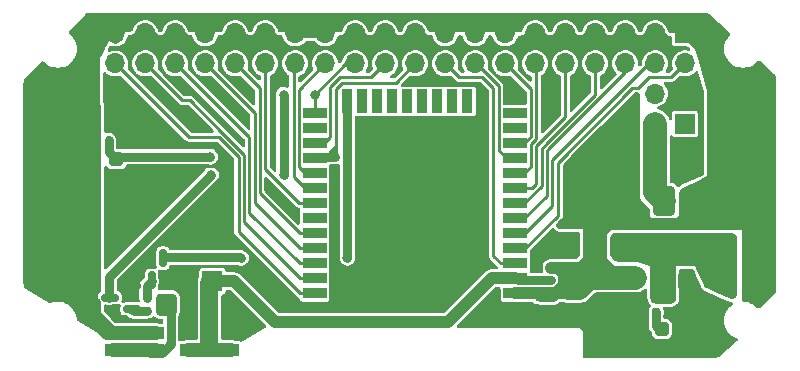
<source format=gbr>
G04 #@! TF.GenerationSoftware,KiCad,Pcbnew,(7.0.0)*
G04 #@! TF.CreationDate,2023-08-14T16:39:54+01:00*
G04 #@! TF.ProjectId,DevKit2022-Kicad7,4465764b-6974-4323-9032-322d4b696361,v1.0*
G04 #@! TF.SameCoordinates,Original*
G04 #@! TF.FileFunction,Copper,L1,Top*
G04 #@! TF.FilePolarity,Positive*
%FSLAX46Y46*%
G04 Gerber Fmt 4.6, Leading zero omitted, Abs format (unit mm)*
G04 Created by KiCad (PCBNEW (7.0.0)) date 2023-08-14 16:39:54*
%MOMM*%
%LPD*%
G01*
G04 APERTURE LIST*
G04 Aperture macros list*
%AMRoundRect*
0 Rectangle with rounded corners*
0 $1 Rounding radius*
0 $2 $3 $4 $5 $6 $7 $8 $9 X,Y pos of 4 corners*
0 Add a 4 corners polygon primitive as box body*
4,1,4,$2,$3,$4,$5,$6,$7,$8,$9,$2,$3,0*
0 Add four circle primitives for the rounded corners*
1,1,$1+$1,$2,$3*
1,1,$1+$1,$4,$5*
1,1,$1+$1,$6,$7*
1,1,$1+$1,$8,$9*
0 Add four rect primitives between the rounded corners*
20,1,$1+$1,$2,$3,$4,$5,0*
20,1,$1+$1,$4,$5,$6,$7,0*
20,1,$1+$1,$6,$7,$8,$9,0*
20,1,$1+$1,$8,$9,$2,$3,0*%
G04 Aperture macros list end*
G04 #@! TA.AperFunction,SMDPad,CuDef*
%ADD10RoundRect,0.135000X-0.185000X0.135000X-0.185000X-0.135000X0.185000X-0.135000X0.185000X0.135000X0*%
G04 #@! TD*
G04 #@! TA.AperFunction,SMDPad,CuDef*
%ADD11RoundRect,0.135000X-0.135000X-0.185000X0.135000X-0.185000X0.135000X0.185000X-0.135000X0.185000X0*%
G04 #@! TD*
G04 #@! TA.AperFunction,SMDPad,CuDef*
%ADD12RoundRect,0.150000X0.150000X-0.587500X0.150000X0.587500X-0.150000X0.587500X-0.150000X-0.587500X0*%
G04 #@! TD*
G04 #@! TA.AperFunction,SMDPad,CuDef*
%ADD13RoundRect,0.150000X0.587500X0.150000X-0.587500X0.150000X-0.587500X-0.150000X0.587500X-0.150000X0*%
G04 #@! TD*
G04 #@! TA.AperFunction,SMDPad,CuDef*
%ADD14RoundRect,0.250000X0.650000X-1.000000X0.650000X1.000000X-0.650000X1.000000X-0.650000X-1.000000X0*%
G04 #@! TD*
G04 #@! TA.AperFunction,SMDPad,CuDef*
%ADD15RoundRect,0.218750X-0.218750X-0.256250X0.218750X-0.256250X0.218750X0.256250X-0.218750X0.256250X0*%
G04 #@! TD*
G04 #@! TA.AperFunction,SMDPad,CuDef*
%ADD16RoundRect,0.250000X-1.100000X0.325000X-1.100000X-0.325000X1.100000X-0.325000X1.100000X0.325000X0*%
G04 #@! TD*
G04 #@! TA.AperFunction,SMDPad,CuDef*
%ADD17RoundRect,0.225000X-0.250000X0.225000X-0.250000X-0.225000X0.250000X-0.225000X0.250000X0.225000X0*%
G04 #@! TD*
G04 #@! TA.AperFunction,SMDPad,CuDef*
%ADD18RoundRect,0.140000X0.170000X-0.140000X0.170000X0.140000X-0.170000X0.140000X-0.170000X-0.140000X0*%
G04 #@! TD*
G04 #@! TA.AperFunction,SMDPad,CuDef*
%ADD19RoundRect,0.140000X-0.140000X-0.170000X0.140000X-0.170000X0.140000X0.170000X-0.140000X0.170000X0*%
G04 #@! TD*
G04 #@! TA.AperFunction,SMDPad,CuDef*
%ADD20RoundRect,0.250000X-0.475000X0.250000X-0.475000X-0.250000X0.475000X-0.250000X0.475000X0.250000X0*%
G04 #@! TD*
G04 #@! TA.AperFunction,SMDPad,CuDef*
%ADD21RoundRect,0.250000X-0.250000X-0.475000X0.250000X-0.475000X0.250000X0.475000X-0.250000X0.475000X0*%
G04 #@! TD*
G04 #@! TA.AperFunction,ComponentPad*
%ADD22R,1.700000X1.700000*%
G04 #@! TD*
G04 #@! TA.AperFunction,ComponentPad*
%ADD23O,1.700000X1.700000*%
G04 #@! TD*
G04 #@! TA.AperFunction,SMDPad,CuDef*
%ADD24R,2.000000X0.900000*%
G04 #@! TD*
G04 #@! TA.AperFunction,SMDPad,CuDef*
%ADD25R,0.900000X2.000000*%
G04 #@! TD*
G04 #@! TA.AperFunction,SMDPad,CuDef*
%ADD26RoundRect,0.300000X0.300000X-0.300000X0.300000X0.300000X-0.300000X0.300000X-0.300000X-0.300000X0*%
G04 #@! TD*
G04 #@! TA.AperFunction,SMDPad,CuDef*
%ADD27RoundRect,0.300000X0.300000X0.300000X-0.300000X0.300000X-0.300000X-0.300000X0.300000X-0.300000X0*%
G04 #@! TD*
G04 #@! TA.AperFunction,SMDPad,CuDef*
%ADD28R,1.500000X2.000000*%
G04 #@! TD*
G04 #@! TA.AperFunction,SMDPad,CuDef*
%ADD29R,3.800000X2.000000*%
G04 #@! TD*
G04 #@! TA.AperFunction,SMDPad,CuDef*
%ADD30R,1.400000X1.050000*%
G04 #@! TD*
G04 #@! TA.AperFunction,ViaPad*
%ADD31C,0.800000*%
G04 #@! TD*
G04 #@! TA.AperFunction,Conductor*
%ADD32C,1.000000*%
G04 #@! TD*
G04 #@! TA.AperFunction,Conductor*
%ADD33C,2.000000*%
G04 #@! TD*
G04 #@! TA.AperFunction,Conductor*
%ADD34C,0.500000*%
G04 #@! TD*
G04 #@! TA.AperFunction,Conductor*
%ADD35C,0.750000*%
G04 #@! TD*
G04 #@! TA.AperFunction,Conductor*
%ADD36C,0.250000*%
G04 #@! TD*
G04 #@! TA.AperFunction,Conductor*
%ADD37C,1.200000*%
G04 #@! TD*
G04 #@! TA.AperFunction,Conductor*
%ADD38C,1.500000*%
G04 #@! TD*
G04 APERTURE END LIST*
D10*
X188723000Y-123522000D03*
X188723000Y-124542000D03*
D11*
X150240000Y-112729000D03*
X151260000Y-112729000D03*
X154558000Y-126064000D03*
X155578000Y-126064000D03*
X154558000Y-127207000D03*
X155578000Y-127207000D03*
X156590000Y-127207000D03*
X157610000Y-127207000D03*
D10*
X197613000Y-126189000D03*
X197613000Y-127209000D03*
D12*
X154880000Y-124588500D03*
X156780000Y-124588500D03*
X155830000Y-122713500D03*
D13*
X153211500Y-127014000D03*
X153211500Y-125114000D03*
X151336500Y-126064000D03*
D14*
X198248000Y-121841000D03*
X198248000Y-117841000D03*
D15*
X197841500Y-115015000D03*
X199416500Y-115015000D03*
D16*
X190882000Y-124459000D03*
X190882000Y-127409000D03*
D17*
X187834000Y-125924000D03*
X187834000Y-127474000D03*
D18*
X187580000Y-124512000D03*
X187580000Y-123552000D03*
D19*
X160176000Y-127207000D03*
X161136000Y-127207000D03*
X156620000Y-126064000D03*
X157580000Y-126064000D03*
D20*
X195771500Y-124352000D03*
X195771500Y-126252000D03*
X193676000Y-124352000D03*
X193676000Y-126252000D03*
D21*
X198060000Y-124667000D03*
X199960000Y-124667000D03*
D22*
X200025999Y-111331999D03*
D23*
X197485999Y-111331999D03*
X200025999Y-108791999D03*
X197485999Y-108791999D03*
D24*
X185665999Y-126952999D03*
X185665999Y-125682999D03*
X185665999Y-124412999D03*
X185665999Y-123142999D03*
X185665999Y-121872999D03*
X185665999Y-120602999D03*
X185665999Y-119332999D03*
X185665999Y-118062999D03*
X185665999Y-116792999D03*
X185665999Y-115522999D03*
X185665999Y-114252999D03*
X185665999Y-112982999D03*
X185665999Y-111712999D03*
X185665999Y-110442999D03*
D25*
X182880999Y-109442999D03*
X181610999Y-109442999D03*
X180340999Y-109442999D03*
X179070999Y-109442999D03*
X177800999Y-109442999D03*
X176530999Y-109442999D03*
X175260999Y-109442999D03*
X173990999Y-109442999D03*
X172720999Y-109442999D03*
X171450999Y-109442999D03*
D24*
X168665999Y-110442999D03*
X168665999Y-111712999D03*
X168665999Y-112982999D03*
X168665999Y-114252999D03*
X168665999Y-115522999D03*
X168665999Y-116792999D03*
X168665999Y-118062999D03*
X168665999Y-119332999D03*
X168665999Y-120602999D03*
X168665999Y-121872999D03*
X168665999Y-123142999D03*
X168665999Y-124412999D03*
X168665999Y-125682999D03*
X168665999Y-126952999D03*
D22*
X200051399Y-103686599D03*
D23*
X200051399Y-106226599D03*
X197511399Y-103686599D03*
X197511399Y-106226599D03*
X194971399Y-103686599D03*
X194971399Y-106226599D03*
X192431399Y-103686599D03*
X192431399Y-106226599D03*
X189891399Y-103686599D03*
X189891399Y-106226599D03*
X187351399Y-103686599D03*
X187351399Y-106226599D03*
X184811399Y-103686599D03*
X184811399Y-106226599D03*
X182271399Y-103686599D03*
X182271399Y-106226599D03*
X179731399Y-103686599D03*
X179731399Y-106226599D03*
X177191399Y-103686599D03*
X177191399Y-106226599D03*
X174651399Y-103686599D03*
X174651399Y-106226599D03*
X172111399Y-103686599D03*
X172111399Y-106226599D03*
X169571399Y-103686599D03*
X169571399Y-106226599D03*
X167031399Y-103686599D03*
X167031399Y-106226599D03*
X164491399Y-103686599D03*
X164491399Y-106226599D03*
X161951399Y-103686599D03*
X161951399Y-106226599D03*
X159411399Y-103686599D03*
X159411399Y-106226599D03*
X156871399Y-103686599D03*
X156871399Y-106226599D03*
X154331399Y-103686599D03*
X154331399Y-106226599D03*
X151791399Y-103686599D03*
X151791399Y-106226599D03*
D26*
X151893000Y-116446000D03*
X151893000Y-114346000D03*
D27*
X200187000Y-128731000D03*
X198087000Y-128731000D03*
D28*
X190105999Y-121593999D03*
X192405999Y-121593999D03*
D29*
X192405999Y-115293999D03*
D28*
X194705999Y-121593999D03*
D30*
X151616999Y-129090499D03*
X155216999Y-129090499D03*
X151616999Y-130530499D03*
X155216999Y-130530499D03*
D22*
X160020999Y-124666999D03*
D30*
X157966999Y-129090499D03*
X161566999Y-129090499D03*
X157966999Y-130530499D03*
X161566999Y-130530499D03*
D31*
X196597000Y-130382000D03*
X196597000Y-128985000D03*
X179960000Y-112348000D03*
X173610000Y-112348000D03*
X195073000Y-128985000D03*
X192215500Y-130382000D03*
X195073000Y-130382000D03*
X193612500Y-128985000D03*
X187453000Y-122381000D03*
X193612500Y-130382000D03*
X192215500Y-128985000D03*
X173737000Y-117301000D03*
X188532500Y-122381000D03*
X173229000Y-125810000D03*
X199391000Y-113491000D03*
X157481000Y-115650000D03*
X201296000Y-126826000D03*
X158243000Y-124540000D03*
X152401000Y-120285500D03*
X165863000Y-126445000D03*
X153544000Y-123587500D03*
X180087000Y-117301000D03*
X153925000Y-111078000D03*
X165736000Y-117682000D03*
X201042000Y-114888000D03*
X188405500Y-121174500D03*
X160021000Y-118571000D03*
X162815000Y-127270500D03*
X179960000Y-122635000D03*
X151956500Y-127651500D03*
X163069000Y-123841500D03*
X170435000Y-114126000D03*
X159830500Y-114126000D03*
X159894000Y-115650000D03*
X168725589Y-108860589D03*
X166048411Y-108860589D03*
X166048411Y-115650000D03*
X162434000Y-122698500D03*
X171451000Y-122698500D03*
D32*
X189246552Y-123521990D02*
X188723000Y-123521990D01*
X189869990Y-123521990D02*
X191894010Y-123521990D01*
X191894010Y-123521990D02*
X192406000Y-123010000D01*
X190882000Y-124534000D02*
X189869990Y-123521990D01*
X189869990Y-123521990D02*
X188723000Y-123521990D01*
X190882000Y-124534000D02*
X189733000Y-125683000D01*
X189733000Y-125683000D02*
X185666000Y-125683000D01*
D33*
X192406000Y-123094500D02*
X193676000Y-124364500D01*
X192406000Y-123010000D02*
X190882000Y-124534000D01*
X192406000Y-121594000D02*
X192406000Y-123094500D01*
D34*
X151617000Y-128900000D02*
X151387235Y-128900000D01*
X151617000Y-128900000D02*
X151473383Y-128900000D01*
D33*
X191016602Y-125249388D02*
X190216280Y-125249388D01*
X191051500Y-124364500D02*
X190882000Y-124534000D01*
X191101168Y-124364500D02*
X191051500Y-124364500D01*
X190216280Y-125249388D02*
X191101168Y-124364500D01*
D32*
X188847062Y-125911500D02*
X189743010Y-125015552D01*
D33*
X193676000Y-124364500D02*
X191901490Y-124364500D01*
X191901490Y-124364500D02*
X191016602Y-125249388D01*
D32*
X189743010Y-125015552D02*
X189743010Y-124018448D01*
X189743010Y-124018448D02*
X189246552Y-123521990D01*
X187834000Y-125911500D02*
X188847062Y-125911500D01*
D35*
X153425800Y-128900000D02*
X155217000Y-128900000D01*
D36*
X181230000Y-102645200D02*
X182271400Y-103686600D01*
D35*
X150718000Y-128001000D02*
X150908500Y-128191500D01*
D36*
X186310000Y-102188000D02*
X184811400Y-103686600D01*
D32*
X196089000Y-119841000D02*
X197232000Y-119841000D01*
D36*
X200051400Y-103686600D02*
X198552800Y-102188000D01*
D35*
X200026000Y-119841000D02*
X193930000Y-119841000D01*
X150196990Y-126399990D02*
X150196990Y-127479990D01*
D32*
X192406000Y-115294000D02*
X192406000Y-116158000D01*
X201042000Y-119841000D02*
X201931000Y-118952000D01*
D36*
X150772002Y-128001000D02*
X150718000Y-128001000D01*
X165532800Y-102188000D02*
X167031400Y-103686600D01*
D35*
X193930000Y-119841000D02*
X193673998Y-119841000D01*
D36*
X179731400Y-103686600D02*
X181230000Y-102188000D01*
X178232800Y-102188000D02*
X179731400Y-103686600D01*
D37*
X151617000Y-129090500D02*
X151109500Y-129090500D01*
D36*
X181230000Y-102188000D02*
X181230000Y-102645200D01*
X151791400Y-103686600D02*
X153290000Y-102188000D01*
X198552800Y-102188000D02*
X186310000Y-102188000D01*
D37*
X151617000Y-129090500D02*
X155217000Y-129090500D01*
D32*
X192406000Y-115294000D02*
X192406000Y-117405002D01*
D33*
X193676000Y-124364500D02*
X195771500Y-124364500D01*
D36*
X168530000Y-102188000D02*
X178232800Y-102188000D01*
D32*
X195835000Y-119841000D02*
X192787000Y-119841000D01*
D35*
X193676000Y-119841000D02*
X192406000Y-118571000D01*
D32*
X195835000Y-119587000D02*
X195835000Y-119841000D01*
D36*
X151094501Y-128005499D02*
X150908500Y-128191500D01*
D33*
X192406000Y-120222000D02*
X192406000Y-121594000D01*
D35*
X193930000Y-119841000D02*
X192787000Y-119841000D01*
D36*
X167031400Y-103686600D02*
X168530000Y-102188000D01*
X150718000Y-128001000D02*
X150718000Y-127874000D01*
X181230000Y-102188000D02*
X183312800Y-102188000D01*
X153290000Y-102188000D02*
X157912800Y-102188000D01*
D35*
X201476401Y-118390599D02*
X200026000Y-119841000D01*
D36*
X159411400Y-103686600D02*
X160910000Y-102188000D01*
D35*
X192787000Y-119841000D02*
X192406000Y-120222000D01*
D36*
X150196990Y-126399990D02*
X150196990Y-127034990D01*
D32*
X196089000Y-119841000D02*
X201042000Y-119841000D01*
D35*
X200051400Y-103686600D02*
X201476401Y-105111601D01*
X192406000Y-121108998D02*
X192406000Y-121594000D01*
D36*
X183312800Y-102188000D02*
X184811400Y-103686600D01*
D35*
X193673998Y-119841000D02*
X192406000Y-121108998D01*
D32*
X192406000Y-116158000D02*
X195835000Y-119587000D01*
D36*
X160910000Y-102188000D02*
X165532800Y-102188000D01*
D33*
X192406000Y-118571000D02*
X192406000Y-120222000D01*
X192406000Y-115294000D02*
X192406000Y-118571000D01*
D35*
X150196990Y-127479990D02*
X150718000Y-128001000D01*
X150908500Y-128191500D02*
X151617000Y-128900000D01*
D36*
X157912800Y-102188000D02*
X159411400Y-103686600D01*
D37*
X151109500Y-129090500D02*
X150559500Y-128540500D01*
D35*
X193930000Y-119841000D02*
X193676000Y-119841000D01*
D32*
X192406000Y-117405002D02*
X194841998Y-119841000D01*
D35*
X167031400Y-103686600D02*
X169571400Y-103686600D01*
D32*
X194841998Y-119841000D02*
X196089000Y-119841000D01*
D35*
X151791400Y-103686600D02*
X151791400Y-104117598D01*
D32*
X197232000Y-119841000D02*
X203963000Y-119841000D01*
X197232000Y-119841000D02*
X195835000Y-119841000D01*
D35*
X151617000Y-128900000D02*
X153425800Y-128900000D01*
X184811400Y-103686600D02*
X185242398Y-103686600D01*
D38*
X190882000Y-127334000D02*
X190854490Y-127361510D01*
X192656510Y-127334000D02*
X193676000Y-126314510D01*
X190882000Y-127334000D02*
X192656510Y-127334000D01*
D36*
X151728798Y-107903000D02*
X152083500Y-107903000D01*
X158560500Y-114888000D02*
X160846500Y-114888000D01*
X152020000Y-104982000D02*
X151296998Y-104982000D01*
D34*
X185666000Y-124413000D02*
X185770000Y-124517000D01*
X185770000Y-124517000D02*
X188723000Y-124517000D01*
D32*
X183666000Y-124413000D02*
X179975999Y-128103001D01*
D37*
X157967000Y-130530500D02*
X159192002Y-130530500D01*
D38*
X159767000Y-127524500D02*
X159767000Y-130035002D01*
X159894000Y-124667000D02*
X159767000Y-124794000D01*
D32*
X165307001Y-128103001D02*
X161871000Y-124667000D01*
D37*
X160341998Y-130530500D02*
X161567000Y-130530500D01*
D32*
X179975999Y-128103001D02*
X165307001Y-128103001D01*
D35*
X185850000Y-124597000D02*
X188641270Y-124597000D01*
D37*
X160106999Y-130502001D02*
X161567000Y-130502001D01*
X159427001Y-130502001D02*
X157967000Y-130502001D01*
D32*
X161871000Y-124667000D02*
X160021000Y-124667000D01*
D35*
X185666000Y-124413000D02*
X185850000Y-124597000D01*
D38*
X159767000Y-124794000D02*
X159767000Y-127524500D01*
D37*
X159192002Y-130530500D02*
X159767000Y-129955502D01*
X159767000Y-129955502D02*
X160341998Y-130530500D01*
X157967000Y-130530500D02*
X161567000Y-130530500D01*
D38*
X160021000Y-124667000D02*
X159894000Y-124667000D01*
D32*
X185666000Y-124413000D02*
X183666000Y-124413000D01*
D37*
X159767000Y-127524500D02*
X159767000Y-129955502D01*
D33*
X197486000Y-117079000D02*
X198248000Y-117841000D01*
X197486000Y-111332000D02*
X197486000Y-117079000D01*
D35*
X152113000Y-114126000D02*
X151893000Y-114346000D01*
D36*
X170060001Y-113624001D02*
X169869501Y-113814501D01*
D35*
X151986000Y-114253000D02*
X151893000Y-114346000D01*
D36*
X170441011Y-113103989D02*
X170441011Y-108417987D01*
X170060001Y-113624001D02*
X170060001Y-113815199D01*
X175566389Y-107851611D02*
X177191400Y-106226600D01*
X170441011Y-114119989D02*
X170435000Y-114126000D01*
X170060001Y-113624001D02*
X170441011Y-113242991D01*
D35*
X168793000Y-114126000D02*
X168666000Y-114253000D01*
X169736500Y-114126000D02*
X168793000Y-114126000D01*
D36*
X171007387Y-107851611D02*
X175566389Y-107851611D01*
X170441011Y-108417987D02*
X171007387Y-107851611D01*
X170441011Y-113242991D02*
X170441011Y-113421489D01*
X170060001Y-113815199D02*
X170060001Y-113878001D01*
D35*
X170435000Y-114126000D02*
X169736500Y-114126000D01*
D36*
X170060001Y-113878001D02*
X170435000Y-114253000D01*
X168666000Y-114253000D02*
X169165000Y-114253000D01*
D35*
X151235000Y-112729000D02*
X151235000Y-113688000D01*
D36*
X170441011Y-113421489D02*
X169736500Y-114126000D01*
X170441011Y-113103989D02*
X170441011Y-114119989D01*
D35*
X151235000Y-113688000D02*
X151893000Y-114346000D01*
D36*
X170060001Y-113815199D02*
X170060001Y-113967599D01*
X170441011Y-113242991D02*
X170441011Y-113103989D01*
D35*
X159830500Y-114126000D02*
X152113000Y-114126000D01*
D36*
X168666000Y-109164000D02*
X168666000Y-110443000D01*
X171359578Y-106226600D02*
X168725589Y-108860589D01*
X172111400Y-106226600D02*
X171359578Y-106226600D01*
D35*
X166048411Y-115650000D02*
X166048411Y-113051589D01*
D36*
X168725589Y-108860589D02*
X168666000Y-108920178D01*
D35*
X166048411Y-113051589D02*
X166048411Y-108860589D01*
X159894000Y-115650000D02*
X151274000Y-124270000D01*
D36*
X168666000Y-108920178D02*
X168666000Y-109164000D01*
D35*
X151274000Y-124270000D02*
X151274000Y-126064000D01*
D36*
X167416000Y-121873000D02*
X163591380Y-118048380D01*
X163591380Y-110406580D02*
X159411400Y-106226600D01*
X163591380Y-118048380D02*
X163591380Y-110406580D01*
X168666000Y-121873000D02*
X167416000Y-121873000D01*
X163141370Y-118868370D02*
X167416000Y-123143000D01*
X163141370Y-112496570D02*
X156871400Y-106226600D01*
X167416000Y-123143000D02*
X168666000Y-123143000D01*
X163141370Y-118868370D02*
X163141370Y-112496570D01*
D35*
X155830000Y-122651000D02*
X162386500Y-122651000D01*
X171451000Y-120984000D02*
X171451000Y-120349000D01*
X171451000Y-120984000D02*
X171451000Y-122698500D01*
X171451000Y-109443000D02*
X171451000Y-120349000D01*
X162386500Y-122651000D02*
X162434000Y-122698500D01*
X155877500Y-122698500D02*
X155830000Y-122651000D01*
D36*
X168666000Y-125683000D02*
X167416000Y-125683000D01*
X160586002Y-112475000D02*
X162241352Y-114130350D01*
X167416000Y-125683000D02*
X162241352Y-120508352D01*
X162241352Y-120508352D02*
X162241352Y-114130350D01*
X158039800Y-112475000D02*
X151791400Y-106226600D01*
X160586002Y-112475000D02*
X158039800Y-112475000D01*
X160772402Y-112024990D02*
X160939206Y-112191794D01*
X167416000Y-124413000D02*
X162691362Y-119688362D01*
X158110912Y-109363500D02*
X160939206Y-112191794D01*
X154331400Y-106226600D02*
X155506401Y-107401601D01*
X155506401Y-107401601D02*
X155519101Y-107401601D01*
X155519101Y-107401601D02*
X157481000Y-109363500D01*
X157481000Y-109363500D02*
X158110912Y-109363500D01*
X162691362Y-119688362D02*
X162691362Y-113943950D01*
X168666000Y-124413000D02*
X167416000Y-124413000D01*
X160939206Y-112191794D02*
X162691362Y-113943950D01*
X167416000Y-120603000D02*
X164041390Y-117228390D01*
X168666000Y-120603000D02*
X167416000Y-120603000D01*
X164041390Y-108316590D02*
X161951400Y-106226600D01*
X164041390Y-117228390D02*
X164041390Y-108316590D01*
X164491400Y-114911991D02*
X164491400Y-106226600D01*
X164491400Y-115167400D02*
X164491400Y-114911991D01*
X168666000Y-118063000D02*
X167387000Y-118063000D01*
X167387000Y-118063000D02*
X164491400Y-115167400D01*
X168666000Y-116793000D02*
X167831500Y-116793000D01*
X167831500Y-116793000D02*
X166890989Y-115852489D01*
X166890989Y-106367011D02*
X167031400Y-106226600D01*
X166890989Y-115852489D02*
X166890989Y-106367011D01*
X167895000Y-115523000D02*
X167340999Y-114968999D01*
X168666000Y-115523000D02*
X167895000Y-115523000D01*
X167340999Y-114968999D02*
X167340999Y-108457001D01*
X167340999Y-108457001D02*
X169571400Y-106226600D01*
X174651400Y-106226600D02*
X173476399Y-107401601D01*
X169431002Y-112983000D02*
X168666000Y-112983000D01*
X169991001Y-108231587D02*
X169991001Y-112423001D01*
X170821794Y-107400794D02*
X169991001Y-108231587D01*
X170822601Y-107401601D02*
X170821794Y-107400794D01*
X169991001Y-112423001D02*
X169431002Y-112983000D01*
X173476399Y-107401601D02*
X170822601Y-107401601D01*
X186991001Y-112423001D02*
X186431002Y-112983000D01*
X184811400Y-106226600D02*
X184917000Y-106332200D01*
X186991001Y-108406201D02*
X186991001Y-112423001D01*
X186431002Y-112983000D02*
X185666000Y-112983000D01*
X184811400Y-106226600D02*
X186991001Y-108406201D01*
X184242010Y-113594012D02*
X184242009Y-108132597D01*
X185666000Y-114253000D02*
X184900998Y-114253000D01*
X182336012Y-106226600D02*
X182271400Y-106226600D01*
X182339622Y-106226600D02*
X182271400Y-106226600D01*
X184900998Y-114253000D02*
X184242010Y-113594012D01*
X184242009Y-108132597D02*
X182336012Y-106226600D01*
X185666000Y-115523000D02*
X186431002Y-115523000D01*
X186431002Y-115523000D02*
X186991001Y-114963001D01*
X186991001Y-114963001D02*
X186991001Y-113059411D01*
X186991001Y-113059411D02*
X187441011Y-112609401D01*
X187441011Y-106316211D02*
X187351400Y-106226600D01*
X187441011Y-112609401D02*
X187441011Y-106316211D01*
X187441011Y-113245811D02*
X189891400Y-110795422D01*
X187064592Y-116793000D02*
X187441011Y-116416581D01*
X187441011Y-116416581D02*
X187441011Y-113245811D01*
X185666000Y-116793000D02*
X187064592Y-116793000D01*
X189891400Y-110795422D02*
X189891400Y-106226600D01*
X188341030Y-112982202D02*
X192431400Y-108891832D01*
X188341030Y-112982202D02*
X188342798Y-112982202D01*
X187891021Y-113432211D02*
X188341030Y-112982202D01*
X185666000Y-118063000D02*
X186431002Y-118063000D01*
X186431002Y-118063000D02*
X187891021Y-116602981D01*
X187891021Y-116602981D02*
X187891021Y-113432211D01*
X192431400Y-108891832D02*
X192431400Y-106226600D01*
X188341031Y-113618611D02*
X188341031Y-117422971D01*
X186431002Y-119333000D02*
X188341031Y-117422971D01*
X188468642Y-113491000D02*
X188341031Y-113618611D01*
X185666000Y-119333000D02*
X186431002Y-119333000D01*
X188468642Y-113491000D02*
X188470410Y-113491000D01*
X188470410Y-113491000D02*
X194971400Y-106990010D01*
X194971400Y-106990010D02*
X194971400Y-106226600D01*
X197511400Y-106391188D02*
X197511400Y-106226600D01*
X197001990Y-106226600D02*
X197511400Y-106226600D01*
X188791041Y-118312459D02*
X188791042Y-114437548D01*
X185666000Y-120603000D02*
X186500500Y-120603000D01*
X188791042Y-114437548D02*
X197001990Y-106226600D01*
X186500500Y-120603000D02*
X188791041Y-118312459D01*
X185666000Y-121873000D02*
X186431002Y-121873000D01*
X200051400Y-106226600D02*
X198876399Y-107401601D01*
X198876399Y-107401601D02*
X196972809Y-107401601D01*
X196972809Y-107401601D02*
X196090410Y-108284000D01*
X186500500Y-121873000D02*
X185666000Y-121873000D01*
X189241051Y-114623949D02*
X189241051Y-119132449D01*
X196090410Y-108284000D02*
X195581000Y-108284000D01*
X189241051Y-119132449D02*
X186500500Y-121873000D01*
X195581000Y-108284000D02*
X189241051Y-114623949D01*
X183792000Y-122519000D02*
X184416000Y-123143000D01*
X184416000Y-123143000D02*
X185666000Y-123143000D01*
X182874603Y-107401601D02*
X183792000Y-108318998D01*
X180906401Y-107401601D02*
X182874603Y-107401601D01*
X183792000Y-108318998D02*
X183792000Y-122519000D01*
X179731400Y-106226600D02*
X180906401Y-107401601D01*
X180315600Y-106226600D02*
X179731400Y-106226600D01*
X183792000Y-108318998D02*
X183792001Y-108347501D01*
D33*
X198248000Y-121841000D02*
X198248000Y-125302000D01*
X194706000Y-121594000D02*
X197456000Y-121594000D01*
X198248000Y-125302000D02*
X198072500Y-125477500D01*
X197456000Y-121594000D02*
X197994000Y-122132000D01*
X198248000Y-124667000D02*
X198259990Y-124678990D01*
X198248000Y-121841000D02*
X198248000Y-124667000D01*
D35*
X198087000Y-128731000D02*
X197867000Y-128731000D01*
X197572001Y-128436001D02*
X197572001Y-127264000D01*
X197572001Y-127264000D02*
X197613000Y-127264000D01*
X197867000Y-128731000D02*
X197572001Y-128436001D01*
X155553000Y-127207000D02*
X155553000Y-127126000D01*
D34*
X156558991Y-130161009D02*
X155830000Y-130890000D01*
D35*
X155217000Y-130445500D02*
X156037002Y-130445500D01*
X155553000Y-126064000D02*
X156615000Y-126064000D01*
X155553000Y-127207000D02*
X155553000Y-126064000D01*
X156619001Y-127211001D02*
X156615000Y-127207000D01*
D37*
X151617000Y-130530500D02*
X155217000Y-130530500D01*
D34*
X155763010Y-130890000D02*
X154750500Y-130890000D01*
D35*
X156492001Y-129885001D02*
X156492001Y-127211001D01*
X151617000Y-130445500D02*
X155217000Y-130445500D01*
X156037002Y-130455999D02*
X156492001Y-130001000D01*
X156615000Y-127207000D02*
X155553000Y-127207000D01*
D34*
X156492001Y-130001000D02*
X156341502Y-130001000D01*
X156492001Y-130001000D02*
X156492001Y-130227999D01*
X156341502Y-130001000D02*
X156277001Y-130065501D01*
D35*
X156615000Y-126064000D02*
X156615000Y-127207000D01*
X155553000Y-127126000D02*
X156615000Y-126064000D01*
X154456000Y-127207000D02*
X153340000Y-127207000D01*
X153340000Y-127207000D02*
X153147000Y-127014000D01*
X154880000Y-124651000D02*
X154456000Y-125075000D01*
X154456000Y-125075000D02*
X154456000Y-126064000D01*
G04 #@! TA.AperFunction,Conductor*
G36*
X201749265Y-101935511D02*
G01*
X201760722Y-101936931D01*
X201834682Y-101946099D01*
X201882154Y-101958052D01*
X201950853Y-101984696D01*
X201993970Y-102007878D01*
X202064183Y-102057649D01*
X202083278Y-102073037D01*
X203761444Y-103605275D01*
X203806761Y-103666318D01*
X203825880Y-103739904D01*
X203816007Y-103815290D01*
X203778583Y-103881471D01*
X203677158Y-104000225D01*
X203644604Y-104038341D01*
X203640523Y-104044999D01*
X203640516Y-104045010D01*
X203517062Y-104246469D01*
X203517058Y-104246474D01*
X203512974Y-104253141D01*
X203509984Y-104260357D01*
X203509980Y-104260367D01*
X203419560Y-104478662D01*
X203419558Y-104478667D01*
X203416567Y-104485889D01*
X203414742Y-104493487D01*
X203414741Y-104493493D01*
X203359582Y-104723250D01*
X203357757Y-104730852D01*
X203357144Y-104738632D01*
X203357143Y-104738643D01*
X203338604Y-104974211D01*
X203337991Y-104982000D01*
X203338604Y-104989789D01*
X203357143Y-105225356D01*
X203357144Y-105225365D01*
X203357757Y-105233148D01*
X203416567Y-105478111D01*
X203512974Y-105710859D01*
X203517061Y-105717529D01*
X203517062Y-105717530D01*
X203640516Y-105918989D01*
X203640519Y-105918994D01*
X203644604Y-105925659D01*
X203808216Y-106117224D01*
X203999781Y-106280836D01*
X204214581Y-106412466D01*
X204447329Y-106508873D01*
X204692292Y-106567683D01*
X204880558Y-106582500D01*
X205002412Y-106582500D01*
X205006322Y-106582500D01*
X205194588Y-106567683D01*
X205439551Y-106508873D01*
X205672299Y-106412466D01*
X205887099Y-106280836D01*
X206078664Y-106117224D01*
X206135209Y-106051018D01*
X206197655Y-106002207D01*
X206274202Y-105981641D01*
X206352704Y-105992584D01*
X206420708Y-106033300D01*
X207022214Y-106582500D01*
X207488367Y-107008118D01*
X207501626Y-107020224D01*
X207599946Y-107109994D01*
X207618940Y-107129915D01*
X207680543Y-107204198D01*
X207709438Y-107250920D01*
X207742756Y-107326459D01*
X207757775Y-107379298D01*
X207771095Y-107474870D01*
X207773000Y-107502339D01*
X207773000Y-125275670D01*
X207771344Y-125301291D01*
X207759750Y-125390592D01*
X207746665Y-125440135D01*
X207717553Y-125511501D01*
X207692250Y-125556062D01*
X207638071Y-125627994D01*
X207621334Y-125647462D01*
X206388976Y-126906610D01*
X206320779Y-126952138D01*
X206240014Y-126966303D01*
X206160394Y-126946700D01*
X206095437Y-126896658D01*
X206068499Y-126865118D01*
X206068498Y-126865117D01*
X206063424Y-126859176D01*
X205871859Y-126695564D01*
X205865194Y-126691479D01*
X205865189Y-126691476D01*
X205663730Y-126568022D01*
X205663729Y-126568021D01*
X205657059Y-126563934D01*
X205649837Y-126560942D01*
X205649832Y-126560940D01*
X205431537Y-126470520D01*
X205431535Y-126470519D01*
X205424311Y-126467527D01*
X205416708Y-126465701D01*
X205416706Y-126465701D01*
X205246339Y-126424800D01*
X205179348Y-126408717D01*
X205171563Y-126408104D01*
X205171555Y-126408103D01*
X205050984Y-126398614D01*
X205035386Y-126397386D01*
X204964155Y-126378050D01*
X204904870Y-126334081D01*
X204865688Y-126271530D01*
X204852000Y-126199000D01*
X204852000Y-120855511D01*
X204852000Y-120849000D01*
X204852000Y-120349000D01*
X204352000Y-120349000D01*
X204345489Y-120349000D01*
X204042827Y-120349000D01*
X204016855Y-120347298D01*
X204016433Y-120347242D01*
X204014626Y-120347004D01*
X204014585Y-120346999D01*
X204013056Y-120346798D01*
X204011511Y-120346645D01*
X204011469Y-120346641D01*
X203997747Y-120345290D01*
X203997734Y-120345288D01*
X203996161Y-120345134D01*
X203994612Y-120345032D01*
X203994570Y-120345029D01*
X203981342Y-120344162D01*
X203981306Y-120344160D01*
X203979716Y-120344056D01*
X203978078Y-120344002D01*
X203978071Y-120344002D01*
X203964375Y-120343553D01*
X203964345Y-120343552D01*
X203962742Y-120343500D01*
X203961118Y-120343500D01*
X199856338Y-120343500D01*
X199827385Y-120341382D01*
X199808629Y-120338623D01*
X199764195Y-120332089D01*
X199708744Y-120315420D01*
X199707064Y-120314633D01*
X199629987Y-120278532D01*
X199581682Y-120246604D01*
X199505924Y-120178800D01*
X199485762Y-120157914D01*
X199249404Y-119874284D01*
X199232289Y-119850347D01*
X199226801Y-119841330D01*
X199195070Y-119789193D01*
X199172284Y-119735105D01*
X199158224Y-119680202D01*
X199152207Y-119621817D01*
X199154775Y-119565197D01*
X199166054Y-119507598D01*
X199185027Y-119454194D01*
X199212612Y-119402396D01*
X199255231Y-119344841D01*
X199274420Y-119322579D01*
X199371553Y-119225447D01*
X199371553Y-119225446D01*
X199518000Y-119079000D01*
X199518000Y-117250476D01*
X199519976Y-117222501D01*
X199533791Y-117125203D01*
X199549368Y-117071460D01*
X199583892Y-116994803D01*
X199613810Y-116947527D01*
X199668312Y-116883506D01*
X199710207Y-116846429D01*
X199792225Y-116792290D01*
X199816657Y-116778530D01*
X200237513Y-116579177D01*
X200946551Y-116243316D01*
X201931000Y-115777000D01*
X201931000Y-108601500D01*
X201105500Y-105807500D01*
X200565649Y-104126601D01*
X200518246Y-103979004D01*
X200518245Y-103979002D01*
X200407000Y-103632625D01*
X200043197Y-103631897D01*
X200043195Y-103631897D01*
X200035380Y-103631881D01*
X200035376Y-103631881D01*
X198793138Y-103629396D01*
X198725672Y-103617467D01*
X198666250Y-103583364D01*
X198621915Y-103531130D01*
X198603637Y-103482240D01*
X198601745Y-103482779D01*
X198545728Y-103285899D01*
X198454488Y-103102665D01*
X198331132Y-102939315D01*
X198324339Y-102933123D01*
X198324337Y-102933120D01*
X198260784Y-102875184D01*
X198179862Y-102801414D01*
X198005827Y-102693656D01*
X197814956Y-102619712D01*
X197805921Y-102618023D01*
X197805914Y-102618021D01*
X197622785Y-102583789D01*
X197622779Y-102583788D01*
X197613747Y-102582100D01*
X197409053Y-102582100D01*
X197400021Y-102583788D01*
X197400014Y-102583789D01*
X197216885Y-102618021D01*
X197216875Y-102618023D01*
X197207844Y-102619712D01*
X197199270Y-102623033D01*
X197199265Y-102623035D01*
X197107452Y-102658604D01*
X197016973Y-102693656D01*
X197009152Y-102698498D01*
X197009149Y-102698500D01*
X196850760Y-102796570D01*
X196850753Y-102796574D01*
X196842938Y-102801414D01*
X196836142Y-102807608D01*
X196836141Y-102807610D01*
X196698462Y-102933120D01*
X196698454Y-102933128D01*
X196691668Y-102939315D01*
X196686129Y-102946649D01*
X196686126Y-102946653D01*
X196573855Y-103095324D01*
X196573852Y-103095328D01*
X196568312Y-103102665D01*
X196564212Y-103110898D01*
X196564210Y-103110902D01*
X196481176Y-103277656D01*
X196481174Y-103277660D01*
X196477072Y-103285899D01*
X196474555Y-103294747D01*
X196474552Y-103294755D01*
X196432803Y-103441488D01*
X196392522Y-103516502D01*
X196324574Y-103567814D01*
X196241400Y-103586029D01*
X196158226Y-103567814D01*
X196090278Y-103516502D01*
X196049997Y-103441488D01*
X196039068Y-103403079D01*
X196005728Y-103285899D01*
X195914488Y-103102665D01*
X195791132Y-102939315D01*
X195784339Y-102933123D01*
X195784337Y-102933120D01*
X195720784Y-102875184D01*
X195639862Y-102801414D01*
X195465827Y-102693656D01*
X195274956Y-102619712D01*
X195265921Y-102618023D01*
X195265914Y-102618021D01*
X195082785Y-102583789D01*
X195082779Y-102583788D01*
X195073747Y-102582100D01*
X194869053Y-102582100D01*
X194860021Y-102583788D01*
X194860014Y-102583789D01*
X194676885Y-102618021D01*
X194676875Y-102618023D01*
X194667844Y-102619712D01*
X194659270Y-102623033D01*
X194659265Y-102623035D01*
X194567452Y-102658604D01*
X194476973Y-102693656D01*
X194469152Y-102698498D01*
X194469149Y-102698500D01*
X194310760Y-102796570D01*
X194310753Y-102796574D01*
X194302938Y-102801414D01*
X194296142Y-102807608D01*
X194296141Y-102807610D01*
X194158462Y-102933120D01*
X194158454Y-102933128D01*
X194151668Y-102939315D01*
X194146129Y-102946649D01*
X194146126Y-102946653D01*
X194033855Y-103095324D01*
X194033852Y-103095328D01*
X194028312Y-103102665D01*
X194024212Y-103110898D01*
X194024210Y-103110902D01*
X193941176Y-103277656D01*
X193941174Y-103277660D01*
X193937072Y-103285899D01*
X193934555Y-103294747D01*
X193934552Y-103294755D01*
X193892803Y-103441488D01*
X193852522Y-103516502D01*
X193784574Y-103567814D01*
X193701400Y-103586029D01*
X193618226Y-103567814D01*
X193550278Y-103516502D01*
X193509997Y-103441488D01*
X193499068Y-103403079D01*
X193465728Y-103285899D01*
X193374488Y-103102665D01*
X193251132Y-102939315D01*
X193244339Y-102933123D01*
X193244337Y-102933120D01*
X193180784Y-102875184D01*
X193099862Y-102801414D01*
X192925827Y-102693656D01*
X192734956Y-102619712D01*
X192725921Y-102618023D01*
X192725914Y-102618021D01*
X192542785Y-102583789D01*
X192542779Y-102583788D01*
X192533747Y-102582100D01*
X192329053Y-102582100D01*
X192320021Y-102583788D01*
X192320014Y-102583789D01*
X192136885Y-102618021D01*
X192136875Y-102618023D01*
X192127844Y-102619712D01*
X192119270Y-102623033D01*
X192119265Y-102623035D01*
X192027452Y-102658604D01*
X191936973Y-102693656D01*
X191929152Y-102698498D01*
X191929149Y-102698500D01*
X191770760Y-102796570D01*
X191770753Y-102796574D01*
X191762938Y-102801414D01*
X191756142Y-102807608D01*
X191756141Y-102807610D01*
X191618462Y-102933120D01*
X191618454Y-102933128D01*
X191611668Y-102939315D01*
X191606129Y-102946649D01*
X191606126Y-102946653D01*
X191493855Y-103095324D01*
X191493852Y-103095328D01*
X191488312Y-103102665D01*
X191484212Y-103110898D01*
X191484210Y-103110902D01*
X191401176Y-103277656D01*
X191401174Y-103277660D01*
X191397072Y-103285899D01*
X191394555Y-103294747D01*
X191394552Y-103294755D01*
X191352803Y-103441488D01*
X191312522Y-103516502D01*
X191244574Y-103567814D01*
X191161400Y-103586029D01*
X191078226Y-103567814D01*
X191010278Y-103516502D01*
X190969997Y-103441488D01*
X190959068Y-103403079D01*
X190925728Y-103285899D01*
X190834488Y-103102665D01*
X190711132Y-102939315D01*
X190704339Y-102933123D01*
X190704337Y-102933120D01*
X190640784Y-102875184D01*
X190559862Y-102801414D01*
X190385827Y-102693656D01*
X190194956Y-102619712D01*
X190185921Y-102618023D01*
X190185914Y-102618021D01*
X190002785Y-102583789D01*
X190002779Y-102583788D01*
X189993747Y-102582100D01*
X189789053Y-102582100D01*
X189780021Y-102583788D01*
X189780014Y-102583789D01*
X189596885Y-102618021D01*
X189596875Y-102618023D01*
X189587844Y-102619712D01*
X189579270Y-102623033D01*
X189579265Y-102623035D01*
X189487452Y-102658604D01*
X189396973Y-102693656D01*
X189389152Y-102698498D01*
X189389149Y-102698500D01*
X189230760Y-102796570D01*
X189230753Y-102796574D01*
X189222938Y-102801414D01*
X189216142Y-102807608D01*
X189216141Y-102807610D01*
X189078462Y-102933120D01*
X189078454Y-102933128D01*
X189071668Y-102939315D01*
X189066129Y-102946649D01*
X189066126Y-102946653D01*
X188953855Y-103095324D01*
X188953852Y-103095328D01*
X188948312Y-103102665D01*
X188944212Y-103110898D01*
X188944210Y-103110902D01*
X188861176Y-103277656D01*
X188861174Y-103277660D01*
X188857072Y-103285899D01*
X188854555Y-103294747D01*
X188854552Y-103294755D01*
X188812803Y-103441488D01*
X188772522Y-103516502D01*
X188704574Y-103567814D01*
X188621400Y-103586029D01*
X188538226Y-103567814D01*
X188470278Y-103516502D01*
X188429997Y-103441488D01*
X188419068Y-103403079D01*
X188385728Y-103285899D01*
X188294488Y-103102665D01*
X188171132Y-102939315D01*
X188164339Y-102933123D01*
X188164337Y-102933120D01*
X188100784Y-102875184D01*
X188019862Y-102801414D01*
X187845827Y-102693656D01*
X187654956Y-102619712D01*
X187645921Y-102618023D01*
X187645914Y-102618021D01*
X187462785Y-102583789D01*
X187462779Y-102583788D01*
X187453747Y-102582100D01*
X187249053Y-102582100D01*
X187240021Y-102583788D01*
X187240014Y-102583789D01*
X187056885Y-102618021D01*
X187056875Y-102618023D01*
X187047844Y-102619712D01*
X187039270Y-102623033D01*
X187039265Y-102623035D01*
X186947452Y-102658604D01*
X186856973Y-102693656D01*
X186849152Y-102698498D01*
X186849149Y-102698500D01*
X186690760Y-102796570D01*
X186690753Y-102796574D01*
X186682938Y-102801414D01*
X186676142Y-102807608D01*
X186676141Y-102807610D01*
X186538462Y-102933120D01*
X186538454Y-102933128D01*
X186531668Y-102939315D01*
X186526129Y-102946649D01*
X186526126Y-102946653D01*
X186413855Y-103095324D01*
X186413852Y-103095328D01*
X186408312Y-103102665D01*
X186404212Y-103110898D01*
X186404210Y-103110902D01*
X186321176Y-103277656D01*
X186321174Y-103277660D01*
X186317072Y-103285899D01*
X186314555Y-103294747D01*
X186314553Y-103294752D01*
X186267700Y-103459422D01*
X186227332Y-103534536D01*
X186159230Y-103585857D01*
X186075899Y-103603962D01*
X178461771Y-103588733D01*
X178378754Y-103570406D01*
X178310961Y-103519105D01*
X178270766Y-103444192D01*
X178262089Y-103413695D01*
X178225728Y-103285899D01*
X178134488Y-103102665D01*
X178011132Y-102939315D01*
X178004339Y-102933123D01*
X178004337Y-102933120D01*
X177940784Y-102875184D01*
X177859862Y-102801414D01*
X177685827Y-102693656D01*
X177494956Y-102619712D01*
X177485921Y-102618023D01*
X177485914Y-102618021D01*
X177302785Y-102583789D01*
X177302779Y-102583788D01*
X177293747Y-102582100D01*
X177089053Y-102582100D01*
X177080021Y-102583788D01*
X177080014Y-102583789D01*
X176896885Y-102618021D01*
X176896875Y-102618023D01*
X176887844Y-102619712D01*
X176879270Y-102623033D01*
X176879265Y-102623035D01*
X176787452Y-102658604D01*
X176696973Y-102693656D01*
X176689152Y-102698498D01*
X176689149Y-102698500D01*
X176530760Y-102796570D01*
X176530753Y-102796574D01*
X176522938Y-102801414D01*
X176516142Y-102807608D01*
X176516141Y-102807610D01*
X176378462Y-102933120D01*
X176378454Y-102933128D01*
X176371668Y-102939315D01*
X176366129Y-102946649D01*
X176366126Y-102946653D01*
X176253855Y-103095324D01*
X176253852Y-103095328D01*
X176248312Y-103102665D01*
X176244212Y-103110898D01*
X176244210Y-103110902D01*
X176161176Y-103277656D01*
X176161174Y-103277660D01*
X176157072Y-103285899D01*
X176154555Y-103294747D01*
X176154552Y-103294755D01*
X176113479Y-103439112D01*
X176073102Y-103514238D01*
X176004983Y-103565560D01*
X175921635Y-103583653D01*
X175920282Y-103583650D01*
X175837282Y-103565311D01*
X175769506Y-103514011D01*
X175729320Y-103439109D01*
X175719196Y-103403528D01*
X175685728Y-103285899D01*
X175594488Y-103102665D01*
X175471132Y-102939315D01*
X175464339Y-102933123D01*
X175464337Y-102933120D01*
X175400784Y-102875184D01*
X175319862Y-102801414D01*
X175145827Y-102693656D01*
X174954956Y-102619712D01*
X174945921Y-102618023D01*
X174945914Y-102618021D01*
X174762785Y-102583789D01*
X174762779Y-102583788D01*
X174753747Y-102582100D01*
X174549053Y-102582100D01*
X174540021Y-102583788D01*
X174540014Y-102583789D01*
X174356885Y-102618021D01*
X174356875Y-102618023D01*
X174347844Y-102619712D01*
X174339270Y-102623033D01*
X174339265Y-102623035D01*
X174247452Y-102658604D01*
X174156973Y-102693656D01*
X174149152Y-102698498D01*
X174149149Y-102698500D01*
X173990760Y-102796570D01*
X173990753Y-102796574D01*
X173982938Y-102801414D01*
X173976142Y-102807608D01*
X173976141Y-102807610D01*
X173838462Y-102933120D01*
X173838454Y-102933128D01*
X173831668Y-102939315D01*
X173826129Y-102946649D01*
X173826126Y-102946653D01*
X173713855Y-103095324D01*
X173713852Y-103095328D01*
X173708312Y-103102665D01*
X173704212Y-103110898D01*
X173704210Y-103110902D01*
X173621176Y-103277656D01*
X173621174Y-103277660D01*
X173617072Y-103285899D01*
X173614555Y-103294747D01*
X173614553Y-103294752D01*
X173574923Y-103434036D01*
X173534560Y-103509144D01*
X173466467Y-103560465D01*
X173383145Y-103578576D01*
X173378901Y-103578568D01*
X173295874Y-103560248D01*
X173228073Y-103508945D01*
X173187875Y-103434032D01*
X173145728Y-103285899D01*
X173054488Y-103102665D01*
X172931132Y-102939315D01*
X172924339Y-102933123D01*
X172924337Y-102933120D01*
X172860784Y-102875184D01*
X172779862Y-102801414D01*
X172605827Y-102693656D01*
X172414956Y-102619712D01*
X172405921Y-102618023D01*
X172405914Y-102618021D01*
X172222785Y-102583789D01*
X172222779Y-102583788D01*
X172213747Y-102582100D01*
X172009053Y-102582100D01*
X172000021Y-102583788D01*
X172000014Y-102583789D01*
X171816885Y-102618021D01*
X171816875Y-102618023D01*
X171807844Y-102619712D01*
X171799270Y-102623033D01*
X171799265Y-102623035D01*
X171707452Y-102658604D01*
X171616973Y-102693656D01*
X171609152Y-102698498D01*
X171609149Y-102698500D01*
X171450760Y-102796570D01*
X171450753Y-102796574D01*
X171442938Y-102801414D01*
X171436142Y-102807608D01*
X171436141Y-102807610D01*
X171298462Y-102933120D01*
X171298454Y-102933128D01*
X171291668Y-102939315D01*
X171286129Y-102946649D01*
X171286126Y-102946653D01*
X171173855Y-103095324D01*
X171173852Y-103095328D01*
X171168312Y-103102665D01*
X171164212Y-103110898D01*
X171164210Y-103110902D01*
X171081176Y-103277656D01*
X171081174Y-103277660D01*
X171077072Y-103285899D01*
X171074555Y-103294747D01*
X171074553Y-103294752D01*
X171036368Y-103428958D01*
X170996000Y-103504072D01*
X170927898Y-103555393D01*
X170844567Y-103573498D01*
X165754540Y-103563319D01*
X165671523Y-103544992D01*
X165603730Y-103493691D01*
X165563535Y-103418777D01*
X165528248Y-103294757D01*
X165525728Y-103285899D01*
X165434488Y-103102665D01*
X165311132Y-102939315D01*
X165304339Y-102933123D01*
X165304337Y-102933120D01*
X165240784Y-102875184D01*
X165159862Y-102801414D01*
X164985827Y-102693656D01*
X164794956Y-102619712D01*
X164785921Y-102618023D01*
X164785914Y-102618021D01*
X164602785Y-102583789D01*
X164602779Y-102583788D01*
X164593747Y-102582100D01*
X164389053Y-102582100D01*
X164380021Y-102583788D01*
X164380014Y-102583789D01*
X164196885Y-102618021D01*
X164196875Y-102618023D01*
X164187844Y-102619712D01*
X164179270Y-102623033D01*
X164179265Y-102623035D01*
X164087452Y-102658604D01*
X163996973Y-102693656D01*
X163989152Y-102698498D01*
X163989149Y-102698500D01*
X163830760Y-102796570D01*
X163830753Y-102796574D01*
X163822938Y-102801414D01*
X163816142Y-102807608D01*
X163816141Y-102807610D01*
X163678462Y-102933120D01*
X163678454Y-102933128D01*
X163671668Y-102939315D01*
X163666129Y-102946649D01*
X163666126Y-102946653D01*
X163553855Y-103095324D01*
X163553852Y-103095328D01*
X163548312Y-103102665D01*
X163544212Y-103110898D01*
X163544210Y-103110902D01*
X163461176Y-103277656D01*
X163461174Y-103277660D01*
X163457072Y-103285899D01*
X163454555Y-103294747D01*
X163454553Y-103294752D01*
X163420701Y-103413728D01*
X163380332Y-103488844D01*
X163312228Y-103540165D01*
X163228895Y-103558268D01*
X163213089Y-103558236D01*
X163130074Y-103539908D01*
X163062283Y-103488607D01*
X163022089Y-103413695D01*
X163019196Y-103403528D01*
X162985728Y-103285899D01*
X162894488Y-103102665D01*
X162771132Y-102939315D01*
X162764339Y-102933123D01*
X162764337Y-102933120D01*
X162700784Y-102875184D01*
X162619862Y-102801414D01*
X162445827Y-102693656D01*
X162254956Y-102619712D01*
X162245921Y-102618023D01*
X162245914Y-102618021D01*
X162062785Y-102583789D01*
X162062779Y-102583788D01*
X162053747Y-102582100D01*
X161849053Y-102582100D01*
X161840021Y-102583788D01*
X161840014Y-102583789D01*
X161656885Y-102618021D01*
X161656875Y-102618023D01*
X161647844Y-102619712D01*
X161639270Y-102623033D01*
X161639265Y-102623035D01*
X161547452Y-102658604D01*
X161456973Y-102693656D01*
X161449152Y-102698498D01*
X161449149Y-102698500D01*
X161290760Y-102796570D01*
X161290753Y-102796574D01*
X161282938Y-102801414D01*
X161276142Y-102807608D01*
X161276141Y-102807610D01*
X161138462Y-102933120D01*
X161138454Y-102933128D01*
X161131668Y-102939315D01*
X161126129Y-102946649D01*
X161126126Y-102946653D01*
X161013855Y-103095324D01*
X161013852Y-103095328D01*
X161008312Y-103102665D01*
X161004212Y-103110898D01*
X161004210Y-103110902D01*
X160921176Y-103277656D01*
X160921174Y-103277660D01*
X160917072Y-103285899D01*
X160914555Y-103294747D01*
X160914553Y-103294752D01*
X160882146Y-103408650D01*
X160841778Y-103483764D01*
X160773676Y-103535085D01*
X160690345Y-103553190D01*
X158130201Y-103548070D01*
X158047184Y-103529743D01*
X157979391Y-103478442D01*
X157939197Y-103403532D01*
X157905728Y-103285899D01*
X157814488Y-103102665D01*
X157691132Y-102939315D01*
X157684339Y-102933123D01*
X157684337Y-102933120D01*
X157620784Y-102875184D01*
X157539862Y-102801414D01*
X157365827Y-102693656D01*
X157174956Y-102619712D01*
X157165921Y-102618023D01*
X157165914Y-102618021D01*
X156982785Y-102583789D01*
X156982779Y-102583788D01*
X156973747Y-102582100D01*
X156769053Y-102582100D01*
X156760021Y-102583788D01*
X156760014Y-102583789D01*
X156576885Y-102618021D01*
X156576875Y-102618023D01*
X156567844Y-102619712D01*
X156559270Y-102623033D01*
X156559265Y-102623035D01*
X156467452Y-102658604D01*
X156376973Y-102693656D01*
X156369152Y-102698498D01*
X156369149Y-102698500D01*
X156210760Y-102796570D01*
X156210753Y-102796574D01*
X156202938Y-102801414D01*
X156196142Y-102807608D01*
X156196141Y-102807610D01*
X156058462Y-102933120D01*
X156058454Y-102933128D01*
X156051668Y-102939315D01*
X156046129Y-102946649D01*
X156046126Y-102946653D01*
X155933855Y-103095324D01*
X155933852Y-103095328D01*
X155928312Y-103102665D01*
X155924212Y-103110898D01*
X155924210Y-103110902D01*
X155841176Y-103277656D01*
X155841174Y-103277660D01*
X155837072Y-103285899D01*
X155834555Y-103294747D01*
X155834553Y-103294752D01*
X155805035Y-103398496D01*
X155764667Y-103473610D01*
X155696564Y-103524932D01*
X155613234Y-103543036D01*
X155588755Y-103542987D01*
X155505738Y-103524660D01*
X155437945Y-103473359D01*
X155397750Y-103398445D01*
X155368248Y-103294757D01*
X155365728Y-103285899D01*
X155274488Y-103102665D01*
X155151132Y-102939315D01*
X155144339Y-102933123D01*
X155144337Y-102933120D01*
X155080784Y-102875184D01*
X154999862Y-102801414D01*
X154825827Y-102693656D01*
X154634956Y-102619712D01*
X154625921Y-102618023D01*
X154625914Y-102618021D01*
X154442785Y-102583789D01*
X154442779Y-102583788D01*
X154433747Y-102582100D01*
X154229053Y-102582100D01*
X154220021Y-102583788D01*
X154220014Y-102583789D01*
X154036885Y-102618021D01*
X154036875Y-102618023D01*
X154027844Y-102619712D01*
X154019270Y-102623033D01*
X154019265Y-102623035D01*
X153927452Y-102658604D01*
X153836973Y-102693656D01*
X153829152Y-102698498D01*
X153829149Y-102698500D01*
X153670760Y-102796570D01*
X153670753Y-102796574D01*
X153662938Y-102801414D01*
X153656142Y-102807608D01*
X153656141Y-102807610D01*
X153518462Y-102933120D01*
X153518454Y-102933128D01*
X153511668Y-102939315D01*
X153506129Y-102946649D01*
X153506126Y-102946653D01*
X153393855Y-103095324D01*
X153393852Y-103095328D01*
X153388312Y-103102665D01*
X153384212Y-103110898D01*
X153384210Y-103110902D01*
X153301176Y-103277656D01*
X153301174Y-103277660D01*
X153297072Y-103285899D01*
X153294555Y-103294747D01*
X153294552Y-103294755D01*
X153266480Y-103393418D01*
X153226112Y-103468533D01*
X153158011Y-103519854D01*
X153074680Y-103537959D01*
X152884362Y-103537579D01*
X152884350Y-103537579D01*
X152879578Y-103537570D01*
X152879576Y-103537570D01*
X152782000Y-103537375D01*
X152691509Y-103573882D01*
X152691508Y-103573883D01*
X152687078Y-103575669D01*
X152687070Y-103575673D01*
X151504523Y-104052761D01*
X151504510Y-104052767D01*
X151321500Y-104126601D01*
X151234501Y-104303749D01*
X151234501Y-104303750D01*
X151051593Y-104676189D01*
X151019381Y-104723244D01*
X150986068Y-104759431D01*
X150986064Y-104759436D01*
X150974901Y-104771563D01*
X150968279Y-104786659D01*
X150968278Y-104786661D01*
X150930647Y-104872449D01*
X150930645Y-104872454D01*
X150924024Y-104887550D01*
X150922662Y-104903982D01*
X150922662Y-104903984D01*
X150922307Y-104908268D01*
X150902609Y-104979553D01*
X150654216Y-105485337D01*
X150496000Y-105807500D01*
X150496000Y-107014000D01*
X150496136Y-107019821D01*
X150496138Y-107019880D01*
X150496145Y-107020197D01*
X150496146Y-107020224D01*
X150622819Y-112403831D01*
X150622847Y-112405207D01*
X150622929Y-112410144D01*
X150622955Y-112412911D01*
X150622968Y-112417720D01*
X150622967Y-112419106D01*
X150622369Y-112559471D01*
X150616120Y-112608108D01*
X150608613Y-112637347D01*
X150608611Y-112637356D01*
X150605500Y-112649476D01*
X150605500Y-112661994D01*
X150605500Y-113612442D01*
X150605137Y-113620124D01*
X150603313Y-113628288D01*
X150603706Y-113640801D01*
X150603706Y-113640804D01*
X150605402Y-113694772D01*
X150605500Y-113701022D01*
X150605500Y-113727603D01*
X150606284Y-113733815D01*
X150606676Y-113740041D01*
X150606507Y-113740051D01*
X150607036Y-113746804D01*
X150607914Y-113774744D01*
X150607914Y-113774749D01*
X150608308Y-113787258D01*
X150611800Y-113799279D01*
X150613759Y-113811644D01*
X150612123Y-113811903D01*
X150616894Y-113845990D01*
X150567549Y-125442088D01*
X150557652Y-125503223D01*
X150529440Y-125558355D01*
X150506697Y-125581094D01*
X150508277Y-125582674D01*
X150428748Y-125662202D01*
X150428745Y-125662205D01*
X150417674Y-125673277D01*
X150410565Y-125687227D01*
X150410564Y-125687230D01*
X150366611Y-125773492D01*
X150359502Y-125787445D01*
X150357052Y-125802908D01*
X150357052Y-125802911D01*
X150347542Y-125862956D01*
X150344500Y-125882166D01*
X150344500Y-126245834D01*
X150345724Y-126253562D01*
X150355929Y-126318000D01*
X150359502Y-126340555D01*
X150417674Y-126454723D01*
X150428748Y-126465796D01*
X150428748Y-126465797D01*
X150503987Y-126541036D01*
X150547287Y-126605987D01*
X150562271Y-126682596D01*
X150560677Y-127057410D01*
X150559500Y-127334000D01*
X150591170Y-127419265D01*
X150623346Y-127505893D01*
X151185160Y-129018471D01*
X151195047Y-129055910D01*
X151200235Y-129087907D01*
X151197600Y-129164950D01*
X151194742Y-129177206D01*
X151163036Y-129247453D01*
X151155734Y-129257706D01*
X151099698Y-129310649D01*
X151089048Y-129317357D01*
X151017112Y-129345027D01*
X151004713Y-129347185D01*
X150927644Y-129345442D01*
X150895991Y-129338446D01*
X150859175Y-129326451D01*
X150404952Y-129127729D01*
X150398522Y-129124778D01*
X150375999Y-129113952D01*
X150363440Y-129107355D01*
X150341730Y-129094943D01*
X150335638Y-129091315D01*
X148629994Y-128033816D01*
X148583085Y-127993398D01*
X148550871Y-127940519D01*
X148536469Y-127880301D01*
X148525683Y-127743252D01*
X148466873Y-127498289D01*
X148370466Y-127265541D01*
X148249368Y-127067928D01*
X148242923Y-127057410D01*
X148242921Y-127057408D01*
X148238836Y-127050741D01*
X148075224Y-126859176D01*
X147883659Y-126695564D01*
X147876994Y-126691479D01*
X147876989Y-126691476D01*
X147675530Y-126568022D01*
X147675529Y-126568021D01*
X147668859Y-126563934D01*
X147661637Y-126560942D01*
X147661632Y-126560940D01*
X147443337Y-126470520D01*
X147443335Y-126470519D01*
X147436111Y-126467527D01*
X147428508Y-126465701D01*
X147428506Y-126465701D01*
X147258139Y-126424800D01*
X147191148Y-126408717D01*
X147183365Y-126408104D01*
X147183356Y-126408103D01*
X147006773Y-126394206D01*
X147006767Y-126394205D01*
X147002882Y-126393900D01*
X146877118Y-126393900D01*
X146873233Y-126394205D01*
X146873226Y-126394206D01*
X146696643Y-126408103D01*
X146696632Y-126408104D01*
X146688852Y-126408717D01*
X146681250Y-126410541D01*
X146681250Y-126410542D01*
X146451486Y-126465703D01*
X146451484Y-126465703D01*
X146443889Y-126467527D01*
X146436680Y-126470512D01*
X146436677Y-126470514D01*
X146418764Y-126477934D01*
X146334241Y-126512944D01*
X146273357Y-126527504D01*
X146210961Y-126522430D01*
X146153229Y-126498222D01*
X144266282Y-125328315D01*
X144245709Y-125313675D01*
X144214747Y-125288536D01*
X144176937Y-125257837D01*
X144142155Y-125221376D01*
X144097180Y-125160320D01*
X144072672Y-125116287D01*
X144044481Y-125045897D01*
X144031819Y-124997113D01*
X144020602Y-124909244D01*
X144019000Y-124884046D01*
X144019000Y-107858555D01*
X144020556Y-107833715D01*
X144031457Y-107747068D01*
X144043764Y-107698934D01*
X144071175Y-107629391D01*
X144095020Y-107585807D01*
X144146170Y-107515026D01*
X144161975Y-107495810D01*
X145482553Y-106080906D01*
X145550731Y-106033317D01*
X145632411Y-106017740D01*
X145713325Y-106036900D01*
X145779348Y-106087451D01*
X145804776Y-106117224D01*
X145996341Y-106280836D01*
X146211141Y-106412466D01*
X146443889Y-106508873D01*
X146688852Y-106567683D01*
X146877118Y-106582500D01*
X146998972Y-106582500D01*
X147002882Y-106582500D01*
X147191148Y-106567683D01*
X147436111Y-106508873D01*
X147668859Y-106412466D01*
X147883659Y-106280836D01*
X148075224Y-106117224D01*
X148238836Y-105925659D01*
X148370466Y-105710859D01*
X148466873Y-105478111D01*
X148525683Y-105233148D01*
X148545449Y-104982000D01*
X148525683Y-104730852D01*
X148466873Y-104485889D01*
X148370466Y-104253141D01*
X148238836Y-104038341D01*
X148075224Y-103846776D01*
X147950982Y-103740663D01*
X147901927Y-103677727D01*
X147881540Y-103600580D01*
X147893097Y-103521627D01*
X147934739Y-103453565D01*
X149195461Y-102102792D01*
X149215301Y-102084251D01*
X149289177Y-102024115D01*
X149335484Y-101995942D01*
X149410235Y-101963459D01*
X149462429Y-101948829D01*
X149530237Y-101939505D01*
X149556787Y-101935855D01*
X149583893Y-101934000D01*
X201724786Y-101934000D01*
X201749265Y-101935511D01*
G37*
G04 #@! TD.AperFunction*
G04 #@! TA.AperFunction,Conductor*
G36*
X200708548Y-123665896D02*
G01*
X200749171Y-123692683D01*
X200776615Y-123732866D01*
X201068440Y-124413790D01*
X201359108Y-125092016D01*
X201365851Y-125106501D01*
X201366273Y-125107340D01*
X201366288Y-125107370D01*
X201372385Y-125119479D01*
X201372408Y-125119523D01*
X201372828Y-125120357D01*
X201380456Y-125134410D01*
X201380917Y-125135200D01*
X201380936Y-125135234D01*
X201409607Y-125184381D01*
X201430608Y-125220380D01*
X201448375Y-125246934D01*
X201467147Y-125271561D01*
X201478395Y-125284571D01*
X201483186Y-125290112D01*
X201488051Y-125295738D01*
X201489400Y-125297117D01*
X201489405Y-125297122D01*
X201504988Y-125313047D01*
X201552185Y-125361280D01*
X201575897Y-125382700D01*
X201600110Y-125402003D01*
X201626271Y-125420343D01*
X201711131Y-125472353D01*
X201711981Y-125472839D01*
X201712002Y-125472851D01*
X201720137Y-125477498D01*
X201725016Y-125480285D01*
X201738716Y-125487561D01*
X201747590Y-125491929D01*
X201752188Y-125494193D01*
X201752204Y-125494200D01*
X201753052Y-125494618D01*
X201753940Y-125495021D01*
X201753945Y-125495024D01*
X203610499Y-126338913D01*
X203648520Y-126356195D01*
X203649522Y-126356608D01*
X203649529Y-126356611D01*
X203664591Y-126362819D01*
X203664604Y-126362824D01*
X203665635Y-126363249D01*
X203682475Y-126369497D01*
X203700043Y-126375312D01*
X203810519Y-126407553D01*
X203846673Y-126415358D01*
X203882147Y-126420404D01*
X203919052Y-126422990D01*
X203982547Y-126422901D01*
X204045026Y-126439383D01*
X204091120Y-126484670D01*
X204108704Y-126546850D01*
X204093154Y-126609569D01*
X204048558Y-126656332D01*
X203988766Y-126692974D01*
X203988758Y-126692979D01*
X203984541Y-126695564D01*
X203980780Y-126698775D01*
X203980776Y-126698779D01*
X203796738Y-126855962D01*
X203796731Y-126855968D01*
X203792976Y-126859176D01*
X203789768Y-126862931D01*
X203789762Y-126862938D01*
X203632579Y-127046976D01*
X203632575Y-127046980D01*
X203629364Y-127050741D01*
X203626784Y-127054950D01*
X203626779Y-127054958D01*
X203500320Y-127261320D01*
X203500316Y-127261326D01*
X203497734Y-127265541D01*
X203495841Y-127270110D01*
X203495839Y-127270115D01*
X203403221Y-127493715D01*
X203403218Y-127493721D01*
X203401327Y-127498289D01*
X203400173Y-127503092D01*
X203400171Y-127503101D01*
X203343883Y-127737561D01*
X203342517Y-127743252D01*
X203342129Y-127748175D01*
X203342128Y-127748185D01*
X203330220Y-127899500D01*
X203322751Y-127994400D01*
X203323139Y-127999330D01*
X203342128Y-128240614D01*
X203342129Y-128240622D01*
X203342517Y-128245548D01*
X203343671Y-128250356D01*
X203343672Y-128250360D01*
X203400171Y-128485698D01*
X203400172Y-128485703D01*
X203401327Y-128490511D01*
X203403220Y-128495081D01*
X203403221Y-128495084D01*
X203419862Y-128535259D01*
X203497734Y-128723259D01*
X203500319Y-128727478D01*
X203500320Y-128727479D01*
X203607335Y-128902112D01*
X203629364Y-128938059D01*
X203792976Y-129129624D01*
X203984541Y-129293236D01*
X204199341Y-129424866D01*
X204409623Y-129511967D01*
X204432014Y-129521242D01*
X204482711Y-129559601D01*
X204508227Y-129617830D01*
X204502066Y-129681105D01*
X204465796Y-129733317D01*
X202966090Y-131018779D01*
X202954246Y-131027775D01*
X202874976Y-131080911D01*
X202848538Y-131094421D01*
X202793332Y-131114843D01*
X202766068Y-131124929D01*
X202737201Y-131131877D01*
X202651947Y-131141993D01*
X202642436Y-131143122D01*
X202627590Y-131144000D01*
X191516000Y-131144000D01*
X191453000Y-131127119D01*
X191406881Y-131081000D01*
X191390000Y-131018000D01*
X191390000Y-128870410D01*
X191390000Y-128858000D01*
X191136000Y-128604000D01*
X191123590Y-128604000D01*
X180846214Y-128604000D01*
X180789011Y-128590267D01*
X180744278Y-128552061D01*
X180721765Y-128497711D01*
X180726381Y-128439064D01*
X180757119Y-128388905D01*
X183941619Y-125204405D01*
X183982496Y-125177091D01*
X184030714Y-125167500D01*
X184285500Y-125167500D01*
X184348500Y-125184381D01*
X184394619Y-125230500D01*
X184411500Y-125293500D01*
X184411500Y-126151877D01*
X184411500Y-126151887D01*
X184411501Y-126158066D01*
X184412707Y-126164132D01*
X184412708Y-126164137D01*
X184423844Y-126220125D01*
X184426266Y-126232301D01*
X184482516Y-126316484D01*
X184566699Y-126372734D01*
X184640933Y-126387500D01*
X185360842Y-126387499D01*
X185402110Y-126394775D01*
X185406189Y-126396824D01*
X185577812Y-126437500D01*
X187137928Y-126437500D01*
X187194325Y-126450826D01*
X187228367Y-126479273D01*
X187229683Y-126477958D01*
X187236057Y-126484332D01*
X187241456Y-126491544D01*
X187351837Y-126574175D01*
X187481027Y-126622360D01*
X187529403Y-126627561D01*
X187534787Y-126628140D01*
X187534788Y-126628140D01*
X187538136Y-126628500D01*
X187572860Y-126628500D01*
X187601917Y-126631895D01*
X187745812Y-126666000D01*
X188782915Y-126666000D01*
X188801176Y-126667329D01*
X188824968Y-126670815D01*
X188874529Y-126666479D01*
X188885511Y-126666000D01*
X188887334Y-126666000D01*
X188891003Y-126666000D01*
X188921947Y-126662382D01*
X188925515Y-126662018D01*
X189000674Y-126655443D01*
X189007651Y-126653130D01*
X189010800Y-126652480D01*
X189011318Y-126652396D01*
X189011838Y-126652249D01*
X189014945Y-126651512D01*
X189022246Y-126650660D01*
X189093082Y-126624877D01*
X189096521Y-126623682D01*
X189101827Y-126621924D01*
X189168098Y-126599964D01*
X189174346Y-126596109D01*
X189177263Y-126594749D01*
X189177753Y-126594545D01*
X189178219Y-126594286D01*
X189181083Y-126592847D01*
X189187986Y-126590336D01*
X189251003Y-126548888D01*
X189254058Y-126546942D01*
X189318216Y-126507370D01*
X189323410Y-126502174D01*
X189325936Y-126500178D01*
X189326359Y-126499872D01*
X189326748Y-126499516D01*
X189329206Y-126497452D01*
X189335347Y-126493415D01*
X189350801Y-126477033D01*
X189392546Y-126447805D01*
X189442451Y-126437500D01*
X189668853Y-126437500D01*
X189687114Y-126438829D01*
X189710906Y-126442315D01*
X189760467Y-126437979D01*
X189771449Y-126437500D01*
X189773276Y-126437500D01*
X189776941Y-126437500D01*
X189780073Y-126437133D01*
X189831534Y-126444932D01*
X189881188Y-126463568D01*
X189916012Y-126469887D01*
X189929723Y-126473178D01*
X189963624Y-126483359D01*
X190029636Y-126490796D01*
X190038010Y-126492026D01*
X190103373Y-126503888D01*
X190138755Y-126503888D01*
X190152861Y-126504679D01*
X190188018Y-126508641D01*
X190254288Y-126504173D01*
X190262765Y-126503888D01*
X190939077Y-126503888D01*
X190953183Y-126504679D01*
X190988340Y-126508641D01*
X191054610Y-126504173D01*
X191063087Y-126503888D01*
X191070124Y-126503888D01*
X191072945Y-126503888D01*
X191113666Y-126500222D01*
X191116464Y-126500002D01*
X191213642Y-126493451D01*
X191219128Y-126492068D01*
X191224723Y-126491182D01*
X191224730Y-126491229D01*
X191230304Y-126490282D01*
X191230296Y-126490236D01*
X191235872Y-126489223D01*
X191241507Y-126488717D01*
X191335510Y-126462773D01*
X191338115Y-126462086D01*
X191432612Y-126438276D01*
X191437765Y-126435935D01*
X191443108Y-126434066D01*
X191443123Y-126434110D01*
X191448447Y-126432179D01*
X191448431Y-126432136D01*
X191453730Y-126430147D01*
X191459184Y-126428642D01*
X191546939Y-126386380D01*
X191549464Y-126385198D01*
X191638211Y-126344889D01*
X191642873Y-126341658D01*
X191647784Y-126338872D01*
X191647807Y-126338913D01*
X191652699Y-126336065D01*
X191652675Y-126336024D01*
X191657532Y-126333121D01*
X191662635Y-126330665D01*
X191741523Y-126273348D01*
X191743650Y-126271839D01*
X191823830Y-126216291D01*
X191827835Y-126212284D01*
X191832178Y-126208660D01*
X191832208Y-126208697D01*
X191836511Y-126205022D01*
X191836480Y-126204987D01*
X191840745Y-126201260D01*
X191845323Y-126197935D01*
X191912700Y-126127462D01*
X191914589Y-126125530D01*
X192384216Y-125655904D01*
X192425094Y-125628591D01*
X192473312Y-125619000D01*
X193563093Y-125619000D01*
X193567348Y-125619000D01*
X193580028Y-125619997D01*
X193580032Y-125619952D01*
X193585677Y-125620332D01*
X193591270Y-125621218D01*
X193688666Y-125619031D01*
X193691493Y-125619000D01*
X195825022Y-125619000D01*
X195827843Y-125619000D01*
X195996405Y-125603829D01*
X196214082Y-125543754D01*
X196417533Y-125445777D01*
X196600221Y-125313047D01*
X196604133Y-125308955D01*
X196607041Y-125306415D01*
X196670929Y-125276744D01*
X196740759Y-125286003D01*
X196794707Y-125331299D01*
X196815910Y-125398474D01*
X196820721Y-125612864D01*
X196820722Y-125612873D01*
X196820849Y-125618527D01*
X196821983Y-125624065D01*
X196821984Y-125624074D01*
X196842939Y-125726414D01*
X196845500Y-125751688D01*
X196845500Y-126063742D01*
X196845533Y-126064759D01*
X196845534Y-126064801D01*
X196846020Y-126079637D01*
X196846021Y-126079677D01*
X196846056Y-126080716D01*
X196846122Y-126081729D01*
X196846125Y-126081782D01*
X196847065Y-126096118D01*
X196847066Y-126096129D01*
X196847134Y-126097161D01*
X196847234Y-126098173D01*
X196847237Y-126098207D01*
X196848695Y-126113017D01*
X196848696Y-126113026D01*
X196848798Y-126114057D01*
X196848928Y-126115051D01*
X196848933Y-126115087D01*
X196862320Y-126216774D01*
X196862591Y-126218831D01*
X196862995Y-126220860D01*
X196862996Y-126220867D01*
X196867322Y-126242620D01*
X196869212Y-126252120D01*
X196877725Y-126283893D01*
X196878377Y-126285813D01*
X196878381Y-126285827D01*
X196885285Y-126306167D01*
X196888637Y-126316040D01*
X196889415Y-126317920D01*
X196889421Y-126317934D01*
X196921251Y-126394777D01*
X196925891Y-126405979D01*
X196926807Y-126407837D01*
X196926810Y-126407843D01*
X196939988Y-126434567D01*
X196939997Y-126434584D01*
X196940904Y-126436423D01*
X196941933Y-126438205D01*
X196941935Y-126438209D01*
X196956130Y-126462796D01*
X196957351Y-126464910D01*
X196958499Y-126466628D01*
X196974107Y-126489987D01*
X196976211Y-126493135D01*
X197035475Y-126570368D01*
X197036829Y-126571911D01*
X197036834Y-126571918D01*
X197056317Y-126594134D01*
X197057855Y-126595887D01*
X197081112Y-126619144D01*
X197082654Y-126620496D01*
X197082659Y-126620501D01*
X197086936Y-126624252D01*
X197106312Y-126641244D01*
X197106631Y-126641524D01*
X197106565Y-126641598D01*
X197144232Y-126694249D01*
X197150507Y-126759322D01*
X197123330Y-126818780D01*
X197102099Y-126844444D01*
X197096865Y-126850381D01*
X197064101Y-126885271D01*
X197064097Y-126885275D01*
X197058677Y-126891048D01*
X197054863Y-126897984D01*
X197054858Y-126897992D01*
X197054765Y-126898163D01*
X197041449Y-126917756D01*
X197041326Y-126917903D01*
X197041316Y-126917917D01*
X197036272Y-126924016D01*
X197032900Y-126931181D01*
X197032896Y-126931188D01*
X197012520Y-126974489D01*
X197008929Y-126981537D01*
X196985876Y-127023472D01*
X196985873Y-127023477D01*
X196982055Y-127030424D01*
X196980084Y-127038099D01*
X196980080Y-127038110D01*
X196980034Y-127038292D01*
X196972010Y-127060579D01*
X196971930Y-127060749D01*
X196971927Y-127060756D01*
X196968553Y-127067928D01*
X196967068Y-127075709D01*
X196967068Y-127075711D01*
X196958101Y-127122715D01*
X196956375Y-127130435D01*
X196944472Y-127176794D01*
X196944470Y-127176804D01*
X196942501Y-127184476D01*
X196942501Y-127192405D01*
X196942501Y-127192585D01*
X196940269Y-127216195D01*
X196938750Y-127224159D01*
X196939247Y-127232063D01*
X196939247Y-127232069D01*
X196942252Y-127279820D01*
X196942501Y-127287732D01*
X196942501Y-128357772D01*
X196941979Y-128368838D01*
X196940314Y-128376289D01*
X196940563Y-128384215D01*
X196940563Y-128384216D01*
X196942439Y-128443919D01*
X196942501Y-128447876D01*
X196942501Y-128475604D01*
X196942995Y-128479516D01*
X196942996Y-128479532D01*
X196942999Y-128479550D01*
X196943929Y-128491367D01*
X196944717Y-128516434D01*
X196945309Y-128535259D01*
X196950909Y-128554536D01*
X196954916Y-128573883D01*
X196957432Y-128593795D01*
X196960345Y-128601154D01*
X196960348Y-128601163D01*
X196973590Y-128634607D01*
X196977435Y-128645836D01*
X196989683Y-128687993D01*
X196993716Y-128694813D01*
X196993720Y-128694821D01*
X196999899Y-128705269D01*
X197008594Y-128723017D01*
X197010361Y-128727479D01*
X197015982Y-128741675D01*
X197020643Y-128748090D01*
X197041777Y-128777179D01*
X197048293Y-128787099D01*
X197061506Y-128809440D01*
X197070645Y-128824893D01*
X197076250Y-128830498D01*
X197084832Y-128839080D01*
X197097672Y-128854113D01*
X197101182Y-128858944D01*
X197109468Y-128870348D01*
X197115576Y-128875401D01*
X197115577Y-128875402D01*
X197143295Y-128898333D01*
X197152075Y-128906323D01*
X197195595Y-128949843D01*
X197222909Y-128990720D01*
X197232500Y-129038938D01*
X197232500Y-129074410D01*
X197232948Y-129078146D01*
X197232949Y-129078151D01*
X197239130Y-129129624D01*
X197243201Y-129163520D01*
X197246163Y-129171032D01*
X197246165Y-129171038D01*
X197252494Y-129187086D01*
X197299120Y-129305321D01*
X197391223Y-129426777D01*
X197512679Y-129518880D01*
X197654480Y-129574799D01*
X197743590Y-129585500D01*
X198426643Y-129585500D01*
X198430410Y-129585500D01*
X198519520Y-129574799D01*
X198661321Y-129518880D01*
X198782777Y-129426777D01*
X198874880Y-129305321D01*
X198930799Y-129163520D01*
X198941500Y-129074410D01*
X198941500Y-128387590D01*
X198930799Y-128298480D01*
X198874880Y-128156679D01*
X198782777Y-128035223D01*
X198661321Y-127943120D01*
X198642186Y-127935574D01*
X198527038Y-127890165D01*
X198527032Y-127890163D01*
X198519520Y-127887201D01*
X198511497Y-127886237D01*
X198511495Y-127886237D01*
X198434151Y-127876949D01*
X198434146Y-127876948D01*
X198430410Y-127876500D01*
X198426643Y-127876500D01*
X198327501Y-127876500D01*
X198264501Y-127859619D01*
X198218382Y-127813500D01*
X198201501Y-127750500D01*
X198201501Y-127520000D01*
X198211541Y-127475082D01*
X198210623Y-127474784D01*
X198213071Y-127467247D01*
X198216448Y-127460072D01*
X198246251Y-127303841D01*
X198236264Y-127145106D01*
X198187958Y-126996436D01*
X198183342Y-126937789D01*
X198205855Y-126883439D01*
X198250588Y-126845233D01*
X198307791Y-126831500D01*
X198754696Y-126831500D01*
X198755742Y-126831500D01*
X198772716Y-126830944D01*
X198789161Y-126829866D01*
X198806058Y-126828202D01*
X198910834Y-126814408D01*
X198944126Y-126807786D01*
X198975897Y-126799273D01*
X199008040Y-126788362D01*
X199097979Y-126751108D01*
X199128423Y-126736095D01*
X199156910Y-126719648D01*
X199185135Y-126700788D01*
X199262368Y-126641524D01*
X199287887Y-126619144D01*
X199311144Y-126595887D01*
X199333524Y-126570368D01*
X199392788Y-126493135D01*
X199411648Y-126464910D01*
X199428095Y-126436423D01*
X199443108Y-126405979D01*
X199480362Y-126316040D01*
X199491273Y-126283897D01*
X199499786Y-126252126D01*
X199506408Y-126218835D01*
X199520202Y-126114061D01*
X199521866Y-126097161D01*
X199522944Y-126080714D01*
X199523500Y-126063742D01*
X199523500Y-125412597D01*
X199519377Y-125366520D01*
X199511433Y-125322491D01*
X199506990Y-125306300D01*
X199502500Y-125272963D01*
X199502500Y-124862929D01*
X199503292Y-124848822D01*
X199513380Y-124759284D01*
X199519243Y-124707252D01*
X199504053Y-124481949D01*
X199503680Y-124480471D01*
X199502500Y-124465467D01*
X199502500Y-124061039D01*
X199506989Y-124027705D01*
X199509827Y-124017358D01*
X199511432Y-124011509D01*
X199519376Y-123967481D01*
X199523500Y-123921403D01*
X199523500Y-123782500D01*
X199540381Y-123719500D01*
X199586500Y-123673381D01*
X199649500Y-123656500D01*
X200660803Y-123656500D01*
X200708548Y-123665896D01*
G37*
G04 #@! TD.AperFunction*
G04 #@! TA.AperFunction,Conductor*
G36*
X161554504Y-125431091D02*
G01*
X161595381Y-125458405D01*
X164532217Y-128395241D01*
X164564760Y-128451468D01*
X164564965Y-128516434D01*
X164532779Y-128572866D01*
X164479761Y-128604000D01*
X164466000Y-128604000D01*
X164451315Y-128612810D01*
X164451314Y-128612811D01*
X162574993Y-129738603D01*
X162574990Y-129738605D01*
X162561000Y-129747000D01*
X162561000Y-129752954D01*
X162549748Y-129764493D01*
X162501039Y-129795495D01*
X162443616Y-129801516D01*
X162389537Y-129781291D01*
X162376623Y-129772662D01*
X162376618Y-129772660D01*
X162366301Y-129765766D01*
X162354131Y-129763345D01*
X162354128Y-129763344D01*
X162298135Y-129752207D01*
X162292067Y-129751000D01*
X162285880Y-129751000D01*
X162006534Y-129751000D01*
X161953631Y-129739355D01*
X161841452Y-129687456D01*
X161834783Y-129685988D01*
X161834777Y-129685986D01*
X161666603Y-129648969D01*
X161666601Y-129648968D01*
X161659933Y-129647501D01*
X161653103Y-129647501D01*
X160897500Y-129647501D01*
X160834500Y-129630620D01*
X160788381Y-129584501D01*
X160771500Y-129521501D01*
X160771500Y-125897358D01*
X160786378Y-125837963D01*
X160827497Y-125792594D01*
X160885148Y-125771965D01*
X160889877Y-125771499D01*
X160896066Y-125771499D01*
X160970301Y-125756734D01*
X161054484Y-125700484D01*
X161110734Y-125616301D01*
X161125500Y-125542067D01*
X161125500Y-125535879D01*
X161125572Y-125535149D01*
X161146200Y-125477498D01*
X161191569Y-125436378D01*
X161250965Y-125421500D01*
X161506286Y-125421500D01*
X161554504Y-125431091D01*
G37*
G04 #@! TD.AperFunction*
G04 #@! TA.AperFunction,Conductor*
G36*
X154421175Y-102843745D02*
G01*
X154552165Y-102868231D01*
X154574524Y-102874592D01*
X154698777Y-102922728D01*
X154719584Y-102933089D01*
X154832882Y-103003239D01*
X154851432Y-103017247D01*
X154949909Y-103107022D01*
X154965571Y-103124203D01*
X155045877Y-103230546D01*
X155058117Y-103250315D01*
X155117508Y-103369587D01*
X155125908Y-103391268D01*
X155147227Y-103466197D01*
X155147230Y-103466206D01*
X155148156Y-103469460D01*
X155149429Y-103472603D01*
X155149430Y-103472606D01*
X155165900Y-103513272D01*
X155169085Y-103521135D01*
X155178865Y-103539363D01*
X155205171Y-103588392D01*
X155209280Y-103596049D01*
X155211195Y-103598848D01*
X155211196Y-103598849D01*
X155235546Y-103634434D01*
X155240767Y-103642063D01*
X155245704Y-103646713D01*
X155245707Y-103646716D01*
X155278888Y-103677966D01*
X155281355Y-103680289D01*
X155349148Y-103731590D01*
X155396962Y-103760262D01*
X155449797Y-103778059D01*
X155508625Y-103791046D01*
X155529502Y-103795655D01*
X155529504Y-103795655D01*
X155532814Y-103796386D01*
X155588236Y-103802486D01*
X155612715Y-103802535D01*
X155668327Y-103796620D01*
X155751657Y-103778516D01*
X155804710Y-103760823D01*
X155852740Y-103732174D01*
X155920843Y-103680852D01*
X155961620Y-103642577D01*
X155993248Y-103596455D01*
X156033616Y-103521341D01*
X156054629Y-103469512D01*
X156076892Y-103391260D01*
X156085285Y-103369597D01*
X156144685Y-103250308D01*
X156156918Y-103230551D01*
X156237234Y-103124194D01*
X156252883Y-103107028D01*
X156351371Y-103017243D01*
X156369910Y-103003243D01*
X156483219Y-102933086D01*
X156504017Y-102922730D01*
X156628276Y-102874591D01*
X156650631Y-102868231D01*
X156781625Y-102843744D01*
X156804777Y-102841600D01*
X156938023Y-102841600D01*
X156961175Y-102843745D01*
X157092165Y-102868231D01*
X157114524Y-102874592D01*
X157238777Y-102922728D01*
X157259584Y-102933089D01*
X157372882Y-103003239D01*
X157391432Y-103017247D01*
X157489909Y-103107022D01*
X157505571Y-103124203D01*
X157585877Y-103230546D01*
X157598117Y-103250315D01*
X157657508Y-103369587D01*
X157665908Y-103391268D01*
X157688674Y-103471285D01*
X157688679Y-103471299D01*
X157689603Y-103474547D01*
X157690871Y-103477678D01*
X157690876Y-103477692D01*
X157707342Y-103518343D01*
X157710534Y-103526224D01*
X157750728Y-103601134D01*
X157782214Y-103647147D01*
X157822801Y-103685372D01*
X157890594Y-103736673D01*
X157938408Y-103765345D01*
X157991243Y-103783142D01*
X158047924Y-103795655D01*
X158070948Y-103800738D01*
X158070950Y-103800738D01*
X158074260Y-103801469D01*
X158129682Y-103807569D01*
X158202625Y-103807714D01*
X158255187Y-103819317D01*
X158298111Y-103851800D01*
X158323561Y-103899231D01*
X158324937Y-103904066D01*
X158375476Y-104081694D01*
X158377072Y-104087301D01*
X158468312Y-104270535D01*
X158471821Y-104275182D01*
X158471822Y-104275183D01*
X158588155Y-104429234D01*
X158588156Y-104429235D01*
X158591668Y-104433885D01*
X158595970Y-104437807D01*
X158595973Y-104437810D01*
X158671357Y-104506531D01*
X158742938Y-104571786D01*
X158916973Y-104679544D01*
X159039902Y-104727167D01*
X159093876Y-104748077D01*
X159107844Y-104753488D01*
X159309053Y-104791100D01*
X159507919Y-104791100D01*
X159513747Y-104791100D01*
X159714956Y-104753488D01*
X159905827Y-104679544D01*
X160079862Y-104571786D01*
X160231132Y-104433885D01*
X160354488Y-104270535D01*
X160445728Y-104087301D01*
X160497863Y-103904063D01*
X160523422Y-103856505D01*
X160566543Y-103824010D01*
X160619302Y-103812547D01*
X160689826Y-103812689D01*
X160745440Y-103806774D01*
X160828771Y-103788669D01*
X160881823Y-103770976D01*
X160929852Y-103742327D01*
X160997954Y-103691006D01*
X161038730Y-103652732D01*
X161070359Y-103606609D01*
X161110727Y-103531495D01*
X161131740Y-103479666D01*
X161156893Y-103391256D01*
X161165285Y-103369597D01*
X161224685Y-103250308D01*
X161236918Y-103230551D01*
X161317234Y-103124194D01*
X161332883Y-103107028D01*
X161431371Y-103017243D01*
X161449910Y-103003243D01*
X161563219Y-102933086D01*
X161584017Y-102922730D01*
X161708276Y-102874591D01*
X161730631Y-102868231D01*
X161861625Y-102843744D01*
X161884777Y-102841600D01*
X162018023Y-102841600D01*
X162041175Y-102843745D01*
X162172165Y-102868231D01*
X162194524Y-102874592D01*
X162318777Y-102922728D01*
X162339584Y-102933089D01*
X162452882Y-103003239D01*
X162471432Y-103017247D01*
X162569909Y-103107022D01*
X162585571Y-103124203D01*
X162665877Y-103230546D01*
X162678117Y-103250315D01*
X162737508Y-103369587D01*
X162745908Y-103391268D01*
X162771566Y-103481447D01*
X162771569Y-103481456D01*
X162772495Y-103484710D01*
X162773768Y-103487853D01*
X162773769Y-103487856D01*
X162787331Y-103521341D01*
X162793424Y-103536385D01*
X162801552Y-103551534D01*
X162831102Y-103606609D01*
X162833618Y-103611297D01*
X162835530Y-103614092D01*
X162835533Y-103614096D01*
X162850710Y-103636275D01*
X162865103Y-103657309D01*
X162905690Y-103695534D01*
X162912412Y-103700621D01*
X162969832Y-103744074D01*
X162973481Y-103746835D01*
X162978544Y-103749871D01*
X163015473Y-103772017D01*
X163015475Y-103772018D01*
X163021295Y-103775508D01*
X163074129Y-103793306D01*
X163157144Y-103811634D01*
X163212564Y-103817735D01*
X163228370Y-103817767D01*
X163283983Y-103811853D01*
X163367316Y-103793750D01*
X163420370Y-103776058D01*
X163468401Y-103747410D01*
X163536505Y-103696089D01*
X163577283Y-103657813D01*
X163608913Y-103611689D01*
X163649282Y-103536573D01*
X163670294Y-103484744D01*
X163696890Y-103391268D01*
X163705281Y-103369605D01*
X163764690Y-103250298D01*
X163776916Y-103230553D01*
X163857233Y-103124195D01*
X163872883Y-103107028D01*
X163971371Y-103017243D01*
X163989910Y-103003243D01*
X164103219Y-102933086D01*
X164124017Y-102922730D01*
X164248276Y-102874591D01*
X164270631Y-102868231D01*
X164401625Y-102843744D01*
X164424777Y-102841600D01*
X164558023Y-102841600D01*
X164581175Y-102843745D01*
X164712165Y-102868231D01*
X164734524Y-102874592D01*
X164858777Y-102922728D01*
X164879584Y-102933089D01*
X164992882Y-103003239D01*
X165011432Y-103017247D01*
X165109909Y-103107022D01*
X165125571Y-103124203D01*
X165205877Y-103230546D01*
X165218117Y-103250315D01*
X165277508Y-103369587D01*
X165285908Y-103391268D01*
X165313012Y-103486529D01*
X165313015Y-103486538D01*
X165313941Y-103489792D01*
X165315214Y-103492935D01*
X165315215Y-103492938D01*
X165325875Y-103519259D01*
X165334870Y-103541467D01*
X165344173Y-103558805D01*
X165372547Y-103611689D01*
X165375065Y-103616381D01*
X165376980Y-103619180D01*
X165376981Y-103619181D01*
X165401066Y-103654379D01*
X165406552Y-103662395D01*
X165411489Y-103667045D01*
X165411492Y-103667048D01*
X165444673Y-103698298D01*
X165447140Y-103700621D01*
X165514933Y-103751922D01*
X165562747Y-103780594D01*
X165615582Y-103798391D01*
X165670234Y-103810456D01*
X165695287Y-103815987D01*
X165695289Y-103815987D01*
X165698599Y-103816718D01*
X165754021Y-103822818D01*
X165826963Y-103822963D01*
X165879526Y-103834566D01*
X165922450Y-103867049D01*
X165947901Y-103914482D01*
X165995476Y-104081693D01*
X165995477Y-104081696D01*
X165997072Y-104087301D01*
X166088312Y-104270535D01*
X166091821Y-104275182D01*
X166091822Y-104275183D01*
X166208155Y-104429234D01*
X166208156Y-104429235D01*
X166211668Y-104433885D01*
X166215970Y-104437807D01*
X166215973Y-104437810D01*
X166291357Y-104506531D01*
X166362938Y-104571786D01*
X166536973Y-104679544D01*
X166659902Y-104727167D01*
X166713876Y-104748077D01*
X166727844Y-104753488D01*
X166929053Y-104791100D01*
X167127919Y-104791100D01*
X167133747Y-104791100D01*
X167334956Y-104753488D01*
X167525827Y-104679544D01*
X167699862Y-104571786D01*
X167851132Y-104433885D01*
X167902269Y-104366167D01*
X167946656Y-104329310D01*
X168002819Y-104316100D01*
X168599981Y-104316100D01*
X168656144Y-104329310D01*
X168700530Y-104366167D01*
X168751668Y-104433885D01*
X168755970Y-104437807D01*
X168755973Y-104437810D01*
X168831357Y-104506531D01*
X168902938Y-104571786D01*
X169076973Y-104679544D01*
X169199902Y-104727167D01*
X169253876Y-104748077D01*
X169267844Y-104753488D01*
X169469053Y-104791100D01*
X169667919Y-104791100D01*
X169673747Y-104791100D01*
X169874956Y-104753488D01*
X170065827Y-104679544D01*
X170239862Y-104571786D01*
X170391132Y-104433885D01*
X170514488Y-104270535D01*
X170605728Y-104087301D01*
X170652085Y-103924371D01*
X170677644Y-103876813D01*
X170720765Y-103844318D01*
X170773523Y-103832855D01*
X170844048Y-103832997D01*
X170899662Y-103827082D01*
X170982993Y-103808977D01*
X171036045Y-103791284D01*
X171084074Y-103762635D01*
X171152176Y-103711314D01*
X171192952Y-103673040D01*
X171224581Y-103626917D01*
X171264949Y-103551803D01*
X171285962Y-103499974D01*
X171316893Y-103391256D01*
X171325285Y-103369597D01*
X171384685Y-103250308D01*
X171396918Y-103230551D01*
X171477234Y-103124194D01*
X171492883Y-103107028D01*
X171591371Y-103017243D01*
X171609910Y-103003243D01*
X171723219Y-102933086D01*
X171744017Y-102922730D01*
X171868276Y-102874591D01*
X171890631Y-102868231D01*
X172021625Y-102843744D01*
X172044777Y-102841600D01*
X172178023Y-102841600D01*
X172201175Y-102843745D01*
X172332165Y-102868231D01*
X172354524Y-102874592D01*
X172478777Y-102922728D01*
X172499584Y-102933089D01*
X172612882Y-103003239D01*
X172631432Y-103017247D01*
X172729909Y-103107022D01*
X172745571Y-103124203D01*
X172825877Y-103230546D01*
X172838117Y-103250315D01*
X172897508Y-103369587D01*
X172905908Y-103391268D01*
X172936837Y-103499974D01*
X172938281Y-103505047D01*
X172939549Y-103508178D01*
X172939552Y-103508186D01*
X172957942Y-103553589D01*
X172957947Y-103553600D01*
X172959215Y-103556730D01*
X172964663Y-103566883D01*
X172996759Y-103626698D01*
X172999413Y-103631643D01*
X173030901Y-103677656D01*
X173071491Y-103715881D01*
X173139292Y-103767184D01*
X173187115Y-103795857D01*
X173239960Y-103813653D01*
X173322987Y-103831973D01*
X173378412Y-103838068D01*
X173382656Y-103838076D01*
X173438263Y-103832155D01*
X173521585Y-103814044D01*
X173574632Y-103796348D01*
X173622656Y-103767697D01*
X173690749Y-103716376D01*
X173731519Y-103678103D01*
X173763144Y-103631985D01*
X173803507Y-103556877D01*
X173824517Y-103505052D01*
X173856891Y-103391266D01*
X173865285Y-103369597D01*
X173924685Y-103250308D01*
X173936918Y-103230551D01*
X174017234Y-103124194D01*
X174032883Y-103107028D01*
X174131371Y-103017243D01*
X174149910Y-103003243D01*
X174263219Y-102933086D01*
X174284017Y-102922730D01*
X174408276Y-102874591D01*
X174430631Y-102868231D01*
X174561625Y-102843744D01*
X174584777Y-102841600D01*
X174718023Y-102841600D01*
X174741175Y-102843745D01*
X174872165Y-102868231D01*
X174894524Y-102874592D01*
X175018777Y-102922728D01*
X175039584Y-102933089D01*
X175152882Y-103003239D01*
X175171432Y-103017247D01*
X175269909Y-103107022D01*
X175285572Y-103124204D01*
X175365876Y-103230545D01*
X175378115Y-103250312D01*
X175437509Y-103369589D01*
X175445909Y-103391271D01*
X175454274Y-103420670D01*
X175479726Y-103510125D01*
X175480996Y-103513262D01*
X175481000Y-103513272D01*
X175497821Y-103554804D01*
X175500652Y-103561793D01*
X175540838Y-103636695D01*
X175542751Y-103639491D01*
X175542756Y-103639499D01*
X175555000Y-103657393D01*
X175572316Y-103682701D01*
X175612893Y-103720923D01*
X175615587Y-103722962D01*
X175615594Y-103722968D01*
X175677964Y-103770176D01*
X175677969Y-103770179D01*
X175680669Y-103772223D01*
X175683572Y-103773964D01*
X175683573Y-103773965D01*
X175717761Y-103794472D01*
X175728472Y-103800897D01*
X175781295Y-103818700D01*
X175864295Y-103837039D01*
X175919707Y-103843149D01*
X175921060Y-103843152D01*
X175976685Y-103837247D01*
X176060033Y-103819154D01*
X176113096Y-103801467D01*
X176161136Y-103772820D01*
X176229255Y-103721498D01*
X176270043Y-103683219D01*
X176301680Y-103637089D01*
X176342057Y-103561963D01*
X176363073Y-103510128D01*
X176396891Y-103391266D01*
X176405285Y-103369597D01*
X176464685Y-103250308D01*
X176476918Y-103230551D01*
X176557234Y-103124194D01*
X176572883Y-103107028D01*
X176671371Y-103017243D01*
X176689910Y-103003243D01*
X176803219Y-102933086D01*
X176824017Y-102922730D01*
X176948276Y-102874591D01*
X176970631Y-102868231D01*
X177101625Y-102843744D01*
X177124777Y-102841600D01*
X177258023Y-102841600D01*
X177281175Y-102843745D01*
X177412165Y-102868231D01*
X177434524Y-102874592D01*
X177558777Y-102922728D01*
X177579584Y-102933089D01*
X177692882Y-103003239D01*
X177711432Y-103017247D01*
X177809909Y-103107022D01*
X177825571Y-103124203D01*
X177905877Y-103230546D01*
X177918117Y-103250315D01*
X177977508Y-103369587D01*
X177985908Y-103391268D01*
X178020244Y-103511948D01*
X178020248Y-103511960D01*
X178021172Y-103515207D01*
X178022441Y-103518340D01*
X178022442Y-103518343D01*
X178040830Y-103563744D01*
X178040834Y-103563753D01*
X178042102Y-103566883D01*
X178043702Y-103569866D01*
X178043704Y-103569869D01*
X178079702Y-103636961D01*
X178082297Y-103641796D01*
X178084209Y-103644590D01*
X178084212Y-103644595D01*
X178107047Y-103677966D01*
X178113783Y-103687809D01*
X178118719Y-103692458D01*
X178118721Y-103692460D01*
X178151771Y-103723587D01*
X178154371Y-103726035D01*
X178222164Y-103777336D01*
X178269978Y-103806008D01*
X178322813Y-103823805D01*
X178371558Y-103834566D01*
X178402518Y-103841401D01*
X178402520Y-103841401D01*
X178405830Y-103842132D01*
X178461252Y-103848232D01*
X178534193Y-103848377D01*
X178586756Y-103859980D01*
X178629680Y-103892462D01*
X178655131Y-103939895D01*
X178695477Y-104081696D01*
X178697072Y-104087301D01*
X178788312Y-104270535D01*
X178791821Y-104275182D01*
X178791822Y-104275183D01*
X178908155Y-104429234D01*
X178908156Y-104429235D01*
X178911668Y-104433885D01*
X178915970Y-104437807D01*
X178915973Y-104437810D01*
X178991357Y-104506531D01*
X179062938Y-104571786D01*
X179236973Y-104679544D01*
X179359902Y-104727167D01*
X179413876Y-104748077D01*
X179427844Y-104753488D01*
X179629053Y-104791100D01*
X179827919Y-104791100D01*
X179833747Y-104791100D01*
X180034956Y-104753488D01*
X180225827Y-104679544D01*
X180399862Y-104571786D01*
X180551132Y-104433885D01*
X180674488Y-104270535D01*
X180765728Y-104087301D01*
X180806306Y-103944680D01*
X180831864Y-103897124D01*
X180874984Y-103864629D01*
X180927745Y-103853165D01*
X181075643Y-103853460D01*
X181128203Y-103865064D01*
X181171128Y-103897546D01*
X181196578Y-103944979D01*
X181235476Y-104081693D01*
X181235477Y-104081696D01*
X181237072Y-104087301D01*
X181328312Y-104270535D01*
X181331821Y-104275182D01*
X181331822Y-104275183D01*
X181448155Y-104429234D01*
X181448156Y-104429235D01*
X181451668Y-104433885D01*
X181455970Y-104437807D01*
X181455973Y-104437810D01*
X181531357Y-104506531D01*
X181602938Y-104571786D01*
X181776973Y-104679544D01*
X181899902Y-104727167D01*
X181953876Y-104748077D01*
X181967844Y-104753488D01*
X182169053Y-104791100D01*
X182367919Y-104791100D01*
X182373747Y-104791100D01*
X182574956Y-104753488D01*
X182765827Y-104679544D01*
X182939862Y-104571786D01*
X183091132Y-104433885D01*
X183214488Y-104270535D01*
X183305728Y-104087301D01*
X183344861Y-103949759D01*
X183370420Y-103902201D01*
X183413540Y-103869705D01*
X183466302Y-103858242D01*
X183617089Y-103858543D01*
X183669649Y-103870147D01*
X183712573Y-103902629D01*
X183738024Y-103950061D01*
X183775476Y-104081694D01*
X183777072Y-104087301D01*
X183868312Y-104270535D01*
X183871821Y-104275182D01*
X183871822Y-104275183D01*
X183988155Y-104429234D01*
X183988156Y-104429235D01*
X183991668Y-104433885D01*
X183995970Y-104437807D01*
X183995973Y-104437810D01*
X184071357Y-104506531D01*
X184142938Y-104571786D01*
X184316973Y-104679544D01*
X184439902Y-104727167D01*
X184493876Y-104748077D01*
X184507844Y-104753488D01*
X184709053Y-104791100D01*
X184907919Y-104791100D01*
X184913747Y-104791100D01*
X185114956Y-104753488D01*
X185305827Y-104679544D01*
X185479862Y-104571786D01*
X185631132Y-104433885D01*
X185754488Y-104270535D01*
X185845728Y-104087301D01*
X185883417Y-103954834D01*
X185908976Y-103907277D01*
X185952096Y-103874782D01*
X186004857Y-103863319D01*
X186075380Y-103863461D01*
X186130994Y-103857546D01*
X186214325Y-103839441D01*
X186267377Y-103821748D01*
X186315406Y-103793099D01*
X186383508Y-103741778D01*
X186424284Y-103703504D01*
X186455913Y-103657381D01*
X186496281Y-103582267D01*
X186517294Y-103530438D01*
X186556891Y-103391266D01*
X186565288Y-103369592D01*
X186624685Y-103250308D01*
X186636918Y-103230551D01*
X186717234Y-103124194D01*
X186732883Y-103107028D01*
X186831371Y-103017243D01*
X186849910Y-103003243D01*
X186963219Y-102933086D01*
X186984017Y-102922730D01*
X187108276Y-102874591D01*
X187130631Y-102868231D01*
X187261625Y-102843744D01*
X187284777Y-102841600D01*
X187418023Y-102841600D01*
X187441175Y-102843745D01*
X187572165Y-102868231D01*
X187594524Y-102874592D01*
X187718777Y-102922728D01*
X187739584Y-102933089D01*
X187852882Y-103003239D01*
X187871432Y-103017247D01*
X187969909Y-103107022D01*
X187985572Y-103124204D01*
X188065876Y-103230545D01*
X188078115Y-103250312D01*
X188137508Y-103369587D01*
X188145908Y-103391269D01*
X188179471Y-103509231D01*
X188179475Y-103509243D01*
X188180403Y-103512504D01*
X188181678Y-103515652D01*
X188181680Y-103515656D01*
X188199599Y-103559878D01*
X188201373Y-103564254D01*
X188202973Y-103567234D01*
X188202977Y-103567242D01*
X188240046Y-103636275D01*
X188240052Y-103636286D01*
X188241654Y-103639268D01*
X188250511Y-103652197D01*
X188268256Y-103678103D01*
X188273212Y-103685337D01*
X188278164Y-103689993D01*
X188278165Y-103689994D01*
X188311060Y-103720923D01*
X188313894Y-103723587D01*
X188381842Y-103774899D01*
X188414569Y-103794472D01*
X188421121Y-103798391D01*
X188429766Y-103803561D01*
X188482711Y-103821306D01*
X188565885Y-103839521D01*
X188621400Y-103845529D01*
X188676915Y-103839521D01*
X188760089Y-103821306D01*
X188813034Y-103803561D01*
X188860958Y-103774899D01*
X188928906Y-103723587D01*
X188969588Y-103685337D01*
X189001146Y-103639268D01*
X189041427Y-103564254D01*
X189062397Y-103512504D01*
X189096891Y-103391266D01*
X189105285Y-103369597D01*
X189164685Y-103250308D01*
X189176918Y-103230551D01*
X189257234Y-103124194D01*
X189272883Y-103107028D01*
X189371371Y-103017243D01*
X189389910Y-103003243D01*
X189503219Y-102933086D01*
X189524017Y-102922730D01*
X189648276Y-102874591D01*
X189670631Y-102868231D01*
X189801625Y-102843744D01*
X189824777Y-102841600D01*
X189958023Y-102841600D01*
X189981175Y-102843745D01*
X190112165Y-102868231D01*
X190134524Y-102874592D01*
X190258777Y-102922728D01*
X190279584Y-102933089D01*
X190392882Y-103003239D01*
X190411432Y-103017247D01*
X190509909Y-103107022D01*
X190525572Y-103124204D01*
X190605876Y-103230545D01*
X190618115Y-103250312D01*
X190677508Y-103369587D01*
X190685908Y-103391269D01*
X190719471Y-103509231D01*
X190719475Y-103509243D01*
X190720403Y-103512504D01*
X190721678Y-103515652D01*
X190721680Y-103515656D01*
X190739599Y-103559878D01*
X190741373Y-103564254D01*
X190742973Y-103567234D01*
X190742977Y-103567242D01*
X190780046Y-103636275D01*
X190780052Y-103636286D01*
X190781654Y-103639268D01*
X190790511Y-103652197D01*
X190808256Y-103678103D01*
X190813212Y-103685337D01*
X190818164Y-103689993D01*
X190818165Y-103689994D01*
X190851060Y-103720923D01*
X190853894Y-103723587D01*
X190921842Y-103774899D01*
X190954569Y-103794472D01*
X190961121Y-103798391D01*
X190969766Y-103803561D01*
X191022711Y-103821306D01*
X191105885Y-103839521D01*
X191161400Y-103845529D01*
X191216915Y-103839521D01*
X191300089Y-103821306D01*
X191353034Y-103803561D01*
X191400958Y-103774899D01*
X191468906Y-103723587D01*
X191509588Y-103685337D01*
X191541146Y-103639268D01*
X191581427Y-103564254D01*
X191602397Y-103512504D01*
X191636891Y-103391266D01*
X191645285Y-103369597D01*
X191704685Y-103250308D01*
X191716918Y-103230551D01*
X191797234Y-103124194D01*
X191812883Y-103107028D01*
X191911371Y-103017243D01*
X191929910Y-103003243D01*
X192043219Y-102933086D01*
X192064017Y-102922730D01*
X192188276Y-102874591D01*
X192210631Y-102868231D01*
X192341625Y-102843744D01*
X192364777Y-102841600D01*
X192498023Y-102841600D01*
X192521175Y-102843745D01*
X192652165Y-102868231D01*
X192674524Y-102874592D01*
X192798777Y-102922728D01*
X192819584Y-102933089D01*
X192932882Y-103003239D01*
X192951432Y-103017247D01*
X193049909Y-103107022D01*
X193065572Y-103124204D01*
X193145876Y-103230545D01*
X193158115Y-103250312D01*
X193217508Y-103369587D01*
X193225908Y-103391269D01*
X193259471Y-103509231D01*
X193259475Y-103509243D01*
X193260403Y-103512504D01*
X193261678Y-103515652D01*
X193261680Y-103515656D01*
X193279599Y-103559878D01*
X193281373Y-103564254D01*
X193282973Y-103567234D01*
X193282977Y-103567242D01*
X193320046Y-103636275D01*
X193320052Y-103636286D01*
X193321654Y-103639268D01*
X193330511Y-103652197D01*
X193348256Y-103678103D01*
X193353212Y-103685337D01*
X193358164Y-103689993D01*
X193358165Y-103689994D01*
X193391060Y-103720923D01*
X193393894Y-103723587D01*
X193461842Y-103774899D01*
X193494569Y-103794472D01*
X193501121Y-103798391D01*
X193509766Y-103803561D01*
X193562711Y-103821306D01*
X193645885Y-103839521D01*
X193701400Y-103845529D01*
X193756915Y-103839521D01*
X193840089Y-103821306D01*
X193893034Y-103803561D01*
X193940958Y-103774899D01*
X194008906Y-103723587D01*
X194049588Y-103685337D01*
X194081146Y-103639268D01*
X194121427Y-103564254D01*
X194142397Y-103512504D01*
X194176891Y-103391266D01*
X194185285Y-103369597D01*
X194244685Y-103250308D01*
X194256918Y-103230551D01*
X194337234Y-103124194D01*
X194352883Y-103107028D01*
X194451371Y-103017243D01*
X194469910Y-103003243D01*
X194583219Y-102933086D01*
X194604017Y-102922730D01*
X194728276Y-102874591D01*
X194750631Y-102868231D01*
X194881625Y-102843744D01*
X194904777Y-102841600D01*
X195038023Y-102841600D01*
X195061175Y-102843745D01*
X195192165Y-102868231D01*
X195214524Y-102874592D01*
X195338777Y-102922728D01*
X195359584Y-102933089D01*
X195472882Y-103003239D01*
X195491432Y-103017247D01*
X195589909Y-103107022D01*
X195605572Y-103124204D01*
X195685876Y-103230545D01*
X195698115Y-103250312D01*
X195757508Y-103369587D01*
X195765908Y-103391269D01*
X195799471Y-103509231D01*
X195799475Y-103509243D01*
X195800403Y-103512504D01*
X195801678Y-103515652D01*
X195801680Y-103515656D01*
X195819599Y-103559878D01*
X195821373Y-103564254D01*
X195822973Y-103567234D01*
X195822977Y-103567242D01*
X195860046Y-103636275D01*
X195860052Y-103636286D01*
X195861654Y-103639268D01*
X195870511Y-103652197D01*
X195888256Y-103678103D01*
X195893212Y-103685337D01*
X195898164Y-103689993D01*
X195898165Y-103689994D01*
X195931060Y-103720923D01*
X195933894Y-103723587D01*
X196001842Y-103774899D01*
X196034569Y-103794472D01*
X196041121Y-103798391D01*
X196049766Y-103803561D01*
X196102711Y-103821306D01*
X196185885Y-103839521D01*
X196241400Y-103845529D01*
X196296915Y-103839521D01*
X196380089Y-103821306D01*
X196433034Y-103803561D01*
X196480958Y-103774899D01*
X196548906Y-103723587D01*
X196589588Y-103685337D01*
X196621146Y-103639268D01*
X196661427Y-103564254D01*
X196682397Y-103512504D01*
X196716891Y-103391266D01*
X196725285Y-103369597D01*
X196784685Y-103250308D01*
X196796918Y-103230551D01*
X196877234Y-103124194D01*
X196892883Y-103107028D01*
X196991371Y-103017243D01*
X197009910Y-103003243D01*
X197123219Y-102933086D01*
X197144017Y-102922730D01*
X197268276Y-102874591D01*
X197290631Y-102868231D01*
X197421625Y-102843744D01*
X197444777Y-102841600D01*
X197578023Y-102841600D01*
X197601175Y-102843745D01*
X197732165Y-102868231D01*
X197754524Y-102874592D01*
X197878777Y-102922728D01*
X197899584Y-102933089D01*
X198012882Y-103003239D01*
X198031432Y-103017247D01*
X198129909Y-103107022D01*
X198145571Y-103124203D01*
X198225877Y-103230546D01*
X198238117Y-103250315D01*
X198297508Y-103369587D01*
X198305908Y-103391268D01*
X198350796Y-103549035D01*
X198350800Y-103549045D01*
X198352151Y-103553794D01*
X198354230Y-103558277D01*
X198354233Y-103558284D01*
X198356817Y-103563855D01*
X198359458Y-103573528D01*
X198360569Y-103573113D01*
X198370190Y-103598849D01*
X198378847Y-103622003D01*
X198381598Y-103626691D01*
X198381602Y-103626698D01*
X198414745Y-103683164D01*
X198424072Y-103699054D01*
X198468407Y-103751288D01*
X198472594Y-103754772D01*
X198472596Y-103754774D01*
X198481795Y-103762428D01*
X198537081Y-103808432D01*
X198596503Y-103842535D01*
X198680489Y-103873003D01*
X198747955Y-103884932D01*
X198792619Y-103888895D01*
X198821150Y-103888951D01*
X198884043Y-103905914D01*
X198930060Y-103952022D01*
X198946900Y-104014951D01*
X198946900Y-104555477D01*
X198946900Y-104555487D01*
X198946901Y-104561666D01*
X198948107Y-104567732D01*
X198948108Y-104567737D01*
X198959244Y-104623725D01*
X198961666Y-104635901D01*
X198968562Y-104646221D01*
X198999978Y-104693239D01*
X199017916Y-104720084D01*
X199102099Y-104776334D01*
X199176333Y-104791100D01*
X200213460Y-104791099D01*
X200261678Y-104800690D01*
X200302555Y-104828003D01*
X200410763Y-104936211D01*
X200442858Y-104990824D01*
X200444321Y-105054153D01*
X200414784Y-105110191D01*
X200361710Y-105144774D01*
X200298516Y-105149161D01*
X200159474Y-105123170D01*
X200159468Y-105123169D01*
X200153747Y-105122100D01*
X199949053Y-105122100D01*
X199943331Y-105123169D01*
X199943326Y-105123170D01*
X199753568Y-105158641D01*
X199753557Y-105158643D01*
X199747844Y-105159712D01*
X199742421Y-105161812D01*
X199742410Y-105161816D01*
X199562411Y-105231549D01*
X199562408Y-105231550D01*
X199556973Y-105233656D01*
X199552017Y-105236724D01*
X199552012Y-105236727D01*
X199387891Y-105338346D01*
X199387881Y-105338352D01*
X199382938Y-105341414D01*
X199378639Y-105345332D01*
X199378635Y-105345336D01*
X199235973Y-105475389D01*
X199235965Y-105475397D01*
X199231668Y-105479315D01*
X199228163Y-105483955D01*
X199228155Y-105483965D01*
X199111822Y-105638016D01*
X199111818Y-105638021D01*
X199108312Y-105642665D01*
X199105717Y-105647874D01*
X199105714Y-105647881D01*
X199040718Y-105778411D01*
X199017072Y-105825899D01*
X199015478Y-105831499D01*
X199015476Y-105831506D01*
X198967763Y-105999201D01*
X198961055Y-106022779D01*
X198960518Y-106028572D01*
X198960516Y-106028584D01*
X198942706Y-106220794D01*
X198942168Y-106226600D01*
X198942706Y-106232404D01*
X198942706Y-106232406D01*
X198960516Y-106424615D01*
X198960517Y-106424625D01*
X198961055Y-106430421D01*
X198962649Y-106436026D01*
X198962650Y-106436027D01*
X199017072Y-106627301D01*
X199016213Y-106627545D01*
X199023388Y-106667663D01*
X199013435Y-106714829D01*
X198986499Y-106754805D01*
X198756110Y-106985196D01*
X198715232Y-107012510D01*
X198667014Y-107022101D01*
X198547763Y-107022101D01*
X198481433Y-107003229D01*
X198434973Y-106952265D01*
X198422300Y-106884477D01*
X198447212Y-106820171D01*
X198450974Y-106815188D01*
X198454488Y-106810535D01*
X198545728Y-106627301D01*
X198601745Y-106430421D01*
X198620632Y-106226600D01*
X198601745Y-106022779D01*
X198545728Y-105825899D01*
X198454488Y-105642665D01*
X198331132Y-105479315D01*
X198326829Y-105475392D01*
X198326826Y-105475389D01*
X198184164Y-105345336D01*
X198184165Y-105345336D01*
X198179862Y-105341414D01*
X198174912Y-105338349D01*
X198174908Y-105338346D01*
X198010787Y-105236727D01*
X198010786Y-105236726D01*
X198005827Y-105233656D01*
X197982298Y-105224541D01*
X197820389Y-105161816D01*
X197820381Y-105161813D01*
X197814956Y-105159712D01*
X197809239Y-105158643D01*
X197809231Y-105158641D01*
X197619473Y-105123170D01*
X197619469Y-105123169D01*
X197613747Y-105122100D01*
X197409053Y-105122100D01*
X197403331Y-105123169D01*
X197403326Y-105123170D01*
X197213568Y-105158641D01*
X197213557Y-105158643D01*
X197207844Y-105159712D01*
X197202421Y-105161812D01*
X197202410Y-105161816D01*
X197022411Y-105231549D01*
X197022408Y-105231550D01*
X197016973Y-105233656D01*
X197012017Y-105236724D01*
X197012012Y-105236727D01*
X196847891Y-105338346D01*
X196847881Y-105338352D01*
X196842938Y-105341414D01*
X196838639Y-105345332D01*
X196838635Y-105345336D01*
X196695973Y-105475389D01*
X196695965Y-105475397D01*
X196691668Y-105479315D01*
X196688163Y-105483955D01*
X196688155Y-105483965D01*
X196571822Y-105638016D01*
X196571818Y-105638021D01*
X196568312Y-105642665D01*
X196565717Y-105647874D01*
X196565714Y-105647881D01*
X196500718Y-105778411D01*
X196477072Y-105825899D01*
X196475478Y-105831499D01*
X196475476Y-105831506D01*
X196427763Y-105999201D01*
X196421055Y-106022779D01*
X196420518Y-106028572D01*
X196420516Y-106028584D01*
X196402705Y-106220796D01*
X196402705Y-106220805D01*
X196402168Y-106226600D01*
X196402705Y-106232396D01*
X196402705Y-106237005D01*
X196393113Y-106285220D01*
X196365800Y-106326094D01*
X196288102Y-106403792D01*
X196235722Y-106435229D01*
X196174711Y-106438332D01*
X196119411Y-106412372D01*
X196082822Y-106363451D01*
X196073545Y-106303073D01*
X196080632Y-106226600D01*
X196061745Y-106022779D01*
X196005728Y-105825899D01*
X195914488Y-105642665D01*
X195791132Y-105479315D01*
X195786829Y-105475392D01*
X195786826Y-105475389D01*
X195644164Y-105345336D01*
X195644165Y-105345336D01*
X195639862Y-105341414D01*
X195634912Y-105338349D01*
X195634908Y-105338346D01*
X195470787Y-105236727D01*
X195470786Y-105236726D01*
X195465827Y-105233656D01*
X195442298Y-105224541D01*
X195280389Y-105161816D01*
X195280381Y-105161813D01*
X195274956Y-105159712D01*
X195269239Y-105158643D01*
X195269231Y-105158641D01*
X195079473Y-105123170D01*
X195079469Y-105123169D01*
X195073747Y-105122100D01*
X194869053Y-105122100D01*
X194863331Y-105123169D01*
X194863326Y-105123170D01*
X194673568Y-105158641D01*
X194673557Y-105158643D01*
X194667844Y-105159712D01*
X194662421Y-105161812D01*
X194662410Y-105161816D01*
X194482411Y-105231549D01*
X194482408Y-105231550D01*
X194476973Y-105233656D01*
X194472017Y-105236724D01*
X194472012Y-105236727D01*
X194307891Y-105338346D01*
X194307881Y-105338352D01*
X194302938Y-105341414D01*
X194298639Y-105345332D01*
X194298635Y-105345336D01*
X194155973Y-105475389D01*
X194155965Y-105475397D01*
X194151668Y-105479315D01*
X194148163Y-105483955D01*
X194148155Y-105483965D01*
X194031822Y-105638016D01*
X194031818Y-105638021D01*
X194028312Y-105642665D01*
X194025717Y-105647874D01*
X194025714Y-105647881D01*
X193960718Y-105778411D01*
X193937072Y-105825899D01*
X193935478Y-105831499D01*
X193935476Y-105831506D01*
X193887763Y-105999201D01*
X193881055Y-106022779D01*
X193880518Y-106028572D01*
X193880516Y-106028584D01*
X193862706Y-106220794D01*
X193862168Y-106226600D01*
X193862706Y-106232404D01*
X193862706Y-106232406D01*
X193880516Y-106424615D01*
X193880517Y-106424625D01*
X193881055Y-106430421D01*
X193937072Y-106627301D01*
X194028312Y-106810535D01*
X194031821Y-106815182D01*
X194031822Y-106815183D01*
X194148155Y-106969234D01*
X194148157Y-106969236D01*
X194151668Y-106973885D01*
X194155970Y-106977807D01*
X194155973Y-106977810D01*
X194210645Y-107027650D01*
X194246404Y-107084422D01*
X194247953Y-107151498D01*
X194214854Y-107209860D01*
X193025993Y-108398722D01*
X192975836Y-108429459D01*
X192917189Y-108434075D01*
X192862839Y-108411562D01*
X192824633Y-108366829D01*
X192810900Y-108309626D01*
X192810900Y-107350378D01*
X192820866Y-107301265D01*
X192849188Y-107259921D01*
X192891378Y-107232889D01*
X192925827Y-107219544D01*
X193099862Y-107111786D01*
X193251132Y-106973885D01*
X193374488Y-106810535D01*
X193465728Y-106627301D01*
X193521745Y-106430421D01*
X193540632Y-106226600D01*
X193521745Y-106022779D01*
X193465728Y-105825899D01*
X193374488Y-105642665D01*
X193251132Y-105479315D01*
X193246829Y-105475392D01*
X193246826Y-105475389D01*
X193104164Y-105345336D01*
X193104165Y-105345336D01*
X193099862Y-105341414D01*
X193094912Y-105338349D01*
X193094908Y-105338346D01*
X192930787Y-105236727D01*
X192930786Y-105236726D01*
X192925827Y-105233656D01*
X192902298Y-105224541D01*
X192740389Y-105161816D01*
X192740381Y-105161813D01*
X192734956Y-105159712D01*
X192729239Y-105158643D01*
X192729231Y-105158641D01*
X192539473Y-105123170D01*
X192539469Y-105123169D01*
X192533747Y-105122100D01*
X192329053Y-105122100D01*
X192323331Y-105123169D01*
X192323326Y-105123170D01*
X192133568Y-105158641D01*
X192133557Y-105158643D01*
X192127844Y-105159712D01*
X192122421Y-105161812D01*
X192122410Y-105161816D01*
X191942411Y-105231549D01*
X191942408Y-105231550D01*
X191936973Y-105233656D01*
X191932017Y-105236724D01*
X191932012Y-105236727D01*
X191767891Y-105338346D01*
X191767881Y-105338352D01*
X191762938Y-105341414D01*
X191758639Y-105345332D01*
X191758635Y-105345336D01*
X191615973Y-105475389D01*
X191615965Y-105475397D01*
X191611668Y-105479315D01*
X191608163Y-105483955D01*
X191608155Y-105483965D01*
X191491822Y-105638016D01*
X191491818Y-105638021D01*
X191488312Y-105642665D01*
X191485717Y-105647874D01*
X191485714Y-105647881D01*
X191420718Y-105778411D01*
X191397072Y-105825899D01*
X191395478Y-105831499D01*
X191395476Y-105831506D01*
X191347763Y-105999201D01*
X191341055Y-106022779D01*
X191340518Y-106028572D01*
X191340516Y-106028584D01*
X191322706Y-106220794D01*
X191322168Y-106226600D01*
X191322706Y-106232404D01*
X191322706Y-106232406D01*
X191340516Y-106424615D01*
X191340517Y-106424625D01*
X191341055Y-106430421D01*
X191397072Y-106627301D01*
X191488312Y-106810535D01*
X191491821Y-106815182D01*
X191491822Y-106815183D01*
X191608155Y-106969234D01*
X191608157Y-106969236D01*
X191611668Y-106973885D01*
X191615970Y-106977807D01*
X191615973Y-106977810D01*
X191663839Y-107021445D01*
X191762938Y-107111786D01*
X191767889Y-107114851D01*
X191767891Y-107114853D01*
X191827075Y-107151498D01*
X191936973Y-107219544D01*
X191971421Y-107232889D01*
X192013612Y-107259921D01*
X192041934Y-107301265D01*
X192051900Y-107350378D01*
X192051900Y-108682448D01*
X192042309Y-108730666D01*
X192014995Y-108771543D01*
X190485995Y-110300543D01*
X190435836Y-110331281D01*
X190377189Y-110335897D01*
X190322839Y-110313384D01*
X190284633Y-110268651D01*
X190270900Y-110211448D01*
X190270900Y-107350378D01*
X190280866Y-107301265D01*
X190309188Y-107259921D01*
X190351378Y-107232889D01*
X190385827Y-107219544D01*
X190559862Y-107111786D01*
X190711132Y-106973885D01*
X190834488Y-106810535D01*
X190925728Y-106627301D01*
X190981745Y-106430421D01*
X191000632Y-106226600D01*
X190981745Y-106022779D01*
X190925728Y-105825899D01*
X190834488Y-105642665D01*
X190711132Y-105479315D01*
X190706829Y-105475392D01*
X190706826Y-105475389D01*
X190564164Y-105345336D01*
X190564165Y-105345336D01*
X190559862Y-105341414D01*
X190554912Y-105338349D01*
X190554908Y-105338346D01*
X190390787Y-105236727D01*
X190390786Y-105236726D01*
X190385827Y-105233656D01*
X190362298Y-105224541D01*
X190200389Y-105161816D01*
X190200381Y-105161813D01*
X190194956Y-105159712D01*
X190189239Y-105158643D01*
X190189231Y-105158641D01*
X189999473Y-105123170D01*
X189999469Y-105123169D01*
X189993747Y-105122100D01*
X189789053Y-105122100D01*
X189783331Y-105123169D01*
X189783326Y-105123170D01*
X189593568Y-105158641D01*
X189593557Y-105158643D01*
X189587844Y-105159712D01*
X189582421Y-105161812D01*
X189582410Y-105161816D01*
X189402411Y-105231549D01*
X189402408Y-105231550D01*
X189396973Y-105233656D01*
X189392017Y-105236724D01*
X189392012Y-105236727D01*
X189227891Y-105338346D01*
X189227881Y-105338352D01*
X189222938Y-105341414D01*
X189218639Y-105345332D01*
X189218635Y-105345336D01*
X189075973Y-105475389D01*
X189075965Y-105475397D01*
X189071668Y-105479315D01*
X189068163Y-105483955D01*
X189068155Y-105483965D01*
X188951822Y-105638016D01*
X188951818Y-105638021D01*
X188948312Y-105642665D01*
X188945717Y-105647874D01*
X188945714Y-105647881D01*
X188880718Y-105778411D01*
X188857072Y-105825899D01*
X188855478Y-105831499D01*
X188855476Y-105831506D01*
X188807763Y-105999201D01*
X188801055Y-106022779D01*
X188800518Y-106028572D01*
X188800516Y-106028584D01*
X188782706Y-106220794D01*
X188782168Y-106226600D01*
X188782706Y-106232404D01*
X188782706Y-106232406D01*
X188800516Y-106424615D01*
X188800517Y-106424625D01*
X188801055Y-106430421D01*
X188857072Y-106627301D01*
X188948312Y-106810535D01*
X188951821Y-106815182D01*
X188951822Y-106815183D01*
X189068155Y-106969234D01*
X189068157Y-106969236D01*
X189071668Y-106973885D01*
X189075970Y-106977807D01*
X189075973Y-106977810D01*
X189123839Y-107021445D01*
X189222938Y-107111786D01*
X189227889Y-107114851D01*
X189227891Y-107114853D01*
X189287075Y-107151498D01*
X189396973Y-107219544D01*
X189431421Y-107232889D01*
X189473612Y-107259921D01*
X189501934Y-107301265D01*
X189511900Y-107350378D01*
X189511900Y-110586038D01*
X189502309Y-110634256D01*
X189474995Y-110675133D01*
X188035606Y-112114522D01*
X187985447Y-112145260D01*
X187926800Y-112149876D01*
X187872450Y-112127363D01*
X187834244Y-112082630D01*
X187820511Y-112025427D01*
X187820511Y-107305400D01*
X187836435Y-107244088D01*
X187880178Y-107198274D01*
X188019862Y-107111786D01*
X188171132Y-106973885D01*
X188294488Y-106810535D01*
X188385728Y-106627301D01*
X188441745Y-106430421D01*
X188460632Y-106226600D01*
X188441745Y-106022779D01*
X188385728Y-105825899D01*
X188294488Y-105642665D01*
X188171132Y-105479315D01*
X188166829Y-105475392D01*
X188166826Y-105475389D01*
X188024164Y-105345336D01*
X188024165Y-105345336D01*
X188019862Y-105341414D01*
X188014912Y-105338349D01*
X188014908Y-105338346D01*
X187850787Y-105236727D01*
X187850786Y-105236726D01*
X187845827Y-105233656D01*
X187822298Y-105224541D01*
X187660389Y-105161816D01*
X187660381Y-105161813D01*
X187654956Y-105159712D01*
X187649239Y-105158643D01*
X187649231Y-105158641D01*
X187459473Y-105123170D01*
X187459469Y-105123169D01*
X187453747Y-105122100D01*
X187249053Y-105122100D01*
X187243331Y-105123169D01*
X187243326Y-105123170D01*
X187053568Y-105158641D01*
X187053557Y-105158643D01*
X187047844Y-105159712D01*
X187042421Y-105161812D01*
X187042410Y-105161816D01*
X186862411Y-105231549D01*
X186862408Y-105231550D01*
X186856973Y-105233656D01*
X186852017Y-105236724D01*
X186852012Y-105236727D01*
X186687891Y-105338346D01*
X186687881Y-105338352D01*
X186682938Y-105341414D01*
X186678639Y-105345332D01*
X186678635Y-105345336D01*
X186535973Y-105475389D01*
X186535965Y-105475397D01*
X186531668Y-105479315D01*
X186528163Y-105483955D01*
X186528155Y-105483965D01*
X186411822Y-105638016D01*
X186411818Y-105638021D01*
X186408312Y-105642665D01*
X186405717Y-105647874D01*
X186405714Y-105647881D01*
X186340718Y-105778411D01*
X186317072Y-105825899D01*
X186315478Y-105831499D01*
X186315476Y-105831506D01*
X186267763Y-105999201D01*
X186261055Y-106022779D01*
X186260518Y-106028572D01*
X186260516Y-106028584D01*
X186242706Y-106220794D01*
X186242168Y-106226600D01*
X186242706Y-106232404D01*
X186242706Y-106232406D01*
X186260516Y-106424615D01*
X186260517Y-106424625D01*
X186261055Y-106430421D01*
X186317072Y-106627301D01*
X186408312Y-106810535D01*
X186411821Y-106815182D01*
X186411822Y-106815183D01*
X186528155Y-106969234D01*
X186528157Y-106969236D01*
X186531668Y-106973885D01*
X186535970Y-106977807D01*
X186535973Y-106977810D01*
X186583839Y-107021445D01*
X186682938Y-107111786D01*
X186687889Y-107114851D01*
X186687891Y-107114853D01*
X186698454Y-107121393D01*
X186856973Y-107219544D01*
X186981030Y-107267604D01*
X187023224Y-107294637D01*
X187051545Y-107335981D01*
X187061511Y-107385094D01*
X187061511Y-107635827D01*
X187047778Y-107693030D01*
X187009572Y-107737763D01*
X186955222Y-107760276D01*
X186896575Y-107755660D01*
X186846416Y-107724922D01*
X185876300Y-106754806D01*
X185849358Y-106714816D01*
X185839410Y-106667635D01*
X185846591Y-106627546D01*
X185845728Y-106627301D01*
X185858832Y-106581245D01*
X185901745Y-106430421D01*
X185920632Y-106226600D01*
X185901745Y-106022779D01*
X185845728Y-105825899D01*
X185754488Y-105642665D01*
X185631132Y-105479315D01*
X185626829Y-105475392D01*
X185626826Y-105475389D01*
X185484164Y-105345336D01*
X185484165Y-105345336D01*
X185479862Y-105341414D01*
X185474912Y-105338349D01*
X185474908Y-105338346D01*
X185310787Y-105236727D01*
X185310786Y-105236726D01*
X185305827Y-105233656D01*
X185282298Y-105224541D01*
X185120389Y-105161816D01*
X185120381Y-105161813D01*
X185114956Y-105159712D01*
X185109239Y-105158643D01*
X185109231Y-105158641D01*
X184919473Y-105123170D01*
X184919469Y-105123169D01*
X184913747Y-105122100D01*
X184709053Y-105122100D01*
X184703331Y-105123169D01*
X184703326Y-105123170D01*
X184513568Y-105158641D01*
X184513557Y-105158643D01*
X184507844Y-105159712D01*
X184502421Y-105161812D01*
X184502410Y-105161816D01*
X184322411Y-105231549D01*
X184322408Y-105231550D01*
X184316973Y-105233656D01*
X184312017Y-105236724D01*
X184312012Y-105236727D01*
X184147891Y-105338346D01*
X184147881Y-105338352D01*
X184142938Y-105341414D01*
X184138639Y-105345332D01*
X184138635Y-105345336D01*
X183995973Y-105475389D01*
X183995965Y-105475397D01*
X183991668Y-105479315D01*
X183988163Y-105483955D01*
X183988155Y-105483965D01*
X183871822Y-105638016D01*
X183871818Y-105638021D01*
X183868312Y-105642665D01*
X183865717Y-105647874D01*
X183865714Y-105647881D01*
X183800718Y-105778411D01*
X183777072Y-105825899D01*
X183775478Y-105831499D01*
X183775476Y-105831506D01*
X183727763Y-105999201D01*
X183721055Y-106022779D01*
X183720518Y-106028572D01*
X183720516Y-106028584D01*
X183702706Y-106220794D01*
X183702168Y-106226600D01*
X183702706Y-106232404D01*
X183702706Y-106232406D01*
X183720516Y-106424615D01*
X183720517Y-106424625D01*
X183721055Y-106430421D01*
X183777072Y-106627301D01*
X183868312Y-106810535D01*
X183871821Y-106815182D01*
X183871822Y-106815183D01*
X183988155Y-106969234D01*
X183988157Y-106969236D01*
X183991668Y-106973885D01*
X183995970Y-106977807D01*
X183995973Y-106977810D01*
X184043839Y-107021445D01*
X184142938Y-107111786D01*
X184147889Y-107114851D01*
X184147891Y-107114853D01*
X184158454Y-107121393D01*
X184316973Y-107219544D01*
X184470912Y-107279180D01*
X184491824Y-107287282D01*
X184507844Y-107293488D01*
X184709053Y-107331100D01*
X184907919Y-107331100D01*
X184913747Y-107331100D01*
X185114956Y-107293488D01*
X185201757Y-107259860D01*
X185249208Y-107251368D01*
X185296382Y-107261319D01*
X185336364Y-107288258D01*
X186574596Y-108526490D01*
X186601910Y-108567367D01*
X186611501Y-108615585D01*
X186611501Y-109612500D01*
X186594620Y-109675500D01*
X186548501Y-109721619D01*
X186485501Y-109738500D01*
X185543925Y-109738500D01*
X184747508Y-109738500D01*
X184684509Y-109721620D01*
X184638390Y-109675501D01*
X184621509Y-109612501D01*
X184621509Y-108185023D01*
X184624191Y-108159164D01*
X184626428Y-108148497D01*
X184622477Y-108116801D01*
X184622150Y-108111544D01*
X184621940Y-108111562D01*
X184621509Y-108106366D01*
X184621509Y-108101154D01*
X184618048Y-108080414D01*
X184617303Y-108075298D01*
X184610761Y-108022815D01*
X184607231Y-108015595D01*
X184605909Y-108007670D01*
X184580736Y-107961155D01*
X184578370Y-107956558D01*
X184559720Y-107918409D01*
X184555135Y-107909029D01*
X184549450Y-107903344D01*
X184545628Y-107896281D01*
X184506723Y-107860466D01*
X184502966Y-107856860D01*
X183350927Y-106704821D01*
X183318068Y-106647399D01*
X183318832Y-106581245D01*
X183361745Y-106430421D01*
X183380632Y-106226600D01*
X183361745Y-106022779D01*
X183305728Y-105825899D01*
X183214488Y-105642665D01*
X183091132Y-105479315D01*
X183086829Y-105475392D01*
X183086826Y-105475389D01*
X182944164Y-105345336D01*
X182944165Y-105345336D01*
X182939862Y-105341414D01*
X182934912Y-105338349D01*
X182934908Y-105338346D01*
X182770787Y-105236727D01*
X182770786Y-105236726D01*
X182765827Y-105233656D01*
X182742298Y-105224541D01*
X182580389Y-105161816D01*
X182580381Y-105161813D01*
X182574956Y-105159712D01*
X182569239Y-105158643D01*
X182569231Y-105158641D01*
X182379473Y-105123170D01*
X182379469Y-105123169D01*
X182373747Y-105122100D01*
X182169053Y-105122100D01*
X182163331Y-105123169D01*
X182163326Y-105123170D01*
X181973568Y-105158641D01*
X181973557Y-105158643D01*
X181967844Y-105159712D01*
X181962421Y-105161812D01*
X181962410Y-105161816D01*
X181782411Y-105231549D01*
X181782408Y-105231550D01*
X181776973Y-105233656D01*
X181772017Y-105236724D01*
X181772012Y-105236727D01*
X181607891Y-105338346D01*
X181607881Y-105338352D01*
X181602938Y-105341414D01*
X181598639Y-105345332D01*
X181598635Y-105345336D01*
X181455973Y-105475389D01*
X181455965Y-105475397D01*
X181451668Y-105479315D01*
X181448163Y-105483955D01*
X181448155Y-105483965D01*
X181331822Y-105638016D01*
X181331818Y-105638021D01*
X181328312Y-105642665D01*
X181325717Y-105647874D01*
X181325714Y-105647881D01*
X181260718Y-105778411D01*
X181237072Y-105825899D01*
X181235478Y-105831499D01*
X181235476Y-105831506D01*
X181187763Y-105999201D01*
X181181055Y-106022779D01*
X181180518Y-106028572D01*
X181180516Y-106028584D01*
X181162706Y-106220794D01*
X181162168Y-106226600D01*
X181162706Y-106232404D01*
X181162706Y-106232406D01*
X181180516Y-106424615D01*
X181180517Y-106424625D01*
X181181055Y-106430421D01*
X181237072Y-106627301D01*
X181328312Y-106810535D01*
X181331821Y-106815182D01*
X181331825Y-106815188D01*
X181335588Y-106820171D01*
X181360500Y-106884477D01*
X181347827Y-106952265D01*
X181301367Y-107003229D01*
X181235037Y-107022101D01*
X181115785Y-107022101D01*
X181067567Y-107012510D01*
X181026690Y-106985196D01*
X180796300Y-106754806D01*
X180769358Y-106714816D01*
X180759410Y-106667635D01*
X180766591Y-106627546D01*
X180765728Y-106627301D01*
X180778832Y-106581245D01*
X180821745Y-106430421D01*
X180840632Y-106226600D01*
X180821745Y-106022779D01*
X180765728Y-105825899D01*
X180674488Y-105642665D01*
X180551132Y-105479315D01*
X180546829Y-105475392D01*
X180546826Y-105475389D01*
X180404164Y-105345336D01*
X180404165Y-105345336D01*
X180399862Y-105341414D01*
X180394912Y-105338349D01*
X180394908Y-105338346D01*
X180230787Y-105236727D01*
X180230786Y-105236726D01*
X180225827Y-105233656D01*
X180202298Y-105224541D01*
X180040389Y-105161816D01*
X180040381Y-105161813D01*
X180034956Y-105159712D01*
X180029239Y-105158643D01*
X180029231Y-105158641D01*
X179839473Y-105123170D01*
X179839469Y-105123169D01*
X179833747Y-105122100D01*
X179629053Y-105122100D01*
X179623331Y-105123169D01*
X179623326Y-105123170D01*
X179433568Y-105158641D01*
X179433557Y-105158643D01*
X179427844Y-105159712D01*
X179422421Y-105161812D01*
X179422410Y-105161816D01*
X179242411Y-105231549D01*
X179242408Y-105231550D01*
X179236973Y-105233656D01*
X179232017Y-105236724D01*
X179232012Y-105236727D01*
X179067891Y-105338346D01*
X179067881Y-105338352D01*
X179062938Y-105341414D01*
X179058639Y-105345332D01*
X179058635Y-105345336D01*
X178915973Y-105475389D01*
X178915965Y-105475397D01*
X178911668Y-105479315D01*
X178908163Y-105483955D01*
X178908155Y-105483965D01*
X178791822Y-105638016D01*
X178791818Y-105638021D01*
X178788312Y-105642665D01*
X178785717Y-105647874D01*
X178785714Y-105647881D01*
X178720718Y-105778411D01*
X178697072Y-105825899D01*
X178695478Y-105831499D01*
X178695476Y-105831506D01*
X178647763Y-105999201D01*
X178641055Y-106022779D01*
X178640518Y-106028572D01*
X178640516Y-106028584D01*
X178622706Y-106220794D01*
X178622168Y-106226600D01*
X178622706Y-106232404D01*
X178622706Y-106232406D01*
X178640516Y-106424615D01*
X178640517Y-106424625D01*
X178641055Y-106430421D01*
X178697072Y-106627301D01*
X178788312Y-106810535D01*
X178791821Y-106815182D01*
X178791822Y-106815183D01*
X178908155Y-106969234D01*
X178908157Y-106969236D01*
X178911668Y-106973885D01*
X178915970Y-106977807D01*
X178915973Y-106977810D01*
X178963839Y-107021445D01*
X179062938Y-107111786D01*
X179067889Y-107114851D01*
X179067891Y-107114853D01*
X179078454Y-107121393D01*
X179236973Y-107219544D01*
X179390912Y-107279180D01*
X179411824Y-107287282D01*
X179427844Y-107293488D01*
X179629053Y-107331100D01*
X179827919Y-107331100D01*
X179833747Y-107331100D01*
X180034956Y-107293488D01*
X180121757Y-107259860D01*
X180169208Y-107251368D01*
X180216382Y-107261319D01*
X180256364Y-107288258D01*
X180600982Y-107632876D01*
X180617364Y-107653047D01*
X180623333Y-107662183D01*
X180631574Y-107668597D01*
X180648540Y-107681802D01*
X180652490Y-107685290D01*
X180652627Y-107685129D01*
X180656600Y-107688494D01*
X180660287Y-107692181D01*
X180664527Y-107695208D01*
X180677379Y-107704384D01*
X180681556Y-107707499D01*
X180723282Y-107739976D01*
X180730881Y-107742585D01*
X180737421Y-107747254D01*
X180747423Y-107750231D01*
X180747424Y-107750232D01*
X180765658Y-107755660D01*
X180782007Y-107760527D01*
X180788098Y-107762340D01*
X180793057Y-107763929D01*
X180843074Y-107781101D01*
X180851114Y-107781101D01*
X180858810Y-107783392D01*
X180911600Y-107781208D01*
X180916806Y-107781101D01*
X182665219Y-107781101D01*
X182713437Y-107790692D01*
X182754314Y-107818006D01*
X183375595Y-108439287D01*
X183402909Y-108480164D01*
X183412500Y-108528382D01*
X183412500Y-122466574D01*
X183409818Y-122492430D01*
X183407581Y-122503100D01*
X183408872Y-122513457D01*
X183408872Y-122513460D01*
X183411532Y-122534796D01*
X183411858Y-122540057D01*
X183412070Y-122540040D01*
X183412500Y-122545233D01*
X183412500Y-122550443D01*
X183413356Y-122555574D01*
X183413357Y-122555584D01*
X183415956Y-122571160D01*
X183416705Y-122576303D01*
X183420392Y-122605874D01*
X183423248Y-122628783D01*
X183426777Y-122636003D01*
X183428100Y-122643927D01*
X183433065Y-122653102D01*
X183433066Y-122653104D01*
X183453255Y-122690410D01*
X183455638Y-122695039D01*
X183474290Y-122733193D01*
X183474292Y-122733196D01*
X183478874Y-122742568D01*
X183484558Y-122748252D01*
X183488381Y-122755316D01*
X183496061Y-122762386D01*
X183527284Y-122791129D01*
X183531041Y-122794735D01*
X184110581Y-123374275D01*
X184126963Y-123394446D01*
X184132932Y-123403582D01*
X184151149Y-123417761D01*
X184158139Y-123423201D01*
X184162089Y-123426689D01*
X184162226Y-123426528D01*
X184166199Y-123429893D01*
X184169886Y-123433580D01*
X184173885Y-123436435D01*
X184209389Y-123485731D01*
X184217664Y-123546017D01*
X184196720Y-123603151D01*
X184151442Y-123643806D01*
X184092391Y-123658500D01*
X183730140Y-123658500D01*
X183711879Y-123657170D01*
X183695353Y-123654749D01*
X183695349Y-123654748D01*
X183688093Y-123653686D01*
X183680787Y-123654325D01*
X183680783Y-123654325D01*
X183638543Y-123658021D01*
X183627562Y-123658500D01*
X183622059Y-123658500D01*
X183591080Y-123662120D01*
X183587471Y-123662488D01*
X183519699Y-123668418D01*
X183519696Y-123668418D01*
X183512388Y-123669058D01*
X183505427Y-123671364D01*
X183502231Y-123672024D01*
X183501739Y-123672103D01*
X183501261Y-123672239D01*
X183498099Y-123672988D01*
X183490816Y-123673840D01*
X183483924Y-123676348D01*
X183483925Y-123676348D01*
X183419955Y-123699629D01*
X183416500Y-123700829D01*
X183351931Y-123722226D01*
X183351921Y-123722230D01*
X183344964Y-123724536D01*
X183338722Y-123728385D01*
X183335777Y-123729759D01*
X183335307Y-123729953D01*
X183334876Y-123730194D01*
X183331961Y-123731657D01*
X183325076Y-123734164D01*
X183318953Y-123738190D01*
X183318951Y-123738192D01*
X183262086Y-123775592D01*
X183259009Y-123777552D01*
X183194846Y-123817130D01*
X183189661Y-123822314D01*
X183187099Y-123824340D01*
X183186703Y-123824625D01*
X183186333Y-123824965D01*
X183183845Y-123827052D01*
X183177715Y-123831085D01*
X183154041Y-123856178D01*
X183125979Y-123885921D01*
X183123426Y-123888548D01*
X179700380Y-127311596D01*
X179659503Y-127338910D01*
X179611285Y-127348501D01*
X165671715Y-127348501D01*
X165623497Y-127338910D01*
X165582620Y-127311596D01*
X162449868Y-124178844D01*
X162437903Y-124165000D01*
X162423539Y-124145706D01*
X162385426Y-124113725D01*
X162377323Y-124106299D01*
X162376040Y-124105016D01*
X162373441Y-124102417D01*
X162348999Y-124083091D01*
X162346199Y-124080810D01*
X162322637Y-124061039D01*
X162294048Y-124037049D01*
X162294044Y-124037046D01*
X162288427Y-124032333D01*
X162281868Y-124029039D01*
X162279160Y-124027258D01*
X162278750Y-124026962D01*
X162278301Y-124026711D01*
X162275546Y-124025012D01*
X162269791Y-124020461D01*
X162263142Y-124017360D01*
X162263138Y-124017358D01*
X162201459Y-123988597D01*
X162198161Y-123987000D01*
X162172514Y-123974120D01*
X162130811Y-123953176D01*
X162123677Y-123951485D01*
X162120617Y-123950371D01*
X162120157Y-123950181D01*
X162119672Y-123950043D01*
X162116590Y-123949021D01*
X162109940Y-123945921D01*
X162071261Y-123937934D01*
X162036103Y-123930674D01*
X162032527Y-123929881D01*
X161966326Y-123914191D01*
X161966320Y-123914190D01*
X161959188Y-123912500D01*
X161951854Y-123912500D01*
X161948636Y-123912124D01*
X161948126Y-123912041D01*
X161947624Y-123912020D01*
X161944386Y-123911736D01*
X161937206Y-123910254D01*
X161929878Y-123910467D01*
X161929876Y-123910467D01*
X161861839Y-123912447D01*
X161858174Y-123912500D01*
X161250964Y-123912500D01*
X161191569Y-123897622D01*
X161146200Y-123856503D01*
X161125571Y-123798853D01*
X161125499Y-123798120D01*
X161125499Y-123791934D01*
X161110734Y-123717699D01*
X161054484Y-123633516D01*
X161031363Y-123618067D01*
X160980620Y-123584161D01*
X160980619Y-123584160D01*
X160970301Y-123577266D01*
X160958131Y-123574845D01*
X160958128Y-123574844D01*
X160902135Y-123563707D01*
X160896067Y-123562500D01*
X160889880Y-123562500D01*
X159152122Y-123562500D01*
X159152111Y-123562500D01*
X159145934Y-123562501D01*
X159139868Y-123563707D01*
X159139862Y-123563708D01*
X159083874Y-123574844D01*
X159083871Y-123574844D01*
X159071699Y-123577266D01*
X159061379Y-123584161D01*
X159061378Y-123584162D01*
X158997832Y-123626622D01*
X158997829Y-123626624D01*
X158987516Y-123633516D01*
X158980624Y-123643829D01*
X158980622Y-123643832D01*
X158938161Y-123707379D01*
X158938159Y-123707381D01*
X158931266Y-123717699D01*
X158928845Y-123729867D01*
X158928844Y-123729871D01*
X158921040Y-123769109D01*
X158916500Y-123791933D01*
X158916500Y-123798120D01*
X158916500Y-124218046D01*
X158910721Y-124255766D01*
X158893916Y-124290026D01*
X158887838Y-124298757D01*
X158887833Y-124298765D01*
X158884190Y-124304000D01*
X158881675Y-124309860D01*
X158881668Y-124309873D01*
X158860849Y-124358385D01*
X158856745Y-124367027D01*
X158832319Y-124413790D01*
X158832316Y-124413795D01*
X158829358Y-124419460D01*
X158827600Y-124425605D01*
X158820983Y-124448730D01*
X158815635Y-124463751D01*
X158806145Y-124485865D01*
X158806143Y-124485871D01*
X158803625Y-124491739D01*
X158802338Y-124497998D01*
X158802338Y-124498000D01*
X158791713Y-124549696D01*
X158789432Y-124558988D01*
X158774915Y-124609724D01*
X158774912Y-124609736D01*
X158773157Y-124615873D01*
X158772672Y-124622238D01*
X158772671Y-124622245D01*
X158770844Y-124646232D01*
X158768630Y-124662017D01*
X158763787Y-124685587D01*
X158762500Y-124691852D01*
X158762500Y-124698246D01*
X158762500Y-124751025D01*
X158762136Y-124760593D01*
X158758129Y-124813199D01*
X158758129Y-124813206D01*
X158757644Y-124819578D01*
X158758451Y-124825921D01*
X158758452Y-124825924D01*
X158761490Y-124849775D01*
X158762500Y-124865694D01*
X158762500Y-129521501D01*
X158745619Y-129584501D01*
X158699500Y-129630620D01*
X158636500Y-129647501D01*
X157920668Y-129647501D01*
X157917280Y-129647869D01*
X157917270Y-129647870D01*
X157789017Y-129661819D01*
X157789014Y-129661819D01*
X157782225Y-129662558D01*
X157775755Y-129664737D01*
X157775750Y-129664739D01*
X157612560Y-129719724D01*
X157612554Y-129719726D01*
X157606089Y-129721905D01*
X157600240Y-129725423D01*
X157600240Y-129725424D01*
X157587705Y-129732966D01*
X157522748Y-129751000D01*
X157285288Y-129751000D01*
X157247500Y-129751000D01*
X157184501Y-129734120D01*
X157138382Y-129688001D01*
X157121501Y-129625001D01*
X157121501Y-127637430D01*
X157127072Y-127600379D01*
X157141602Y-127570121D01*
X157143786Y-127567644D01*
X157215992Y-127425931D01*
X157250688Y-127270713D01*
X157245693Y-127111743D01*
X157245254Y-127110235D01*
X157244500Y-127100646D01*
X157244500Y-126135415D01*
X157246732Y-126111805D01*
X157246764Y-126111635D01*
X157248251Y-126103841D01*
X157247771Y-126096219D01*
X157247826Y-126095723D01*
X157248003Y-126091964D01*
X157247995Y-126091470D01*
X157249190Y-126083930D01*
X157245058Y-126040225D01*
X157244500Y-126028369D01*
X157244500Y-126028356D01*
X157244500Y-126024397D01*
X157242509Y-126008641D01*
X157241766Y-126000773D01*
X157240823Y-125985783D01*
X157238264Y-125945106D01*
X157235905Y-125937847D01*
X157235834Y-125937346D01*
X157235072Y-125933667D01*
X157234941Y-125933190D01*
X157234223Y-125925587D01*
X157231635Y-125918400D01*
X157231549Y-125917905D01*
X157230673Y-125914257D01*
X157230525Y-125913777D01*
X157229569Y-125906206D01*
X157209023Y-125854312D01*
X157206352Y-125846891D01*
X157191565Y-125801381D01*
X157191563Y-125801378D01*
X157189115Y-125793842D01*
X157185026Y-125787399D01*
X157184837Y-125786943D01*
X157183180Y-125783559D01*
X157182930Y-125783121D01*
X157180346Y-125775942D01*
X157176054Y-125769627D01*
X157175851Y-125769177D01*
X157174092Y-125765852D01*
X157173828Y-125765421D01*
X157171019Y-125758326D01*
X157138223Y-125713186D01*
X157133776Y-125706641D01*
X157123321Y-125690167D01*
X157103893Y-125659553D01*
X157098330Y-125654328D01*
X157098026Y-125653924D01*
X157095595Y-125651077D01*
X157095239Y-125650710D01*
X157090948Y-125644396D01*
X157085220Y-125639347D01*
X157084910Y-125638959D01*
X157082367Y-125636166D01*
X157082019Y-125635829D01*
X157077533Y-125629653D01*
X157071423Y-125624599D01*
X157071421Y-125624596D01*
X157034552Y-125594096D01*
X157028613Y-125588860D01*
X156993730Y-125556102D01*
X156993729Y-125556101D01*
X156987952Y-125550676D01*
X156981261Y-125546997D01*
X156980870Y-125546684D01*
X156977796Y-125544523D01*
X156977365Y-125544259D01*
X156971644Y-125539215D01*
X156964843Y-125535749D01*
X156964434Y-125535442D01*
X156961299Y-125533383D01*
X156960862Y-125533134D01*
X156954984Y-125528271D01*
X156915093Y-125509500D01*
X156904517Y-125504523D01*
X156897467Y-125500931D01*
X156855521Y-125477871D01*
X156855514Y-125477868D01*
X156848576Y-125474054D01*
X156841180Y-125472154D01*
X156840716Y-125471945D01*
X156837228Y-125470626D01*
X156836727Y-125470472D01*
X156829930Y-125467009D01*
X156822485Y-125465344D01*
X156822022Y-125465153D01*
X156818462Y-125463934D01*
X156817977Y-125463801D01*
X156811072Y-125460552D01*
X156803288Y-125459067D01*
X156756276Y-125450099D01*
X156748552Y-125448372D01*
X156725479Y-125442448D01*
X156694524Y-125434500D01*
X156686891Y-125434500D01*
X156686382Y-125434411D01*
X156682650Y-125433999D01*
X156682150Y-125433975D01*
X156674712Y-125432313D01*
X156667084Y-125432551D01*
X156666572Y-125432479D01*
X156662859Y-125432187D01*
X156662340Y-125432178D01*
X156654841Y-125430749D01*
X156646935Y-125431246D01*
X156646929Y-125431246D01*
X156599180Y-125434251D01*
X156591268Y-125434500D01*
X155624415Y-125434500D01*
X155600805Y-125432268D01*
X155600627Y-125432234D01*
X155600624Y-125432233D01*
X155592841Y-125430749D01*
X155584934Y-125431246D01*
X155584928Y-125431246D01*
X155554206Y-125433179D01*
X155498992Y-125424211D01*
X155453102Y-125392227D01*
X155425578Y-125343529D01*
X155421847Y-125287721D01*
X155434500Y-125207834D01*
X155434500Y-124980770D01*
X155444863Y-124930730D01*
X155486159Y-124835299D01*
X155486158Y-124835299D01*
X155489309Y-124828020D01*
X155514190Y-124670930D01*
X155499223Y-124512587D01*
X155445346Y-124362941D01*
X155446267Y-124362609D01*
X155434500Y-124313592D01*
X155434500Y-123974120D01*
X155434500Y-123969166D01*
X155419498Y-123874445D01*
X155414996Y-123865610D01*
X155411932Y-123856178D01*
X155414004Y-123855504D01*
X155403972Y-123813733D01*
X155417703Y-123756525D01*
X155455911Y-123711788D01*
X155510266Y-123689274D01*
X155553104Y-123692648D01*
X155553445Y-123690498D01*
X155648166Y-123705500D01*
X156006880Y-123705500D01*
X156011834Y-123705500D01*
X156106555Y-123690498D01*
X156220723Y-123632326D01*
X156311326Y-123541723D01*
X156369498Y-123427555D01*
X156375954Y-123386790D01*
X156398466Y-123332440D01*
X156443200Y-123294233D01*
X156500403Y-123280500D01*
X162103486Y-123280500D01*
X162162041Y-123294932D01*
X162193452Y-123311418D01*
X162200207Y-123314963D01*
X162354529Y-123353000D01*
X162505854Y-123353000D01*
X162513471Y-123353000D01*
X162667793Y-123314963D01*
X162808529Y-123241099D01*
X162927498Y-123135701D01*
X163017787Y-123004895D01*
X163074149Y-122856282D01*
X163093307Y-122698500D01*
X163074149Y-122540718D01*
X163017787Y-122392105D01*
X162927498Y-122261299D01*
X162868013Y-122208599D01*
X162814235Y-122160956D01*
X162814234Y-122160955D01*
X162808529Y-122155901D01*
X162667793Y-122082037D01*
X162660390Y-122080212D01*
X162653266Y-122077510D01*
X162653584Y-122076670D01*
X162635992Y-122069803D01*
X162620076Y-122061054D01*
X162612404Y-122059084D01*
X162612399Y-122059082D01*
X162600639Y-122056063D01*
X162581936Y-122049659D01*
X162578447Y-122048149D01*
X162570797Y-122044839D01*
X162570793Y-122044837D01*
X162563521Y-122041691D01*
X162555689Y-122040450D01*
X162555688Y-122040450D01*
X162520166Y-122034823D01*
X162508550Y-122032417D01*
X162473709Y-122023472D01*
X162473700Y-122023470D01*
X162466024Y-122021500D01*
X162458094Y-122021500D01*
X162445961Y-122021500D01*
X162426250Y-122019949D01*
X162414259Y-122018049D01*
X162414252Y-122018048D01*
X162406431Y-122016810D01*
X162398546Y-122017555D01*
X162398539Y-122017555D01*
X162362727Y-122020941D01*
X162350870Y-122021500D01*
X156457949Y-122021500D01*
X156392115Y-122002933D01*
X156345683Y-121952704D01*
X156315828Y-121894112D01*
X156315826Y-121894109D01*
X156311326Y-121885277D01*
X156220723Y-121794674D01*
X156211891Y-121790174D01*
X156211890Y-121790173D01*
X156115388Y-121741002D01*
X156115384Y-121741000D01*
X156106555Y-121736502D01*
X156094387Y-121734574D01*
X156016726Y-121722274D01*
X156016715Y-121722273D01*
X156011834Y-121721500D01*
X155648166Y-121721500D01*
X155643285Y-121722273D01*
X155643273Y-121722274D01*
X155563237Y-121734951D01*
X155563236Y-121734951D01*
X155553445Y-121736502D01*
X155544617Y-121740999D01*
X155544611Y-121741002D01*
X155448109Y-121790173D01*
X155448105Y-121790175D01*
X155439277Y-121794674D01*
X155432268Y-121801682D01*
X155432265Y-121801685D01*
X155355685Y-121878265D01*
X155355682Y-121878268D01*
X155348674Y-121885277D01*
X155344175Y-121894105D01*
X155344173Y-121894109D01*
X155295002Y-121990611D01*
X155294999Y-121990617D01*
X155290502Y-121999445D01*
X155288951Y-122009236D01*
X155288951Y-122009237D01*
X155276274Y-122089273D01*
X155276273Y-122089285D01*
X155275500Y-122094166D01*
X155275500Y-122099120D01*
X155275500Y-122322426D01*
X155261767Y-122379628D01*
X155236606Y-122429008D01*
X155236603Y-122429015D01*
X155233009Y-122436070D01*
X155231344Y-122443515D01*
X155231147Y-122443992D01*
X155229936Y-122447530D01*
X155229801Y-122448021D01*
X155226552Y-122454928D01*
X155225067Y-122462711D01*
X155225067Y-122462712D01*
X155213869Y-122521409D01*
X155213067Y-122525282D01*
X155201663Y-122576303D01*
X155198313Y-122591288D01*
X155198552Y-122598918D01*
X155198477Y-122599445D01*
X155198187Y-122603136D01*
X155198178Y-122603659D01*
X155196749Y-122611159D01*
X155198149Y-122633415D01*
X155200994Y-122678648D01*
X155201181Y-122682599D01*
X155201681Y-122698500D01*
X155203308Y-122750258D01*
X155205437Y-122757588D01*
X155205494Y-122758102D01*
X155206136Y-122761777D01*
X155206256Y-122762278D01*
X155206736Y-122769894D01*
X155214807Y-122794735D01*
X155227631Y-122834203D01*
X155228793Y-122837983D01*
X155245468Y-122895376D01*
X155245471Y-122895384D01*
X155247682Y-122902992D01*
X155251567Y-122909562D01*
X155251745Y-122910033D01*
X155253286Y-122913447D01*
X155253526Y-122913901D01*
X155255885Y-122921158D01*
X155260131Y-122927848D01*
X155263506Y-122935020D01*
X155275500Y-122988673D01*
X155275500Y-123332834D01*
X155276273Y-123337715D01*
X155276274Y-123337726D01*
X155285727Y-123397407D01*
X155290502Y-123427555D01*
X155295002Y-123436388D01*
X155298068Y-123445822D01*
X155295996Y-123446494D01*
X155306027Y-123488273D01*
X155292296Y-123545474D01*
X155254093Y-123590207D01*
X155199746Y-123612722D01*
X155156895Y-123609352D01*
X155156555Y-123611502D01*
X155066726Y-123597274D01*
X155066715Y-123597273D01*
X155061834Y-123596500D01*
X154698166Y-123596500D01*
X154693285Y-123597273D01*
X154693273Y-123597274D01*
X154613237Y-123609951D01*
X154613236Y-123609951D01*
X154603445Y-123611502D01*
X154594617Y-123615999D01*
X154594611Y-123616002D01*
X154498109Y-123665173D01*
X154498105Y-123665175D01*
X154489277Y-123669674D01*
X154482268Y-123676682D01*
X154482265Y-123676685D01*
X154405685Y-123753265D01*
X154405682Y-123753268D01*
X154398674Y-123760277D01*
X154394175Y-123769105D01*
X154394173Y-123769109D01*
X154345002Y-123865611D01*
X154344999Y-123865617D01*
X154340502Y-123874445D01*
X154338951Y-123884236D01*
X154338951Y-123884237D01*
X154326274Y-123964273D01*
X154326273Y-123964285D01*
X154325500Y-123969166D01*
X154325500Y-123974120D01*
X154325500Y-124263062D01*
X154315909Y-124311280D01*
X154288595Y-124352157D01*
X154177001Y-124463751D01*
X154066198Y-124574554D01*
X154057996Y-124582017D01*
X154051553Y-124586107D01*
X154046130Y-124591880D01*
X154046127Y-124591884D01*
X154005234Y-124635429D01*
X154002486Y-124638265D01*
X153985672Y-124655080D01*
X153985665Y-124655087D01*
X153982873Y-124657880D01*
X153980457Y-124660993D01*
X153980435Y-124661019D01*
X153980420Y-124661040D01*
X153972732Y-124670040D01*
X153948101Y-124696269D01*
X153948095Y-124696277D01*
X153942676Y-124702048D01*
X153938861Y-124708986D01*
X153938856Y-124708994D01*
X153933006Y-124719636D01*
X153922158Y-124736151D01*
X153914715Y-124745746D01*
X153914710Y-124745754D01*
X153909857Y-124752011D01*
X153906711Y-124759280D01*
X153906709Y-124759284D01*
X153892426Y-124792290D01*
X153887206Y-124802945D01*
X153869873Y-124834474D01*
X153869868Y-124834484D01*
X153866054Y-124841424D01*
X153864084Y-124849094D01*
X153864079Y-124849108D01*
X153861059Y-124860870D01*
X153854660Y-124879560D01*
X153849839Y-124890701D01*
X153849836Y-124890709D01*
X153846691Y-124897979D01*
X153845451Y-124905802D01*
X153845451Y-124905805D01*
X153839823Y-124941333D01*
X153837418Y-124952947D01*
X153828471Y-124987795D01*
X153828470Y-124987802D01*
X153826500Y-124995476D01*
X153826500Y-125003406D01*
X153826500Y-125015539D01*
X153824949Y-125035250D01*
X153823049Y-125047240D01*
X153823048Y-125047247D01*
X153821810Y-125055069D01*
X153822555Y-125062953D01*
X153822555Y-125062960D01*
X153825941Y-125098773D01*
X153826500Y-125110630D01*
X153826500Y-126103603D01*
X153826995Y-126107524D01*
X153826996Y-126107534D01*
X153839776Y-126208697D01*
X153841431Y-126221794D01*
X153844347Y-126229160D01*
X153844348Y-126229162D01*
X153867294Y-126287116D01*
X153875381Y-126347326D01*
X153854354Y-126404322D01*
X153809101Y-126444854D01*
X153750142Y-126459500D01*
X153476771Y-126459500D01*
X153426731Y-126449137D01*
X153331300Y-126407840D01*
X153331293Y-126407838D01*
X153324021Y-126404691D01*
X153316195Y-126403451D01*
X153316190Y-126403450D01*
X153174759Y-126381049D01*
X153174752Y-126381048D01*
X153166931Y-126379810D01*
X153159046Y-126380555D01*
X153159039Y-126380555D01*
X153016479Y-126394030D01*
X153016471Y-126394031D01*
X153008587Y-126394777D01*
X153001131Y-126397461D01*
X153001128Y-126397462D01*
X152858942Y-126448654D01*
X152858610Y-126447732D01*
X152809593Y-126459500D01*
X152592166Y-126459500D01*
X152587285Y-126460273D01*
X152587273Y-126460274D01*
X152507237Y-126472951D01*
X152507236Y-126472951D01*
X152497445Y-126474502D01*
X152488611Y-126479002D01*
X152479178Y-126482068D01*
X152478505Y-126479997D01*
X152436708Y-126490027D01*
X152379506Y-126476286D01*
X152334777Y-126438074D01*
X152312272Y-126383719D01*
X152315649Y-126340895D01*
X152313498Y-126340555D01*
X152322166Y-126285827D01*
X152328500Y-126245834D01*
X152328500Y-125882166D01*
X152313498Y-125787445D01*
X152305610Y-125771965D01*
X152259826Y-125682109D01*
X152255326Y-125673277D01*
X152164723Y-125582674D01*
X152155891Y-125578174D01*
X152155890Y-125578173D01*
X152059388Y-125529002D01*
X152059384Y-125529000D01*
X152050555Y-125524502D01*
X152040765Y-125522951D01*
X152040761Y-125522950D01*
X152016826Y-125519160D01*
X152009790Y-125518045D01*
X151955440Y-125495534D01*
X151917233Y-125450800D01*
X151903500Y-125393597D01*
X151903500Y-124582938D01*
X151913091Y-124534720D01*
X151940405Y-124493843D01*
X153304821Y-123129427D01*
X160198397Y-116235848D01*
X160228932Y-116213380D01*
X160268529Y-116192599D01*
X160387498Y-116087201D01*
X160477787Y-115956395D01*
X160534149Y-115807782D01*
X160553307Y-115650000D01*
X160534149Y-115492218D01*
X160477787Y-115343605D01*
X160387498Y-115212799D01*
X160298417Y-115133880D01*
X160274235Y-115112456D01*
X160274234Y-115112455D01*
X160268529Y-115107401D01*
X160168931Y-115055128D01*
X160134546Y-115037081D01*
X160134544Y-115037080D01*
X160127793Y-115033537D01*
X160120395Y-115031713D01*
X160120391Y-115031712D01*
X160001925Y-115002513D01*
X159944066Y-114970339D01*
X159910505Y-114913275D01*
X159910505Y-114847072D01*
X159944067Y-114790008D01*
X160001926Y-114757835D01*
X160064293Y-114742463D01*
X160205029Y-114668599D01*
X160323998Y-114563201D01*
X160414287Y-114432395D01*
X160470649Y-114283782D01*
X160489807Y-114126000D01*
X160470649Y-113968218D01*
X160414287Y-113819605D01*
X160323998Y-113688799D01*
X160264513Y-113636100D01*
X160210735Y-113588456D01*
X160210734Y-113588455D01*
X160205029Y-113583401D01*
X160064293Y-113509537D01*
X160056895Y-113507713D01*
X160056891Y-113507712D01*
X159917364Y-113473322D01*
X159917362Y-113473321D01*
X159909971Y-113471500D01*
X159751029Y-113471500D01*
X159743638Y-113473321D01*
X159743635Y-113473322D01*
X159664453Y-113492839D01*
X159634299Y-113496500D01*
X152285583Y-113496500D01*
X152270560Y-113495601D01*
X152240151Y-113491949D01*
X152240146Y-113491948D01*
X152236410Y-113491500D01*
X152232643Y-113491500D01*
X151990500Y-113491500D01*
X151927500Y-113474619D01*
X151881381Y-113428500D01*
X151864500Y-113365500D01*
X151864500Y-112693356D01*
X151864500Y-112689397D01*
X151849569Y-112571206D01*
X151791019Y-112423326D01*
X151728684Y-112337529D01*
X151718784Y-112321373D01*
X151718541Y-112321039D01*
X151714040Y-112312204D01*
X151700306Y-112298470D01*
X151700780Y-112297995D01*
X151699302Y-112297088D01*
X151697533Y-112294653D01*
X151691488Y-112289652D01*
X151691264Y-112289428D01*
X151688951Y-112286965D01*
X151687278Y-112285442D01*
X151633807Y-112231971D01*
X151626796Y-112224960D01*
X151617965Y-112220460D01*
X151617962Y-112220458D01*
X151604021Y-112213355D01*
X151582466Y-112199195D01*
X151581087Y-112198319D01*
X151574984Y-112193271D01*
X151482764Y-112149876D01*
X151438245Y-112128927D01*
X151438242Y-112128926D01*
X151431072Y-112125552D01*
X151423286Y-112124066D01*
X151423284Y-112124066D01*
X151282626Y-112097234D01*
X151282625Y-112097233D01*
X151274841Y-112095749D01*
X151266935Y-112096246D01*
X151266929Y-112096246D01*
X151124016Y-112105238D01*
X151124013Y-112105238D01*
X151116106Y-112105736D01*
X151108569Y-112108184D01*
X151108568Y-112108185D01*
X151038123Y-112131074D01*
X150980208Y-112135803D01*
X150926330Y-112114041D01*
X150887947Y-112070416D01*
X150873222Y-112014207D01*
X150756784Y-107065538D01*
X150769939Y-107006451D01*
X150809134Y-106960318D01*
X150865320Y-106937787D01*
X150925530Y-106944061D01*
X150971100Y-106974507D01*
X150971668Y-106973885D01*
X150975969Y-106977806D01*
X150975972Y-106977809D01*
X151023839Y-107021445D01*
X151122938Y-107111786D01*
X151127889Y-107114851D01*
X151127891Y-107114853D01*
X151138454Y-107121393D01*
X151296973Y-107219544D01*
X151450912Y-107279180D01*
X151471824Y-107287282D01*
X151487844Y-107293488D01*
X151689053Y-107331100D01*
X151887919Y-107331100D01*
X151893747Y-107331100D01*
X152094956Y-107293488D01*
X152181757Y-107259860D01*
X152229208Y-107251368D01*
X152276382Y-107261319D01*
X152316364Y-107288258D01*
X157734381Y-112706275D01*
X157750763Y-112726446D01*
X157756732Y-112735582D01*
X157764973Y-112741996D01*
X157781939Y-112755201D01*
X157785889Y-112758689D01*
X157786026Y-112758528D01*
X157790000Y-112761894D01*
X157793687Y-112765581D01*
X157810799Y-112777799D01*
X157814941Y-112780888D01*
X157856681Y-112813375D01*
X157864282Y-112815984D01*
X157870821Y-112820653D01*
X157921529Y-112835748D01*
X157926407Y-112837311D01*
X157976473Y-112854500D01*
X157984511Y-112854500D01*
X157992210Y-112856792D01*
X158045013Y-112854608D01*
X158050221Y-112854500D01*
X160376618Y-112854500D01*
X160424836Y-112864091D01*
X160465713Y-112891405D01*
X161824947Y-114250639D01*
X161852261Y-114291516D01*
X161861852Y-114339734D01*
X161861852Y-120455926D01*
X161859170Y-120481782D01*
X161856933Y-120492452D01*
X161858224Y-120502809D01*
X161858224Y-120502812D01*
X161860884Y-120524148D01*
X161861210Y-120529409D01*
X161861422Y-120529392D01*
X161861852Y-120534585D01*
X161861852Y-120539795D01*
X161862708Y-120544926D01*
X161862709Y-120544936D01*
X161865308Y-120560512D01*
X161866057Y-120565655D01*
X161871140Y-120606426D01*
X161872600Y-120618135D01*
X161876129Y-120625355D01*
X161877452Y-120633279D01*
X161882417Y-120642454D01*
X161882418Y-120642456D01*
X161902607Y-120679762D01*
X161904990Y-120684391D01*
X161923642Y-120722545D01*
X161923644Y-120722548D01*
X161928226Y-120731920D01*
X161933910Y-120737604D01*
X161937733Y-120744668D01*
X161945413Y-120751738D01*
X161976636Y-120780481D01*
X161980393Y-120784087D01*
X167110581Y-125914275D01*
X167126963Y-125934446D01*
X167132932Y-125943582D01*
X167141173Y-125949996D01*
X167158139Y-125963201D01*
X167162089Y-125966689D01*
X167162226Y-125966528D01*
X167166199Y-125969893D01*
X167169886Y-125973580D01*
X167174126Y-125976607D01*
X167186978Y-125985783D01*
X167191155Y-125988898D01*
X167232881Y-126021375D01*
X167240480Y-126023984D01*
X167247020Y-126028653D01*
X167257022Y-126031630D01*
X167257023Y-126031631D01*
X167297697Y-126043739D01*
X167302654Y-126045327D01*
X167327900Y-126053995D01*
X167385815Y-126095005D01*
X167411290Y-126158107D01*
X167411501Y-126158066D01*
X167412708Y-126164139D01*
X167412709Y-126164140D01*
X167423722Y-126219513D01*
X167426266Y-126232301D01*
X167482516Y-126316484D01*
X167566699Y-126372734D01*
X167640933Y-126387500D01*
X169691066Y-126387499D01*
X169765301Y-126372734D01*
X169849484Y-126316484D01*
X169905734Y-126232301D01*
X169920500Y-126158067D01*
X169920499Y-125207934D01*
X169905734Y-125133699D01*
X169895246Y-125118003D01*
X169876431Y-125072582D01*
X169876431Y-125023418D01*
X169895247Y-124977995D01*
X169905734Y-124962301D01*
X169920500Y-124888067D01*
X169920499Y-123937934D01*
X169905734Y-123863699D01*
X169895245Y-123848001D01*
X169876431Y-123802582D01*
X169876431Y-123753418D01*
X169895247Y-123707995D01*
X169895659Y-123707379D01*
X169905734Y-123692301D01*
X169920500Y-123618067D01*
X169920499Y-122667934D01*
X169905734Y-122593699D01*
X169895246Y-122578003D01*
X169876431Y-122532582D01*
X169876431Y-122483418D01*
X169895247Y-122437995D01*
X169905734Y-122422301D01*
X169920500Y-122348067D01*
X169920499Y-121397934D01*
X169905734Y-121323699D01*
X169895245Y-121308001D01*
X169876431Y-121262578D01*
X169876432Y-121213413D01*
X169895247Y-121167995D01*
X169905734Y-121152301D01*
X169920500Y-121078067D01*
X169920499Y-120127934D01*
X169905734Y-120053699D01*
X169895246Y-120038003D01*
X169876431Y-119992582D01*
X169876431Y-119943418D01*
X169895247Y-119897995D01*
X169905734Y-119882301D01*
X169920500Y-119808067D01*
X169920499Y-118857934D01*
X169905734Y-118783699D01*
X169895245Y-118768001D01*
X169876431Y-118722578D01*
X169876432Y-118673413D01*
X169895247Y-118627995D01*
X169905734Y-118612301D01*
X169920500Y-118538067D01*
X169920499Y-117587934D01*
X169905734Y-117513699D01*
X169895246Y-117498003D01*
X169876431Y-117452582D01*
X169876431Y-117403418D01*
X169895247Y-117357995D01*
X169905734Y-117342301D01*
X169920500Y-117268067D01*
X169920499Y-116317934D01*
X169905734Y-116243699D01*
X169895245Y-116228001D01*
X169876431Y-116182578D01*
X169876432Y-116133413D01*
X169895247Y-116087995D01*
X169905734Y-116072301D01*
X169920500Y-115998067D01*
X169920499Y-115047934D01*
X169905734Y-114973699D01*
X169895246Y-114958003D01*
X169876431Y-114912580D01*
X169876432Y-114863412D01*
X169895251Y-114817989D01*
X169899595Y-114811489D01*
X169944963Y-114770375D01*
X170004354Y-114755500D01*
X170238799Y-114755500D01*
X170268953Y-114759161D01*
X170355529Y-114780500D01*
X170506854Y-114780500D01*
X170514471Y-114780500D01*
X170617819Y-114755026D01*
X170665346Y-114743313D01*
X170721945Y-114742458D01*
X170773207Y-114766467D01*
X170808785Y-114810493D01*
X170821500Y-114865652D01*
X170821500Y-122489549D01*
X170814810Y-122526050D01*
X170815378Y-122526190D01*
X170813553Y-122533591D01*
X170810851Y-122540718D01*
X170809932Y-122548285D01*
X170809932Y-122548286D01*
X170801337Y-122619070D01*
X170791693Y-122698500D01*
X170792612Y-122706069D01*
X170803152Y-122792880D01*
X170810851Y-122856282D01*
X170813551Y-122863401D01*
X170813552Y-122863405D01*
X170864510Y-122997770D01*
X170864512Y-122997775D01*
X170867213Y-123004895D01*
X170871541Y-123011165D01*
X170871542Y-123011167D01*
X170911024Y-123068367D01*
X170957502Y-123135701D01*
X171076471Y-123241099D01*
X171217207Y-123314963D01*
X171371529Y-123353000D01*
X171522854Y-123353000D01*
X171530471Y-123353000D01*
X171684793Y-123314963D01*
X171825529Y-123241099D01*
X171944498Y-123135701D01*
X172034787Y-123004895D01*
X172091149Y-122856282D01*
X172110307Y-122698500D01*
X172091149Y-122540718D01*
X172088445Y-122533588D01*
X172086622Y-122526190D01*
X172087189Y-122526050D01*
X172080500Y-122489549D01*
X172080500Y-110818125D01*
X172092597Y-110764254D01*
X172126566Y-110720726D01*
X172175883Y-110695901D01*
X172231079Y-110694546D01*
X172237894Y-110695901D01*
X172245933Y-110697500D01*
X173196066Y-110697499D01*
X173270301Y-110682734D01*
X173285996Y-110672246D01*
X173331418Y-110653431D01*
X173380582Y-110653431D01*
X173426003Y-110672246D01*
X173441699Y-110682734D01*
X173515933Y-110697500D01*
X174466066Y-110697499D01*
X174540301Y-110682734D01*
X174555996Y-110672246D01*
X174601418Y-110653431D01*
X174650582Y-110653431D01*
X174696003Y-110672246D01*
X174711699Y-110682734D01*
X174785933Y-110697500D01*
X175736066Y-110697499D01*
X175810301Y-110682734D01*
X175825996Y-110672246D01*
X175871418Y-110653431D01*
X175920582Y-110653431D01*
X175966003Y-110672246D01*
X175981699Y-110682734D01*
X176055933Y-110697500D01*
X177006066Y-110697499D01*
X177080301Y-110682734D01*
X177095996Y-110672246D01*
X177141418Y-110653431D01*
X177190582Y-110653431D01*
X177236003Y-110672246D01*
X177251699Y-110682734D01*
X177325933Y-110697500D01*
X178276066Y-110697499D01*
X178350301Y-110682734D01*
X178365996Y-110672246D01*
X178411418Y-110653431D01*
X178460582Y-110653431D01*
X178506003Y-110672246D01*
X178521699Y-110682734D01*
X178595933Y-110697500D01*
X179546066Y-110697499D01*
X179620301Y-110682734D01*
X179635996Y-110672246D01*
X179681418Y-110653431D01*
X179730582Y-110653431D01*
X179776003Y-110672246D01*
X179791699Y-110682734D01*
X179865933Y-110697500D01*
X180816066Y-110697499D01*
X180890301Y-110682734D01*
X180905996Y-110672246D01*
X180951418Y-110653431D01*
X181000582Y-110653431D01*
X181046003Y-110672246D01*
X181061699Y-110682734D01*
X181135933Y-110697500D01*
X182086066Y-110697499D01*
X182160301Y-110682734D01*
X182244484Y-110626484D01*
X182300734Y-110542301D01*
X182315500Y-110468067D01*
X182315499Y-108417934D01*
X182300734Y-108343699D01*
X182244484Y-108259516D01*
X182226755Y-108247670D01*
X182170620Y-108210161D01*
X182170619Y-108210160D01*
X182160301Y-108203266D01*
X182148131Y-108200845D01*
X182148128Y-108200844D01*
X182092135Y-108189707D01*
X182086067Y-108188500D01*
X182079880Y-108188500D01*
X181142122Y-108188500D01*
X181142111Y-108188500D01*
X181135934Y-108188501D01*
X181129868Y-108189707D01*
X181129862Y-108189708D01*
X181073874Y-108200844D01*
X181073871Y-108200844D01*
X181061699Y-108203266D01*
X181051383Y-108210158D01*
X181051373Y-108210163D01*
X181045996Y-108213757D01*
X181000576Y-108232569D01*
X180951415Y-108232567D01*
X180905996Y-108213753D01*
X180900621Y-108210161D01*
X180900618Y-108210159D01*
X180890301Y-108203266D01*
X180878131Y-108200845D01*
X180878128Y-108200844D01*
X180822135Y-108189707D01*
X180816067Y-108188500D01*
X180809880Y-108188500D01*
X179872122Y-108188500D01*
X179872111Y-108188500D01*
X179865934Y-108188501D01*
X179859868Y-108189707D01*
X179859862Y-108189708D01*
X179803874Y-108200844D01*
X179803871Y-108200844D01*
X179791699Y-108203266D01*
X179781383Y-108210158D01*
X179781373Y-108210163D01*
X179775996Y-108213757D01*
X179730576Y-108232569D01*
X179681415Y-108232567D01*
X179635996Y-108213753D01*
X179630621Y-108210161D01*
X179630618Y-108210159D01*
X179620301Y-108203266D01*
X179608131Y-108200845D01*
X179608128Y-108200844D01*
X179552135Y-108189707D01*
X179546067Y-108188500D01*
X179539880Y-108188500D01*
X178602122Y-108188500D01*
X178602111Y-108188500D01*
X178595934Y-108188501D01*
X178589868Y-108189707D01*
X178589862Y-108189708D01*
X178533874Y-108200844D01*
X178533871Y-108200844D01*
X178521699Y-108203266D01*
X178511383Y-108210158D01*
X178511373Y-108210163D01*
X178505996Y-108213757D01*
X178460576Y-108232569D01*
X178411415Y-108232567D01*
X178365996Y-108213753D01*
X178360621Y-108210161D01*
X178360618Y-108210159D01*
X178350301Y-108203266D01*
X178338131Y-108200845D01*
X178338128Y-108200844D01*
X178282135Y-108189707D01*
X178276067Y-108188500D01*
X178269880Y-108188500D01*
X177332122Y-108188500D01*
X177332111Y-108188500D01*
X177325934Y-108188501D01*
X177319868Y-108189707D01*
X177319862Y-108189708D01*
X177263874Y-108200844D01*
X177263871Y-108200844D01*
X177251699Y-108203266D01*
X177241383Y-108210158D01*
X177241373Y-108210163D01*
X177235996Y-108213757D01*
X177190576Y-108232569D01*
X177141415Y-108232567D01*
X177095996Y-108213753D01*
X177090621Y-108210161D01*
X177090618Y-108210159D01*
X177080301Y-108203266D01*
X177068131Y-108200845D01*
X177068128Y-108200844D01*
X177012135Y-108189707D01*
X177006067Y-108188500D01*
X176999880Y-108188500D01*
X176070382Y-108188500D01*
X176013179Y-108174767D01*
X175968446Y-108136561D01*
X175945933Y-108082211D01*
X175950549Y-108023564D01*
X175981285Y-107973407D01*
X176666437Y-107288255D01*
X176706416Y-107261319D01*
X176753589Y-107251368D01*
X176801044Y-107259861D01*
X176824754Y-107269046D01*
X176882411Y-107291384D01*
X176882418Y-107291386D01*
X176887844Y-107293488D01*
X177089053Y-107331100D01*
X177287919Y-107331100D01*
X177293747Y-107331100D01*
X177494956Y-107293488D01*
X177685827Y-107219544D01*
X177859862Y-107111786D01*
X178011132Y-106973885D01*
X178134488Y-106810535D01*
X178225728Y-106627301D01*
X178281745Y-106430421D01*
X178300632Y-106226600D01*
X178281745Y-106022779D01*
X178225728Y-105825899D01*
X178134488Y-105642665D01*
X178011132Y-105479315D01*
X178006829Y-105475392D01*
X178006826Y-105475389D01*
X177864164Y-105345336D01*
X177864165Y-105345336D01*
X177859862Y-105341414D01*
X177854912Y-105338349D01*
X177854908Y-105338346D01*
X177690787Y-105236727D01*
X177690786Y-105236726D01*
X177685827Y-105233656D01*
X177662298Y-105224541D01*
X177500389Y-105161816D01*
X177500381Y-105161813D01*
X177494956Y-105159712D01*
X177489239Y-105158643D01*
X177489231Y-105158641D01*
X177299473Y-105123170D01*
X177299469Y-105123169D01*
X177293747Y-105122100D01*
X177089053Y-105122100D01*
X177083331Y-105123169D01*
X177083326Y-105123170D01*
X176893568Y-105158641D01*
X176893557Y-105158643D01*
X176887844Y-105159712D01*
X176882421Y-105161812D01*
X176882410Y-105161816D01*
X176702411Y-105231549D01*
X176702408Y-105231550D01*
X176696973Y-105233656D01*
X176692017Y-105236724D01*
X176692012Y-105236727D01*
X176527891Y-105338346D01*
X176527881Y-105338352D01*
X176522938Y-105341414D01*
X176518639Y-105345332D01*
X176518635Y-105345336D01*
X176375973Y-105475389D01*
X176375965Y-105475397D01*
X176371668Y-105479315D01*
X176368163Y-105483955D01*
X176368155Y-105483965D01*
X176251822Y-105638016D01*
X176251818Y-105638021D01*
X176248312Y-105642665D01*
X176245717Y-105647874D01*
X176245714Y-105647881D01*
X176180718Y-105778411D01*
X176157072Y-105825899D01*
X176155478Y-105831499D01*
X176155476Y-105831506D01*
X176107763Y-105999201D01*
X176101055Y-106022779D01*
X176100518Y-106028572D01*
X176100516Y-106028584D01*
X176082706Y-106220794D01*
X176082168Y-106226600D01*
X176082706Y-106232404D01*
X176082706Y-106232406D01*
X176100516Y-106424615D01*
X176100517Y-106424625D01*
X176101055Y-106430421D01*
X176102649Y-106436026D01*
X176102650Y-106436027D01*
X176157072Y-106627301D01*
X176156213Y-106627545D01*
X176163388Y-106667664D01*
X176153435Y-106714829D01*
X176126499Y-106754805D01*
X175446100Y-107435206D01*
X175405222Y-107462520D01*
X175357004Y-107472111D01*
X175167916Y-107472111D01*
X175101586Y-107453238D01*
X175055125Y-107402274D01*
X175042454Y-107334485D01*
X175067366Y-107270179D01*
X175122398Y-107228620D01*
X175145827Y-107219544D01*
X175319862Y-107111786D01*
X175471132Y-106973885D01*
X175594488Y-106810535D01*
X175685728Y-106627301D01*
X175741745Y-106430421D01*
X175760632Y-106226600D01*
X175741745Y-106022779D01*
X175685728Y-105825899D01*
X175594488Y-105642665D01*
X175471132Y-105479315D01*
X175466829Y-105475392D01*
X175466826Y-105475389D01*
X175324164Y-105345336D01*
X175324165Y-105345336D01*
X175319862Y-105341414D01*
X175314912Y-105338349D01*
X175314908Y-105338346D01*
X175150787Y-105236727D01*
X175150786Y-105236726D01*
X175145827Y-105233656D01*
X175122298Y-105224541D01*
X174960389Y-105161816D01*
X174960381Y-105161813D01*
X174954956Y-105159712D01*
X174949239Y-105158643D01*
X174949231Y-105158641D01*
X174759473Y-105123170D01*
X174759469Y-105123169D01*
X174753747Y-105122100D01*
X174549053Y-105122100D01*
X174543331Y-105123169D01*
X174543326Y-105123170D01*
X174353568Y-105158641D01*
X174353557Y-105158643D01*
X174347844Y-105159712D01*
X174342421Y-105161812D01*
X174342410Y-105161816D01*
X174162411Y-105231549D01*
X174162408Y-105231550D01*
X174156973Y-105233656D01*
X174152017Y-105236724D01*
X174152012Y-105236727D01*
X173987891Y-105338346D01*
X173987881Y-105338352D01*
X173982938Y-105341414D01*
X173978639Y-105345332D01*
X173978635Y-105345336D01*
X173835973Y-105475389D01*
X173835965Y-105475397D01*
X173831668Y-105479315D01*
X173828163Y-105483955D01*
X173828155Y-105483965D01*
X173711822Y-105638016D01*
X173711818Y-105638021D01*
X173708312Y-105642665D01*
X173705717Y-105647874D01*
X173705714Y-105647881D01*
X173640718Y-105778411D01*
X173617072Y-105825899D01*
X173615478Y-105831499D01*
X173615476Y-105831506D01*
X173567763Y-105999201D01*
X173561055Y-106022779D01*
X173560518Y-106028572D01*
X173560516Y-106028584D01*
X173542706Y-106220794D01*
X173542168Y-106226600D01*
X173542706Y-106232404D01*
X173542706Y-106232406D01*
X173560516Y-106424615D01*
X173560517Y-106424625D01*
X173561055Y-106430421D01*
X173562649Y-106436026D01*
X173562650Y-106436027D01*
X173617072Y-106627301D01*
X173616213Y-106627545D01*
X173623388Y-106667663D01*
X173613435Y-106714829D01*
X173586499Y-106754805D01*
X173356110Y-106985196D01*
X173315232Y-107012510D01*
X173267014Y-107022101D01*
X173147763Y-107022101D01*
X173081433Y-107003229D01*
X173034973Y-106952265D01*
X173022300Y-106884477D01*
X173047212Y-106820171D01*
X173050974Y-106815188D01*
X173054488Y-106810535D01*
X173145728Y-106627301D01*
X173201745Y-106430421D01*
X173220632Y-106226600D01*
X173201745Y-106022779D01*
X173145728Y-105825899D01*
X173054488Y-105642665D01*
X172931132Y-105479315D01*
X172926829Y-105475392D01*
X172926826Y-105475389D01*
X172784164Y-105345336D01*
X172784165Y-105345336D01*
X172779862Y-105341414D01*
X172774912Y-105338349D01*
X172774908Y-105338346D01*
X172610787Y-105236727D01*
X172610786Y-105236726D01*
X172605827Y-105233656D01*
X172582298Y-105224541D01*
X172420389Y-105161816D01*
X172420381Y-105161813D01*
X172414956Y-105159712D01*
X172409239Y-105158643D01*
X172409231Y-105158641D01*
X172219473Y-105123170D01*
X172219469Y-105123169D01*
X172213747Y-105122100D01*
X172009053Y-105122100D01*
X172003331Y-105123169D01*
X172003326Y-105123170D01*
X171813568Y-105158641D01*
X171813557Y-105158643D01*
X171807844Y-105159712D01*
X171802421Y-105161812D01*
X171802410Y-105161816D01*
X171622411Y-105231549D01*
X171622408Y-105231550D01*
X171616973Y-105233656D01*
X171612017Y-105236724D01*
X171612012Y-105236727D01*
X171447891Y-105338346D01*
X171447881Y-105338352D01*
X171442938Y-105341414D01*
X171438639Y-105345332D01*
X171438635Y-105345336D01*
X171295973Y-105475389D01*
X171295965Y-105475397D01*
X171291668Y-105479315D01*
X171288163Y-105483955D01*
X171288155Y-105483965D01*
X171171822Y-105638016D01*
X171171818Y-105638021D01*
X171168312Y-105642665D01*
X171165717Y-105647874D01*
X171165714Y-105647881D01*
X171100718Y-105778411D01*
X171077072Y-105825899D01*
X171075478Y-105831497D01*
X171075477Y-105831503D01*
X171027763Y-105999201D01*
X170995668Y-106053814D01*
X170882487Y-106166995D01*
X170820821Y-106200878D01*
X170750601Y-106196411D01*
X170693726Y-106154988D01*
X170667930Y-106089529D01*
X170661745Y-106022779D01*
X170605728Y-105825899D01*
X170514488Y-105642665D01*
X170391132Y-105479315D01*
X170386829Y-105475392D01*
X170386826Y-105475389D01*
X170244164Y-105345336D01*
X170244165Y-105345336D01*
X170239862Y-105341414D01*
X170234912Y-105338349D01*
X170234908Y-105338346D01*
X170070787Y-105236727D01*
X170070786Y-105236726D01*
X170065827Y-105233656D01*
X170042298Y-105224541D01*
X169880389Y-105161816D01*
X169880381Y-105161813D01*
X169874956Y-105159712D01*
X169869239Y-105158643D01*
X169869231Y-105158641D01*
X169679473Y-105123170D01*
X169679469Y-105123169D01*
X169673747Y-105122100D01*
X169469053Y-105122100D01*
X169463331Y-105123169D01*
X169463326Y-105123170D01*
X169273568Y-105158641D01*
X169273557Y-105158643D01*
X169267844Y-105159712D01*
X169262421Y-105161812D01*
X169262410Y-105161816D01*
X169082411Y-105231549D01*
X169082408Y-105231550D01*
X169076973Y-105233656D01*
X169072017Y-105236724D01*
X169072012Y-105236727D01*
X168907891Y-105338346D01*
X168907881Y-105338352D01*
X168902938Y-105341414D01*
X168898639Y-105345332D01*
X168898635Y-105345336D01*
X168755973Y-105475389D01*
X168755965Y-105475397D01*
X168751668Y-105479315D01*
X168748163Y-105483955D01*
X168748155Y-105483965D01*
X168631822Y-105638016D01*
X168631818Y-105638021D01*
X168628312Y-105642665D01*
X168625717Y-105647874D01*
X168625714Y-105647881D01*
X168560718Y-105778411D01*
X168537072Y-105825899D01*
X168535478Y-105831499D01*
X168535476Y-105831506D01*
X168487763Y-105999201D01*
X168481055Y-106022779D01*
X168480518Y-106028572D01*
X168480516Y-106028584D01*
X168462706Y-106220794D01*
X168462168Y-106226600D01*
X168462706Y-106232404D01*
X168462706Y-106232406D01*
X168480516Y-106424615D01*
X168480517Y-106424625D01*
X168481055Y-106430421D01*
X168482649Y-106436026D01*
X168482650Y-106436027D01*
X168537072Y-106627301D01*
X168536210Y-106627546D01*
X168543389Y-106667645D01*
X168533439Y-106714821D01*
X168506499Y-106754805D01*
X167485581Y-107775723D01*
X167435425Y-107806460D01*
X167376778Y-107811076D01*
X167322428Y-107788563D01*
X167284222Y-107743830D01*
X167270489Y-107686627D01*
X167270489Y-107404774D01*
X167280455Y-107355661D01*
X167308776Y-107314317D01*
X167350969Y-107287284D01*
X167525827Y-107219544D01*
X167699862Y-107111786D01*
X167851132Y-106973885D01*
X167974488Y-106810535D01*
X168065728Y-106627301D01*
X168121745Y-106430421D01*
X168140632Y-106226600D01*
X168121745Y-106022779D01*
X168065728Y-105825899D01*
X167974488Y-105642665D01*
X167851132Y-105479315D01*
X167846829Y-105475392D01*
X167846826Y-105475389D01*
X167704164Y-105345336D01*
X167704165Y-105345336D01*
X167699862Y-105341414D01*
X167694912Y-105338349D01*
X167694908Y-105338346D01*
X167530787Y-105236727D01*
X167530786Y-105236726D01*
X167525827Y-105233656D01*
X167502298Y-105224541D01*
X167340389Y-105161816D01*
X167340381Y-105161813D01*
X167334956Y-105159712D01*
X167329239Y-105158643D01*
X167329231Y-105158641D01*
X167139473Y-105123170D01*
X167139469Y-105123169D01*
X167133747Y-105122100D01*
X166929053Y-105122100D01*
X166923331Y-105123169D01*
X166923326Y-105123170D01*
X166733568Y-105158641D01*
X166733557Y-105158643D01*
X166727844Y-105159712D01*
X166722421Y-105161812D01*
X166722410Y-105161816D01*
X166542411Y-105231549D01*
X166542408Y-105231550D01*
X166536973Y-105233656D01*
X166532017Y-105236724D01*
X166532012Y-105236727D01*
X166367891Y-105338346D01*
X166367881Y-105338352D01*
X166362938Y-105341414D01*
X166358639Y-105345332D01*
X166358635Y-105345336D01*
X166215973Y-105475389D01*
X166215965Y-105475397D01*
X166211668Y-105479315D01*
X166208163Y-105483955D01*
X166208155Y-105483965D01*
X166091822Y-105638016D01*
X166091818Y-105638021D01*
X166088312Y-105642665D01*
X166085717Y-105647874D01*
X166085714Y-105647881D01*
X166020718Y-105778411D01*
X165997072Y-105825899D01*
X165995478Y-105831499D01*
X165995476Y-105831506D01*
X165947763Y-105999201D01*
X165941055Y-106022779D01*
X165940518Y-106028572D01*
X165940516Y-106028584D01*
X165922706Y-106220794D01*
X165922168Y-106226600D01*
X165922706Y-106232404D01*
X165922706Y-106232406D01*
X165940516Y-106424615D01*
X165940517Y-106424625D01*
X165941055Y-106430421D01*
X165997072Y-106627301D01*
X166088312Y-106810535D01*
X166091821Y-106815182D01*
X166091822Y-106815183D01*
X166208155Y-106969234D01*
X166208157Y-106969236D01*
X166211668Y-106973885D01*
X166215970Y-106977807D01*
X166215973Y-106977810D01*
X166358634Y-107107863D01*
X166358637Y-107107865D01*
X166362938Y-107111786D01*
X166451820Y-107166820D01*
X166495565Y-107212634D01*
X166511489Y-107273946D01*
X166511489Y-108156035D01*
X166495237Y-108217933D01*
X166450674Y-108263863D01*
X166389295Y-108281978D01*
X166326936Y-108267603D01*
X166282204Y-108244126D01*
X166274806Y-108242302D01*
X166274802Y-108242301D01*
X166135275Y-108207911D01*
X166135273Y-108207910D01*
X166127882Y-108206089D01*
X165968940Y-108206089D01*
X165961549Y-108207910D01*
X165961546Y-108207911D01*
X165822019Y-108242301D01*
X165822012Y-108242303D01*
X165814618Y-108244126D01*
X165807869Y-108247667D01*
X165807864Y-108247670D01*
X165680634Y-108314446D01*
X165680632Y-108314447D01*
X165673882Y-108317990D01*
X165668180Y-108323041D01*
X165668175Y-108323045D01*
X165560618Y-108418333D01*
X165560614Y-108418336D01*
X165554913Y-108423388D01*
X165550586Y-108429655D01*
X165550582Y-108429661D01*
X165468953Y-108547921D01*
X165468949Y-108547926D01*
X165464624Y-108554194D01*
X165461925Y-108561309D01*
X165461921Y-108561318D01*
X165410963Y-108695683D01*
X165410961Y-108695689D01*
X165408262Y-108702807D01*
X165389104Y-108860589D01*
X165408262Y-109018371D01*
X165410964Y-109025496D01*
X165412789Y-109032899D01*
X165412221Y-109033038D01*
X165418911Y-109069540D01*
X165418911Y-115254027D01*
X165405178Y-115311230D01*
X165366972Y-115355963D01*
X165312622Y-115378476D01*
X165253975Y-115373860D01*
X165203816Y-115343122D01*
X164907805Y-115047111D01*
X164880491Y-115006234D01*
X164870900Y-114958016D01*
X164870900Y-107350378D01*
X164880866Y-107301265D01*
X164909188Y-107259921D01*
X164951378Y-107232889D01*
X164985827Y-107219544D01*
X165159862Y-107111786D01*
X165311132Y-106973885D01*
X165434488Y-106810535D01*
X165525728Y-106627301D01*
X165581745Y-106430421D01*
X165600632Y-106226600D01*
X165581745Y-106022779D01*
X165525728Y-105825899D01*
X165434488Y-105642665D01*
X165311132Y-105479315D01*
X165306829Y-105475392D01*
X165306826Y-105475389D01*
X165164164Y-105345336D01*
X165164165Y-105345336D01*
X165159862Y-105341414D01*
X165154912Y-105338349D01*
X165154908Y-105338346D01*
X164990787Y-105236727D01*
X164990786Y-105236726D01*
X164985827Y-105233656D01*
X164962298Y-105224541D01*
X164800389Y-105161816D01*
X164800381Y-105161813D01*
X164794956Y-105159712D01*
X164789239Y-105158643D01*
X164789231Y-105158641D01*
X164599473Y-105123170D01*
X164599469Y-105123169D01*
X164593747Y-105122100D01*
X164389053Y-105122100D01*
X164383331Y-105123169D01*
X164383326Y-105123170D01*
X164193568Y-105158641D01*
X164193557Y-105158643D01*
X164187844Y-105159712D01*
X164182421Y-105161812D01*
X164182410Y-105161816D01*
X164002411Y-105231549D01*
X164002408Y-105231550D01*
X163996973Y-105233656D01*
X163992017Y-105236724D01*
X163992012Y-105236727D01*
X163827891Y-105338346D01*
X163827881Y-105338352D01*
X163822938Y-105341414D01*
X163818639Y-105345332D01*
X163818635Y-105345336D01*
X163675973Y-105475389D01*
X163675965Y-105475397D01*
X163671668Y-105479315D01*
X163668163Y-105483955D01*
X163668155Y-105483965D01*
X163551822Y-105638016D01*
X163551818Y-105638021D01*
X163548312Y-105642665D01*
X163545717Y-105647874D01*
X163545714Y-105647881D01*
X163480718Y-105778411D01*
X163457072Y-105825899D01*
X163455478Y-105831499D01*
X163455476Y-105831506D01*
X163407763Y-105999201D01*
X163401055Y-106022779D01*
X163400518Y-106028572D01*
X163400516Y-106028584D01*
X163382706Y-106220794D01*
X163382168Y-106226600D01*
X163382706Y-106232404D01*
X163382706Y-106232406D01*
X163400516Y-106424615D01*
X163400517Y-106424625D01*
X163401055Y-106430421D01*
X163457072Y-106627301D01*
X163548312Y-106810535D01*
X163551821Y-106815182D01*
X163551822Y-106815183D01*
X163668155Y-106969234D01*
X163668157Y-106969236D01*
X163671668Y-106973885D01*
X163675970Y-106977807D01*
X163675973Y-106977810D01*
X163723839Y-107021445D01*
X163822938Y-107111786D01*
X163827889Y-107114851D01*
X163827891Y-107114853D01*
X163887075Y-107151498D01*
X163996973Y-107219544D01*
X164031421Y-107232889D01*
X164073612Y-107259921D01*
X164101934Y-107301265D01*
X164111900Y-107350378D01*
X164111900Y-107546216D01*
X164098167Y-107603419D01*
X164059961Y-107648152D01*
X164005611Y-107670665D01*
X163946964Y-107666049D01*
X163896805Y-107635311D01*
X163016300Y-106754806D01*
X162989358Y-106714816D01*
X162979410Y-106667635D01*
X162986591Y-106627546D01*
X162985728Y-106627301D01*
X162998832Y-106581245D01*
X163041745Y-106430421D01*
X163060632Y-106226600D01*
X163041745Y-106022779D01*
X162985728Y-105825899D01*
X162894488Y-105642665D01*
X162771132Y-105479315D01*
X162766829Y-105475392D01*
X162766826Y-105475389D01*
X162624164Y-105345336D01*
X162624165Y-105345336D01*
X162619862Y-105341414D01*
X162614912Y-105338349D01*
X162614908Y-105338346D01*
X162450787Y-105236727D01*
X162450786Y-105236726D01*
X162445827Y-105233656D01*
X162422298Y-105224541D01*
X162260389Y-105161816D01*
X162260381Y-105161813D01*
X162254956Y-105159712D01*
X162249239Y-105158643D01*
X162249231Y-105158641D01*
X162059473Y-105123170D01*
X162059469Y-105123169D01*
X162053747Y-105122100D01*
X161849053Y-105122100D01*
X161843331Y-105123169D01*
X161843326Y-105123170D01*
X161653568Y-105158641D01*
X161653557Y-105158643D01*
X161647844Y-105159712D01*
X161642421Y-105161812D01*
X161642410Y-105161816D01*
X161462411Y-105231549D01*
X161462408Y-105231550D01*
X161456973Y-105233656D01*
X161452017Y-105236724D01*
X161452012Y-105236727D01*
X161287891Y-105338346D01*
X161287881Y-105338352D01*
X161282938Y-105341414D01*
X161278639Y-105345332D01*
X161278635Y-105345336D01*
X161135973Y-105475389D01*
X161135965Y-105475397D01*
X161131668Y-105479315D01*
X161128163Y-105483955D01*
X161128155Y-105483965D01*
X161011822Y-105638016D01*
X161011818Y-105638021D01*
X161008312Y-105642665D01*
X161005717Y-105647874D01*
X161005714Y-105647881D01*
X160940718Y-105778411D01*
X160917072Y-105825899D01*
X160915478Y-105831499D01*
X160915476Y-105831506D01*
X160867763Y-105999201D01*
X160861055Y-106022779D01*
X160860518Y-106028572D01*
X160860516Y-106028584D01*
X160842706Y-106220794D01*
X160842168Y-106226600D01*
X160842706Y-106232404D01*
X160842706Y-106232406D01*
X160860516Y-106424615D01*
X160860517Y-106424625D01*
X160861055Y-106430421D01*
X160917072Y-106627301D01*
X161008312Y-106810535D01*
X161011821Y-106815182D01*
X161011822Y-106815183D01*
X161128155Y-106969234D01*
X161128157Y-106969236D01*
X161131668Y-106973885D01*
X161135970Y-106977807D01*
X161135973Y-106977810D01*
X161183839Y-107021445D01*
X161282938Y-107111786D01*
X161287889Y-107114851D01*
X161287891Y-107114853D01*
X161298454Y-107121393D01*
X161456973Y-107219544D01*
X161610912Y-107279180D01*
X161631824Y-107287282D01*
X161647844Y-107293488D01*
X161849053Y-107331100D01*
X162047919Y-107331100D01*
X162053747Y-107331100D01*
X162254956Y-107293488D01*
X162341757Y-107259860D01*
X162389208Y-107251368D01*
X162436382Y-107261319D01*
X162476364Y-107288258D01*
X163624985Y-108436879D01*
X163652299Y-108477756D01*
X163661890Y-108525974D01*
X163661890Y-109636206D01*
X163648157Y-109693409D01*
X163609951Y-109738142D01*
X163555601Y-109760655D01*
X163496954Y-109756039D01*
X163446795Y-109725301D01*
X160476300Y-106754806D01*
X160449358Y-106714816D01*
X160439410Y-106667635D01*
X160446591Y-106627546D01*
X160445728Y-106627301D01*
X160458832Y-106581245D01*
X160501745Y-106430421D01*
X160520632Y-106226600D01*
X160501745Y-106022779D01*
X160445728Y-105825899D01*
X160354488Y-105642665D01*
X160231132Y-105479315D01*
X160226829Y-105475392D01*
X160226826Y-105475389D01*
X160084164Y-105345336D01*
X160084165Y-105345336D01*
X160079862Y-105341414D01*
X160074912Y-105338349D01*
X160074908Y-105338346D01*
X159910787Y-105236727D01*
X159910786Y-105236726D01*
X159905827Y-105233656D01*
X159882298Y-105224541D01*
X159720389Y-105161816D01*
X159720381Y-105161813D01*
X159714956Y-105159712D01*
X159709239Y-105158643D01*
X159709231Y-105158641D01*
X159519473Y-105123170D01*
X159519469Y-105123169D01*
X159513747Y-105122100D01*
X159309053Y-105122100D01*
X159303331Y-105123169D01*
X159303326Y-105123170D01*
X159113568Y-105158641D01*
X159113557Y-105158643D01*
X159107844Y-105159712D01*
X159102421Y-105161812D01*
X159102410Y-105161816D01*
X158922411Y-105231549D01*
X158922408Y-105231550D01*
X158916973Y-105233656D01*
X158912017Y-105236724D01*
X158912012Y-105236727D01*
X158747891Y-105338346D01*
X158747881Y-105338352D01*
X158742938Y-105341414D01*
X158738639Y-105345332D01*
X158738635Y-105345336D01*
X158595973Y-105475389D01*
X158595965Y-105475397D01*
X158591668Y-105479315D01*
X158588163Y-105483955D01*
X158588155Y-105483965D01*
X158471822Y-105638016D01*
X158471818Y-105638021D01*
X158468312Y-105642665D01*
X158465717Y-105647874D01*
X158465714Y-105647881D01*
X158400718Y-105778411D01*
X158377072Y-105825899D01*
X158375478Y-105831499D01*
X158375476Y-105831506D01*
X158327763Y-105999201D01*
X158321055Y-106022779D01*
X158320518Y-106028572D01*
X158320516Y-106028584D01*
X158302706Y-106220794D01*
X158302168Y-106226600D01*
X158302706Y-106232404D01*
X158302706Y-106232406D01*
X158320516Y-106424615D01*
X158320517Y-106424625D01*
X158321055Y-106430421D01*
X158377072Y-106627301D01*
X158468312Y-106810535D01*
X158471821Y-106815182D01*
X158471822Y-106815183D01*
X158588155Y-106969234D01*
X158588157Y-106969236D01*
X158591668Y-106973885D01*
X158595970Y-106977807D01*
X158595973Y-106977810D01*
X158643839Y-107021445D01*
X158742938Y-107111786D01*
X158747889Y-107114851D01*
X158747891Y-107114853D01*
X158758454Y-107121393D01*
X158916973Y-107219544D01*
X159070912Y-107279180D01*
X159091824Y-107287282D01*
X159107844Y-107293488D01*
X159309053Y-107331100D01*
X159507919Y-107331100D01*
X159513747Y-107331100D01*
X159714956Y-107293488D01*
X159801757Y-107259860D01*
X159849208Y-107251368D01*
X159896382Y-107261319D01*
X159936364Y-107288258D01*
X163174975Y-110526869D01*
X163202289Y-110567746D01*
X163211880Y-110615964D01*
X163211880Y-111726196D01*
X163198147Y-111783399D01*
X163159941Y-111828132D01*
X163105591Y-111850645D01*
X163046944Y-111846029D01*
X162996785Y-111815291D01*
X157936300Y-106754806D01*
X157909358Y-106714816D01*
X157899410Y-106667635D01*
X157906591Y-106627546D01*
X157905728Y-106627301D01*
X157918832Y-106581245D01*
X157961745Y-106430421D01*
X157980632Y-106226600D01*
X157961745Y-106022779D01*
X157905728Y-105825899D01*
X157814488Y-105642665D01*
X157691132Y-105479315D01*
X157686829Y-105475392D01*
X157686826Y-105475389D01*
X157544164Y-105345336D01*
X157544165Y-105345336D01*
X157539862Y-105341414D01*
X157534912Y-105338349D01*
X157534908Y-105338346D01*
X157370787Y-105236727D01*
X157370786Y-105236726D01*
X157365827Y-105233656D01*
X157342298Y-105224541D01*
X157180389Y-105161816D01*
X157180381Y-105161813D01*
X157174956Y-105159712D01*
X157169239Y-105158643D01*
X157169231Y-105158641D01*
X156979473Y-105123170D01*
X156979469Y-105123169D01*
X156973747Y-105122100D01*
X156769053Y-105122100D01*
X156763331Y-105123169D01*
X156763326Y-105123170D01*
X156573568Y-105158641D01*
X156573557Y-105158643D01*
X156567844Y-105159712D01*
X156562421Y-105161812D01*
X156562410Y-105161816D01*
X156382411Y-105231549D01*
X156382408Y-105231550D01*
X156376973Y-105233656D01*
X156372017Y-105236724D01*
X156372012Y-105236727D01*
X156207891Y-105338346D01*
X156207881Y-105338352D01*
X156202938Y-105341414D01*
X156198639Y-105345332D01*
X156198635Y-105345336D01*
X156055973Y-105475389D01*
X156055965Y-105475397D01*
X156051668Y-105479315D01*
X156048163Y-105483955D01*
X156048155Y-105483965D01*
X155931822Y-105638016D01*
X155931818Y-105638021D01*
X155928312Y-105642665D01*
X155925717Y-105647874D01*
X155925714Y-105647881D01*
X155860718Y-105778411D01*
X155837072Y-105825899D01*
X155835478Y-105831499D01*
X155835476Y-105831506D01*
X155787763Y-105999201D01*
X155781055Y-106022779D01*
X155780518Y-106028572D01*
X155780516Y-106028584D01*
X155762706Y-106220794D01*
X155762168Y-106226600D01*
X155762706Y-106232404D01*
X155762706Y-106232406D01*
X155780516Y-106424615D01*
X155780517Y-106424625D01*
X155781055Y-106430421D01*
X155837072Y-106627301D01*
X155928312Y-106810535D01*
X155931821Y-106815182D01*
X155931822Y-106815183D01*
X156048155Y-106969234D01*
X156048157Y-106969236D01*
X156051668Y-106973885D01*
X156055970Y-106977807D01*
X156055973Y-106977810D01*
X156103839Y-107021445D01*
X156202938Y-107111786D01*
X156207889Y-107114851D01*
X156207891Y-107114853D01*
X156218454Y-107121393D01*
X156376973Y-107219544D01*
X156530912Y-107279180D01*
X156551824Y-107287282D01*
X156567844Y-107293488D01*
X156769053Y-107331100D01*
X156967919Y-107331100D01*
X156973747Y-107331100D01*
X157174956Y-107293488D01*
X157261757Y-107259860D01*
X157309208Y-107251368D01*
X157356382Y-107261319D01*
X157396364Y-107288258D01*
X162724965Y-112616859D01*
X162752279Y-112657736D01*
X162761870Y-112705954D01*
X162761870Y-113173574D01*
X162748137Y-113230777D01*
X162709931Y-113275510D01*
X162655581Y-113298023D01*
X162596934Y-113293407D01*
X162546775Y-113262669D01*
X158416330Y-109132224D01*
X158399944Y-109112048D01*
X158393980Y-109102918D01*
X158385737Y-109096502D01*
X158385736Y-109096501D01*
X158368766Y-109083292D01*
X158364820Y-109079807D01*
X158364683Y-109079970D01*
X158360714Y-109076608D01*
X158357025Y-109072919D01*
X158352782Y-109069889D01*
X158352778Y-109069886D01*
X158339946Y-109060724D01*
X158335775Y-109057614D01*
X158302271Y-109031537D01*
X158302265Y-109031534D01*
X158294031Y-109025125D01*
X158286429Y-109022515D01*
X158279891Y-109017847D01*
X158229214Y-109002760D01*
X158224288Y-109001182D01*
X158174239Y-108984000D01*
X158166201Y-108984000D01*
X158158502Y-108981708D01*
X158148073Y-108982139D01*
X158148071Y-108982139D01*
X158105698Y-108983892D01*
X158100491Y-108984000D01*
X157690384Y-108984000D01*
X157642166Y-108974409D01*
X157601289Y-108947095D01*
X155824519Y-107170325D01*
X155808133Y-107150149D01*
X155802169Y-107141019D01*
X155793926Y-107134603D01*
X155793925Y-107134602D01*
X155776955Y-107121393D01*
X155773009Y-107117908D01*
X155772872Y-107118071D01*
X155768903Y-107114709D01*
X155765214Y-107111020D01*
X155760971Y-107107990D01*
X155760967Y-107107987D01*
X155748135Y-107098825D01*
X155743963Y-107095715D01*
X155719663Y-107076802D01*
X155707958Y-107066464D01*
X155396300Y-106754806D01*
X155369358Y-106714816D01*
X155359410Y-106667635D01*
X155366591Y-106627546D01*
X155365728Y-106627301D01*
X155378832Y-106581245D01*
X155421745Y-106430421D01*
X155440632Y-106226600D01*
X155421745Y-106022779D01*
X155365728Y-105825899D01*
X155274488Y-105642665D01*
X155151132Y-105479315D01*
X155146829Y-105475392D01*
X155146826Y-105475389D01*
X155004164Y-105345336D01*
X155004165Y-105345336D01*
X154999862Y-105341414D01*
X154994912Y-105338349D01*
X154994908Y-105338346D01*
X154830787Y-105236727D01*
X154830786Y-105236726D01*
X154825827Y-105233656D01*
X154802298Y-105224541D01*
X154640389Y-105161816D01*
X154640381Y-105161813D01*
X154634956Y-105159712D01*
X154629239Y-105158643D01*
X154629231Y-105158641D01*
X154439473Y-105123170D01*
X154439469Y-105123169D01*
X154433747Y-105122100D01*
X154229053Y-105122100D01*
X154223331Y-105123169D01*
X154223326Y-105123170D01*
X154033568Y-105158641D01*
X154033557Y-105158643D01*
X154027844Y-105159712D01*
X154022421Y-105161812D01*
X154022410Y-105161816D01*
X153842411Y-105231549D01*
X153842408Y-105231550D01*
X153836973Y-105233656D01*
X153832017Y-105236724D01*
X153832012Y-105236727D01*
X153667891Y-105338346D01*
X153667881Y-105338352D01*
X153662938Y-105341414D01*
X153658639Y-105345332D01*
X153658635Y-105345336D01*
X153515973Y-105475389D01*
X153515965Y-105475397D01*
X153511668Y-105479315D01*
X153508163Y-105483955D01*
X153508155Y-105483965D01*
X153391822Y-105638016D01*
X153391818Y-105638021D01*
X153388312Y-105642665D01*
X153385717Y-105647874D01*
X153385714Y-105647881D01*
X153320718Y-105778411D01*
X153297072Y-105825899D01*
X153295478Y-105831499D01*
X153295476Y-105831506D01*
X153247763Y-105999201D01*
X153241055Y-106022779D01*
X153240518Y-106028572D01*
X153240516Y-106028584D01*
X153222706Y-106220794D01*
X153222168Y-106226600D01*
X153222706Y-106232404D01*
X153222706Y-106232406D01*
X153240516Y-106424615D01*
X153240517Y-106424625D01*
X153241055Y-106430421D01*
X153297072Y-106627301D01*
X153388312Y-106810535D01*
X153391821Y-106815182D01*
X153391822Y-106815183D01*
X153508155Y-106969234D01*
X153508157Y-106969236D01*
X153511668Y-106973885D01*
X153515970Y-106977807D01*
X153515973Y-106977810D01*
X153563839Y-107021445D01*
X153662938Y-107111786D01*
X153667889Y-107114851D01*
X153667891Y-107114853D01*
X153678454Y-107121393D01*
X153836973Y-107219544D01*
X153990912Y-107279180D01*
X154011824Y-107287282D01*
X154027844Y-107293488D01*
X154229053Y-107331100D01*
X154427919Y-107331100D01*
X154433747Y-107331100D01*
X154634956Y-107293488D01*
X154721757Y-107259860D01*
X154769208Y-107251368D01*
X154816382Y-107261319D01*
X154856364Y-107288258D01*
X155200982Y-107632876D01*
X155217364Y-107653047D01*
X155223333Y-107662183D01*
X155231574Y-107668597D01*
X155248540Y-107681802D01*
X155252490Y-107685290D01*
X155252627Y-107685129D01*
X155256600Y-107688494D01*
X155260287Y-107692181D01*
X155264526Y-107695207D01*
X155264529Y-107695210D01*
X155277365Y-107704374D01*
X155281533Y-107707481D01*
X155291341Y-107715115D01*
X155305836Y-107726397D01*
X155317539Y-107736733D01*
X157175581Y-109594775D01*
X157191963Y-109614946D01*
X157197932Y-109624082D01*
X157206173Y-109630496D01*
X157223139Y-109643701D01*
X157227089Y-109647189D01*
X157227226Y-109647028D01*
X157231199Y-109650393D01*
X157234886Y-109654080D01*
X157239126Y-109657107D01*
X157251978Y-109666283D01*
X157256155Y-109669398D01*
X157297881Y-109701875D01*
X157305480Y-109704484D01*
X157312020Y-109709153D01*
X157322022Y-109712130D01*
X157322025Y-109712132D01*
X157347703Y-109719776D01*
X157362694Y-109724239D01*
X157367647Y-109725826D01*
X157417673Y-109743000D01*
X157425710Y-109743000D01*
X157433409Y-109745292D01*
X157486212Y-109743108D01*
X157491420Y-109743000D01*
X157901528Y-109743000D01*
X157949746Y-109752591D01*
X157990623Y-109779905D01*
X160091123Y-111880405D01*
X160121861Y-111930564D01*
X160126477Y-111989211D01*
X160103964Y-112043561D01*
X160059231Y-112081767D01*
X160002028Y-112095500D01*
X158249184Y-112095500D01*
X158200966Y-112085909D01*
X158160089Y-112058595D01*
X152856300Y-106754806D01*
X152829358Y-106714816D01*
X152819410Y-106667635D01*
X152826591Y-106627546D01*
X152825728Y-106627301D01*
X152838832Y-106581245D01*
X152881745Y-106430421D01*
X152900632Y-106226600D01*
X152881745Y-106022779D01*
X152825728Y-105825899D01*
X152734488Y-105642665D01*
X152611132Y-105479315D01*
X152606829Y-105475392D01*
X152606826Y-105475389D01*
X152464164Y-105345336D01*
X152464165Y-105345336D01*
X152459862Y-105341414D01*
X152454912Y-105338349D01*
X152454908Y-105338346D01*
X152290787Y-105236727D01*
X152290786Y-105236726D01*
X152285827Y-105233656D01*
X152262298Y-105224541D01*
X152100389Y-105161816D01*
X152100381Y-105161813D01*
X152094956Y-105159712D01*
X152089239Y-105158643D01*
X152089231Y-105158641D01*
X151899473Y-105123170D01*
X151899469Y-105123169D01*
X151893747Y-105122100D01*
X151689053Y-105122100D01*
X151683331Y-105123169D01*
X151683326Y-105123170D01*
X151493568Y-105158641D01*
X151493557Y-105158643D01*
X151487844Y-105159712D01*
X151482414Y-105161815D01*
X151482416Y-105161815D01*
X151309194Y-105228921D01*
X151252215Y-105236906D01*
X151197626Y-105218728D01*
X151156810Y-105178176D01*
X151138278Y-105123707D01*
X151145892Y-105066682D01*
X151152735Y-105048670D01*
X151172433Y-104977385D01*
X151172950Y-104974474D01*
X151173598Y-104971619D01*
X151173881Y-104971683D01*
X151181500Y-104946575D01*
X151186703Y-104934712D01*
X151207646Y-104902685D01*
X151207295Y-104902384D01*
X151208755Y-104900677D01*
X151210303Y-104898997D01*
X151233513Y-104869831D01*
X151265725Y-104822776D01*
X151284519Y-104790581D01*
X151284993Y-104790857D01*
X151323552Y-104748077D01*
X151380043Y-104727167D01*
X151439786Y-104734870D01*
X151473876Y-104748077D01*
X151487844Y-104753488D01*
X151689053Y-104791100D01*
X151887919Y-104791100D01*
X151893747Y-104791100D01*
X152094956Y-104753488D01*
X152285827Y-104679544D01*
X152459862Y-104571786D01*
X152611132Y-104433885D01*
X152734488Y-104270535D01*
X152825728Y-104087301D01*
X152881745Y-103890421D01*
X152883471Y-103890912D01*
X152902717Y-103847336D01*
X152947208Y-103810456D01*
X153003480Y-103797316D01*
X153074162Y-103797458D01*
X153129775Y-103791543D01*
X153213106Y-103773438D01*
X153266159Y-103755745D01*
X153314188Y-103727095D01*
X153382289Y-103675774D01*
X153423065Y-103637499D01*
X153454694Y-103591377D01*
X153495062Y-103516262D01*
X153516074Y-103464434D01*
X153536890Y-103391271D01*
X153545289Y-103369591D01*
X153604683Y-103250313D01*
X153616918Y-103230551D01*
X153697234Y-103124194D01*
X153712883Y-103107028D01*
X153811371Y-103017243D01*
X153829910Y-103003243D01*
X153943219Y-102933086D01*
X153964017Y-102922730D01*
X154088276Y-102874591D01*
X154110631Y-102868231D01*
X154241625Y-102843744D01*
X154264777Y-102841600D01*
X154398023Y-102841600D01*
X154421175Y-102843745D01*
G37*
G04 #@! TD.AperFunction*
G04 #@! TA.AperFunction,Conductor*
G36*
X152168455Y-126601694D02*
G01*
X152213197Y-126639892D01*
X152235720Y-126694240D01*
X152232353Y-126737104D01*
X152234502Y-126737445D01*
X152220274Y-126827273D01*
X152220273Y-126827285D01*
X152219500Y-126832166D01*
X152219500Y-127195834D01*
X152220273Y-127200715D01*
X152220274Y-127200726D01*
X152229872Y-127261320D01*
X152234502Y-127290555D01*
X152239000Y-127299384D01*
X152239002Y-127299388D01*
X152245238Y-127311626D01*
X152292674Y-127404723D01*
X152383277Y-127495326D01*
X152392109Y-127499826D01*
X152447153Y-127527873D01*
X152497445Y-127553498D01*
X152592166Y-127568500D01*
X152757576Y-127568500D01*
X152811223Y-127580491D01*
X152851083Y-127611409D01*
X152851107Y-127611447D01*
X152856879Y-127616867D01*
X152856882Y-127616871D01*
X152900426Y-127657762D01*
X152903265Y-127660513D01*
X152922880Y-127680127D01*
X152926023Y-127682565D01*
X152935042Y-127690269D01*
X152967048Y-127720324D01*
X152984635Y-127729992D01*
X153001160Y-127740847D01*
X153017011Y-127753143D01*
X153057310Y-127770581D01*
X153067949Y-127775795D01*
X153099473Y-127793126D01*
X153099481Y-127793129D01*
X153106424Y-127796946D01*
X153125862Y-127801936D01*
X153144566Y-127808341D01*
X153155164Y-127812927D01*
X153162979Y-127816309D01*
X153206346Y-127823177D01*
X153217941Y-127825578D01*
X153260476Y-127836500D01*
X153280539Y-127836500D01*
X153300250Y-127838051D01*
X153320069Y-127841190D01*
X153349108Y-127838444D01*
X153363770Y-127837059D01*
X153375628Y-127836500D01*
X154491644Y-127836500D01*
X154495603Y-127836500D01*
X154613794Y-127821569D01*
X154663411Y-127801924D01*
X154696465Y-127788837D01*
X154723811Y-127782503D01*
X154723652Y-127781499D01*
X154814862Y-127767054D01*
X154924796Y-127711040D01*
X154956873Y-127678962D01*
X155009549Y-127647437D01*
X155070874Y-127644546D01*
X155126283Y-127670976D01*
X155132961Y-127676501D01*
X155133451Y-127676906D01*
X155139382Y-127682136D01*
X155180048Y-127720324D01*
X155186992Y-127724141D01*
X155186993Y-127724142D01*
X155187148Y-127724227D01*
X155206768Y-127737561D01*
X155206905Y-127737674D01*
X155206908Y-127737675D01*
X155213016Y-127742729D01*
X155263517Y-127766492D01*
X155270510Y-127770055D01*
X155319424Y-127796946D01*
X155327263Y-127798958D01*
X155349601Y-127807000D01*
X155356928Y-127810448D01*
X155411743Y-127820904D01*
X155419427Y-127822621D01*
X155473476Y-127836500D01*
X155481585Y-127836500D01*
X155505195Y-127838732D01*
X155505252Y-127838742D01*
X155513159Y-127840251D01*
X155568820Y-127836748D01*
X155576732Y-127836500D01*
X155736501Y-127836500D01*
X155799501Y-127853381D01*
X155845620Y-127899500D01*
X155862501Y-127962500D01*
X155862501Y-128185000D01*
X155845620Y-128248000D01*
X155799501Y-128294119D01*
X155736501Y-128311000D01*
X155594937Y-128311000D01*
X155542032Y-128299355D01*
X155497651Y-128278822D01*
X155497643Y-128278819D01*
X155491452Y-128275955D01*
X155484789Y-128274488D01*
X155484782Y-128274486D01*
X155316603Y-128237468D01*
X155316601Y-128237467D01*
X155309933Y-128236000D01*
X155303103Y-128236000D01*
X151895437Y-128236000D01*
X151847219Y-128226409D01*
X151806342Y-128199095D01*
X151444771Y-127837524D01*
X151427833Y-127815764D01*
X151425020Y-127808553D01*
X151416893Y-127798958D01*
X151389872Y-127767054D01*
X151343163Y-127711905D01*
X151334193Y-127706560D01*
X151334192Y-127706559D01*
X151297240Y-127684540D01*
X151272644Y-127665396D01*
X151135122Y-127527875D01*
X151135120Y-127527872D01*
X150863395Y-127256148D01*
X150836081Y-127215270D01*
X150826490Y-127167052D01*
X150826490Y-126747675D01*
X150842075Y-126686974D01*
X150884975Y-126641290D01*
X150944578Y-126621924D01*
X151006136Y-126633665D01*
X151077928Y-126667448D01*
X151234159Y-126697251D01*
X151392894Y-126687264D01*
X151544158Y-126638115D01*
X151550853Y-126633865D01*
X151558026Y-126630491D01*
X151611673Y-126618500D01*
X151950880Y-126618500D01*
X151955834Y-126618500D01*
X152050555Y-126603498D01*
X152059390Y-126598996D01*
X152068822Y-126595932D01*
X152069495Y-126598005D01*
X152111248Y-126587972D01*
X152168455Y-126601694D01*
G37*
G04 #@! TD.AperFunction*
G04 #@! TA.AperFunction,Conductor*
G36*
X188899325Y-120156646D02*
G01*
X188938150Y-120199425D01*
X188942715Y-120207669D01*
X188944447Y-120210187D01*
X188978778Y-120260103D01*
X188978787Y-120260114D01*
X188980508Y-120262617D01*
X189012805Y-120301015D01*
X189021369Y-120309397D01*
X189045287Y-120332807D01*
X189045294Y-120332813D01*
X189047465Y-120334938D01*
X189086551Y-120366405D01*
X189089094Y-120368075D01*
X189089100Y-120368079D01*
X189115447Y-120385377D01*
X189142304Y-120403011D01*
X189170262Y-120417714D01*
X189184013Y-120424946D01*
X189184020Y-120424949D01*
X189186714Y-120426366D01*
X189231619Y-120444684D01*
X189234537Y-120445556D01*
X189234539Y-120445557D01*
X189276760Y-120458179D01*
X189276764Y-120458180D01*
X189279691Y-120459055D01*
X189357379Y-120474292D01*
X189382230Y-120477928D01*
X189406480Y-120480284D01*
X189431573Y-120481500D01*
X191025500Y-120481500D01*
X191088500Y-120498381D01*
X191134619Y-120544500D01*
X191151500Y-120607500D01*
X191151500Y-122438180D01*
X191141909Y-122486398D01*
X191114595Y-122527275D01*
X190911285Y-122730585D01*
X190870408Y-122757899D01*
X190822190Y-122767490D01*
X189958178Y-122767490D01*
X189957596Y-122767490D01*
X189946614Y-122767010D01*
X189943376Y-122766726D01*
X189936196Y-122765244D01*
X189928868Y-122765457D01*
X189928866Y-122765457D01*
X189860829Y-122767437D01*
X189857164Y-122767490D01*
X189334740Y-122767490D01*
X189334158Y-122767490D01*
X189323176Y-122767010D01*
X189319938Y-122766726D01*
X189312758Y-122765244D01*
X189305430Y-122765457D01*
X189305428Y-122765457D01*
X189237391Y-122767437D01*
X189233726Y-122767490D01*
X188679059Y-122767490D01*
X188675431Y-122767913D01*
X188675414Y-122767915D01*
X188555102Y-122781978D01*
X188555098Y-122781978D01*
X188547816Y-122782830D01*
X188540927Y-122785337D01*
X188540920Y-122785339D01*
X188388979Y-122840641D01*
X188388975Y-122840642D01*
X188382076Y-122843154D01*
X188375944Y-122847186D01*
X188375938Y-122847190D01*
X188240850Y-122936039D01*
X188240844Y-122936043D01*
X188234715Y-122940075D01*
X188229679Y-122945411D01*
X188229675Y-122945416D01*
X188118716Y-123063026D01*
X188118712Y-123063030D01*
X188113678Y-123068367D01*
X188110008Y-123074723D01*
X188110007Y-123074725D01*
X188029162Y-123214753D01*
X188029160Y-123214756D01*
X188025490Y-123221114D01*
X188023385Y-123228143D01*
X188023384Y-123228147D01*
X187977009Y-123383050D01*
X187977007Y-123383057D01*
X187974905Y-123390081D01*
X187974478Y-123397404D01*
X187974478Y-123397407D01*
X187965075Y-123558832D01*
X187965075Y-123558838D01*
X187964649Y-123566159D01*
X187965922Y-123573383D01*
X187965923Y-123573385D01*
X187971172Y-123603151D01*
X187995277Y-123739856D01*
X188017595Y-123791596D01*
X188027421Y-123852481D01*
X188007172Y-123910738D01*
X187961700Y-123952405D01*
X187901900Y-123967500D01*
X187029786Y-123967500D01*
X186974051Y-123954503D01*
X186929815Y-123918193D01*
X186915375Y-123886312D01*
X186912903Y-123887336D01*
X186908155Y-123875874D01*
X186905734Y-123863699D01*
X186898238Y-123852481D01*
X186895245Y-123848001D01*
X186876431Y-123802578D01*
X186876432Y-123753413D01*
X186895247Y-123707995D01*
X186905734Y-123692301D01*
X186920500Y-123618067D01*
X186920499Y-122667934D01*
X186905734Y-122593699D01*
X186895246Y-122578003D01*
X186876431Y-122532582D01*
X186876431Y-122483418D01*
X186895247Y-122437995D01*
X186905734Y-122422301D01*
X186920500Y-122348067D01*
X186920499Y-122041882D01*
X186930090Y-121993665D01*
X186957401Y-121952791D01*
X188738828Y-120171364D01*
X188787955Y-120140968D01*
X188845486Y-120135691D01*
X188899325Y-120156646D01*
G37*
G04 #@! TD.AperFunction*
G04 #@! TA.AperFunction,Conductor*
G36*
X159664452Y-114759161D02*
G01*
X159689636Y-114765368D01*
X159722573Y-114773486D01*
X159780432Y-114805659D01*
X159813994Y-114862723D01*
X159813995Y-114928925D01*
X159780434Y-114985989D01*
X159722575Y-115018163D01*
X159667615Y-115031710D01*
X159667606Y-115031713D01*
X159660207Y-115033537D01*
X159653458Y-115037078D01*
X159653453Y-115037081D01*
X159526223Y-115103857D01*
X159526221Y-115103858D01*
X159519471Y-115107401D01*
X159513769Y-115112452D01*
X159513764Y-115112456D01*
X159406205Y-115207746D01*
X159406202Y-115207748D01*
X159400502Y-115212799D01*
X159396179Y-115219061D01*
X159396169Y-115219073D01*
X159316859Y-115333973D01*
X159302259Y-115351491D01*
X151050350Y-123603401D01*
X151000089Y-123634172D01*
X150941332Y-123638721D01*
X150886934Y-123616053D01*
X150848794Y-123571126D01*
X150835256Y-123513773D01*
X150871557Y-114983172D01*
X150888796Y-114920091D01*
X150935332Y-114874145D01*
X150998630Y-114857714D01*
X151061638Y-114875222D01*
X151104670Y-114919181D01*
X151105120Y-114920321D01*
X151110327Y-114927188D01*
X151110328Y-114927189D01*
X151162130Y-114995500D01*
X151197223Y-115041777D01*
X151318679Y-115133880D01*
X151460480Y-115189799D01*
X151549590Y-115200500D01*
X152232643Y-115200500D01*
X152236410Y-115200500D01*
X152325520Y-115189799D01*
X152467321Y-115133880D01*
X152588777Y-115041777D01*
X152680880Y-114920321D01*
X152714416Y-114835277D01*
X152741528Y-114793425D01*
X152782752Y-114765368D01*
X152831632Y-114755500D01*
X159634299Y-114755500D01*
X159664452Y-114759161D01*
G37*
G04 #@! TD.AperFunction*
G04 #@! TA.AperFunction,Conductor*
G36*
X164585826Y-115817941D02*
G01*
X164635985Y-115848679D01*
X167081581Y-118294275D01*
X167097963Y-118314446D01*
X167103932Y-118323582D01*
X167112173Y-118329996D01*
X167129139Y-118343201D01*
X167133089Y-118346689D01*
X167133226Y-118346528D01*
X167137200Y-118349894D01*
X167140887Y-118353581D01*
X167157999Y-118365799D01*
X167162141Y-118368888D01*
X167203881Y-118401375D01*
X167211482Y-118403984D01*
X167218021Y-118408653D01*
X167268729Y-118423748D01*
X167273607Y-118425311D01*
X167323673Y-118442500D01*
X167323674Y-118442500D01*
X167323134Y-118444072D01*
X167358930Y-118458454D01*
X167396082Y-118497919D01*
X167409587Y-118538446D01*
X167411501Y-118538066D01*
X167426266Y-118612301D01*
X167433161Y-118622620D01*
X167433162Y-118622622D01*
X167436753Y-118627996D01*
X167455567Y-118673415D01*
X167455569Y-118722576D01*
X167436757Y-118767996D01*
X167433162Y-118773375D01*
X167433158Y-118773384D01*
X167426266Y-118783699D01*
X167423845Y-118795867D01*
X167423844Y-118795871D01*
X167412707Y-118851864D01*
X167411500Y-118857933D01*
X167411500Y-118864119D01*
X167411500Y-118864120D01*
X167411500Y-119757616D01*
X167397767Y-119814819D01*
X167359561Y-119859552D01*
X167305211Y-119882065D01*
X167246564Y-119877449D01*
X167196405Y-119846711D01*
X164457795Y-117108101D01*
X164430481Y-117067224D01*
X164420890Y-117019006D01*
X164420890Y-115937774D01*
X164434623Y-115880571D01*
X164472829Y-115835838D01*
X164527179Y-115813325D01*
X164585826Y-115817941D01*
G37*
G04 #@! TD.AperFunction*
G04 #@! TA.AperFunction,Conductor*
G36*
X201126942Y-106861934D02*
G01*
X201163599Y-106919987D01*
X201666336Y-108621555D01*
X201671500Y-108657257D01*
X201671500Y-115533043D01*
X201651971Y-115600421D01*
X201599439Y-115646914D01*
X199706553Y-116543543D01*
X199706511Y-116543563D01*
X199705569Y-116544010D01*
X199704647Y-116544487D01*
X199704599Y-116544511D01*
X199690300Y-116551913D01*
X199689315Y-116552423D01*
X199688367Y-116552956D01*
X199688352Y-116552965D01*
X199665841Y-116565643D01*
X199665821Y-116565654D01*
X199664883Y-116566183D01*
X199663951Y-116566751D01*
X199663929Y-116566765D01*
X199650211Y-116575141D01*
X199650163Y-116575171D01*
X199649268Y-116575718D01*
X199648385Y-116576300D01*
X199648358Y-116576318D01*
X199569101Y-116628634D01*
X199569078Y-116628650D01*
X199567250Y-116629857D01*
X199565506Y-116631193D01*
X199565476Y-116631215D01*
X199539273Y-116651298D01*
X199490455Y-116674180D01*
X199436541Y-116674561D01*
X199387404Y-116652372D01*
X199352040Y-116611676D01*
X199348491Y-116605177D01*
X199345342Y-116596733D01*
X199258404Y-116480596D01*
X199151271Y-116400398D01*
X199149484Y-116399060D01*
X199149481Y-116399058D01*
X199142267Y-116393658D01*
X199133818Y-116390506D01*
X199133817Y-116390506D01*
X199013728Y-116345714D01*
X199013721Y-116345712D01*
X199006342Y-116342960D01*
X198998508Y-116342117D01*
X198998505Y-116342117D01*
X198954962Y-116337436D01*
X198946255Y-116336500D01*
X198942888Y-116336500D01*
X198866500Y-116336500D01*
X198803500Y-116319619D01*
X198757381Y-116273500D01*
X198740500Y-116210500D01*
X198740500Y-112403682D01*
X198756565Y-112342116D01*
X198800665Y-112296249D01*
X198861553Y-112277779D01*
X198923702Y-112291415D01*
X198971264Y-112333679D01*
X198992516Y-112365484D01*
X199076699Y-112421734D01*
X199150933Y-112436500D01*
X200901066Y-112436499D01*
X200975301Y-112421734D01*
X201059484Y-112365484D01*
X201115734Y-112281301D01*
X201130500Y-112207067D01*
X201130499Y-110456934D01*
X201115734Y-110382699D01*
X201059484Y-110298516D01*
X201038238Y-110284320D01*
X200985620Y-110249161D01*
X200985619Y-110249160D01*
X200975301Y-1102422
... [9953 chars truncated]
</source>
